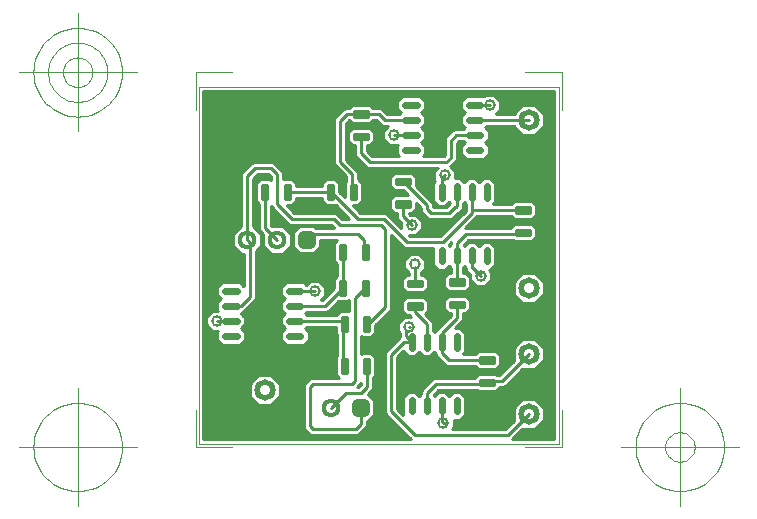
<source format=gbr>
G04 Generated by Ultiboard 10.0 *
%FSLAX25Y25*%
%MOIN*%

%ADD27C,0.01000*%
%ADD23C,0.00004*%
%ADD22C,0.00394*%
%ADD28C,0.03937X0.02362*%
%ADD44R,0.00001X0.03740*%
%ADD11C,0.02362*%
%ADD29C,0.06334X0.03500*%
%ADD38R,0.02083X0.02083X0.03917*%
%ADD18C,0.03917*%
%ADD45R,0.01084X0.04168*%
%ADD46C,0.01666*%
%ADD47R,0.03740X0.00001*%
%ADD39C,0.07166X0.03500*%
%ADD48R,0.04168X0.01084*%


G04 ColorRGB 00FF00 for the following layer *
%LNCopper Top*%
%LPD*%
%FSLAX25Y25*%
%MOIN*%
G54D27*
X67322Y110500D02*
X66822Y110000D01*
X66822Y110000D02*
X62828Y110000D01*
X62828Y110000D02*
X61172Y111657D01*
X61172Y111657D02*
X61172Y117500D01*
X61172Y117500D02*
X73796Y117500D01*
X73796Y117500D02*
X73796Y115862D01*
X73796Y115862D02*
X67685Y115862D01*
X67685Y115862D02*
X66008Y114186D01*
X66008Y114186D02*
X66008Y111814D01*
X66008Y111814D02*
X67322Y110500D01*
G36*
X67322Y110500D02*
X66822Y110000D01*
X62828Y110000D01*
X61172Y111657D01*
X61172Y117500D01*
X73796Y117500D01*
X73796Y115862D01*
X67685Y115862D01*
X66008Y114186D01*
X66008Y111814D01*
X67322Y110500D01*
G37*
X67322Y110500D02*
X66822Y110000D01*
X66822Y110000D02*
X62828Y110000D01*
X62828Y110000D02*
X61172Y111657D01*
X61172Y111657D02*
X61172Y117500D01*
X61172Y117500D02*
X73796Y117500D01*
X73796Y117500D02*
X73796Y115862D01*
X73796Y115862D02*
X67685Y115862D01*
X67685Y115862D02*
X66008Y114186D01*
X66008Y114186D02*
X66008Y111814D01*
X66008Y111814D02*
X67322Y110500D01*
X69797Y82875D02*
X64950Y82875D01*
X64950Y82875D02*
X63583Y81508D01*
X63583Y81508D02*
X63583Y79500D01*
X63583Y79500D02*
X53500Y79500D01*
X53500Y79500D02*
X53500Y80075D01*
X53500Y80075D02*
X54375Y80950D01*
X54375Y80950D02*
X54375Y87050D01*
X54375Y87050D02*
X53500Y87925D01*
X53500Y87925D02*
X53500Y94672D01*
X53500Y94672D02*
X56172Y92000D01*
X56172Y92000D02*
X71050Y92000D01*
X71050Y92000D02*
X71050Y90375D01*
X71050Y90375D02*
X64950Y90375D01*
X64950Y90375D02*
X63583Y89008D01*
X63583Y89008D02*
X63583Y85992D01*
X63583Y85992D02*
X64950Y84625D01*
X64950Y84625D02*
X68047Y84625D01*
X68047Y84625D02*
X69797Y82875D01*
G36*
X69797Y82875D02*
X64950Y82875D01*
X63583Y81508D01*
X63583Y79500D01*
X53500Y79500D01*
X53500Y80075D01*
X54375Y80950D01*
X54375Y87050D01*
X53500Y87925D01*
X53500Y94672D01*
X56172Y92000D01*
X71050Y92000D01*
X71050Y90375D01*
X64950Y90375D01*
X63583Y89008D01*
X63583Y85992D01*
X64950Y84625D01*
X68047Y84625D01*
X69797Y82875D01*
G37*
X69797Y82875D02*
X64950Y82875D01*
X64950Y82875D02*
X63583Y81508D01*
X63583Y81508D02*
X63583Y79500D01*
X63583Y79500D02*
X53500Y79500D01*
X53500Y79500D02*
X53500Y80075D01*
X53500Y80075D02*
X54375Y80950D01*
X54375Y80950D02*
X54375Y87050D01*
X54375Y87050D02*
X53500Y87925D01*
X53500Y87925D02*
X53500Y94672D01*
X53500Y94672D02*
X56172Y92000D01*
X56172Y92000D02*
X71050Y92000D01*
X71050Y92000D02*
X71050Y90375D01*
X71050Y90375D02*
X64950Y90375D01*
X64950Y90375D02*
X63583Y89008D01*
X63583Y89008D02*
X63583Y85992D01*
X63583Y85992D02*
X64950Y84625D01*
X64950Y84625D02*
X68047Y84625D01*
X68047Y84625D02*
X69797Y82875D01*
X66354Y99531D02*
X66008Y99186D01*
X66008Y99186D02*
X66008Y96814D01*
X66008Y96814D02*
X66822Y96000D01*
X66822Y96000D02*
X57828Y96000D01*
X57828Y96000D02*
X56000Y97828D01*
X56000Y97828D02*
X56000Y99625D01*
X56000Y99625D02*
X57050Y99625D01*
X57050Y99625D02*
X58417Y100992D01*
X58417Y100992D02*
X58417Y103828D01*
X58417Y103828D02*
X61531Y103828D01*
X61531Y103828D02*
X61531Y101563D01*
X61531Y101563D02*
X63563Y99531D01*
X63563Y99531D02*
X66354Y99531D01*
G36*
X66354Y99531D02*
X66008Y99186D01*
X66008Y96814D01*
X66822Y96000D01*
X57828Y96000D01*
X56000Y97828D01*
X56000Y99625D01*
X57050Y99625D01*
X58417Y100992D01*
X58417Y103828D01*
X61531Y103828D01*
X61531Y101563D01*
X63563Y99531D01*
X66354Y99531D01*
G37*
X66354Y99531D02*
X66008Y99186D01*
X66008Y99186D02*
X66008Y96814D01*
X66008Y96814D02*
X66822Y96000D01*
X66822Y96000D02*
X57828Y96000D01*
X57828Y96000D02*
X56000Y97828D01*
X56000Y97828D02*
X56000Y99625D01*
X56000Y99625D02*
X57050Y99625D01*
X57050Y99625D02*
X58417Y100992D01*
X58417Y100992D02*
X58417Y103828D01*
X58417Y103828D02*
X61531Y103828D01*
X61531Y103828D02*
X61531Y101563D01*
X61531Y101563D02*
X63563Y99531D01*
X63563Y99531D02*
X66354Y99531D01*
X63095Y106000D02*
X61531Y104437D01*
X61531Y104437D02*
X61531Y103828D01*
X61531Y103828D02*
X61172Y103828D01*
X61172Y103828D02*
X61172Y106000D01*
X61172Y106000D02*
X63095Y106000D01*
G36*
X63095Y106000D02*
X61531Y104437D01*
X61531Y103828D01*
X61172Y103828D01*
X61172Y106000D01*
X63095Y106000D01*
G37*
X63095Y106000D02*
X61531Y104437D01*
X61531Y104437D02*
X61531Y103828D01*
X61531Y103828D02*
X61172Y103828D01*
X61172Y103828D02*
X61172Y106000D01*
X61172Y106000D02*
X63095Y106000D01*
X63583Y79500D02*
X63583Y78492D01*
X63583Y78492D02*
X64950Y77125D01*
X64950Y77125D02*
X66000Y77125D01*
X66000Y77125D02*
X66000Y75172D01*
X66000Y75172D02*
X67531Y73640D01*
X67531Y73640D02*
X67531Y71913D01*
X67531Y71913D02*
X62444Y77000D01*
X62444Y77000D02*
X61172Y77000D01*
X61172Y77000D02*
X61172Y79500D01*
X61172Y79500D02*
X63583Y79500D01*
G36*
X63583Y79500D02*
X63583Y78492D01*
X64950Y77125D01*
X66000Y77125D01*
X66000Y75172D01*
X67531Y73640D01*
X67531Y71913D01*
X62444Y77000D01*
X61172Y77000D01*
X61172Y79500D01*
X63583Y79500D01*
G37*
X63583Y79500D02*
X63583Y78492D01*
X63583Y78492D02*
X64950Y77125D01*
X64950Y77125D02*
X66000Y77125D01*
X66000Y77125D02*
X66000Y75172D01*
X66000Y75172D02*
X67531Y73640D01*
X67531Y73640D02*
X67531Y71913D01*
X67531Y71913D02*
X62444Y77000D01*
X62444Y77000D02*
X61172Y77000D01*
X61172Y77000D02*
X61172Y79500D01*
X61172Y79500D02*
X63583Y79500D01*
X70000Y56375D02*
X68950Y56375D01*
X68950Y56375D02*
X67583Y55008D01*
X67583Y55008D02*
X67583Y51992D01*
X67583Y51992D02*
X68403Y51172D01*
X68403Y51172D02*
X64000Y51172D01*
X64000Y51172D02*
X64000Y63672D01*
X64000Y63672D02*
X71172Y63672D01*
X71172Y63672D02*
X71172Y63469D01*
X71172Y63469D02*
X70563Y63469D01*
X70563Y63469D02*
X68531Y61437D01*
X68531Y61437D02*
X68531Y58563D01*
X68531Y58563D02*
X70000Y57095D01*
X70000Y57095D02*
X70000Y56375D01*
G36*
X70000Y56375D02*
X68950Y56375D01*
X67583Y55008D01*
X67583Y51992D01*
X68403Y51172D01*
X64000Y51172D01*
X64000Y63672D01*
X71172Y63672D01*
X71172Y63469D01*
X70563Y63469D01*
X68531Y61437D01*
X68531Y58563D01*
X70000Y57095D01*
X70000Y56375D01*
G37*
X70000Y56375D02*
X68950Y56375D01*
X68950Y56375D02*
X67583Y55008D01*
X67583Y55008D02*
X67583Y51992D01*
X67583Y51992D02*
X68403Y51172D01*
X68403Y51172D02*
X64000Y51172D01*
X64000Y51172D02*
X64000Y63672D01*
X64000Y63672D02*
X71172Y63672D01*
X71172Y63672D02*
X71172Y63469D01*
X71172Y63469D02*
X70563Y63469D01*
X70563Y63469D02*
X68531Y61437D01*
X68531Y61437D02*
X68531Y58563D01*
X68531Y58563D02*
X70000Y57095D01*
X70000Y57095D02*
X70000Y56375D01*
X58875Y39500D02*
X58875Y39547D01*
X58875Y39547D02*
X64000Y44672D01*
X64000Y44672D02*
X64000Y51172D01*
X64000Y51172D02*
X68403Y51172D01*
X68403Y51172D02*
X68950Y50625D01*
X68950Y50625D02*
X72828Y50625D01*
X72828Y50625D02*
X72828Y48875D01*
X72828Y48875D02*
X68950Y48875D01*
X68950Y48875D02*
X67583Y47508D01*
X67583Y47508D02*
X67583Y44492D01*
X67583Y44492D02*
X68950Y43125D01*
X68950Y43125D02*
X70047Y43125D01*
X70047Y43125D02*
X70703Y42469D01*
X70703Y42469D02*
X68563Y42469D01*
X68563Y42469D02*
X66531Y40437D01*
X66531Y40437D02*
X66531Y39500D01*
X66531Y39500D02*
X58875Y39500D01*
G36*
X58875Y39500D02*
X58875Y39547D01*
X64000Y44672D01*
X64000Y51172D01*
X68403Y51172D01*
X68950Y50625D01*
X72828Y50625D01*
X72828Y48875D01*
X68950Y48875D01*
X67583Y47508D01*
X67583Y44492D01*
X68950Y43125D01*
X70047Y43125D01*
X70703Y42469D01*
X68563Y42469D01*
X66531Y40437D01*
X66531Y39500D01*
X58875Y39500D01*
G37*
X58875Y39500D02*
X58875Y39547D01*
X58875Y39547D02*
X64000Y44672D01*
X64000Y44672D02*
X64000Y51172D01*
X64000Y51172D02*
X68403Y51172D01*
X68403Y51172D02*
X68950Y50625D01*
X68950Y50625D02*
X72828Y50625D01*
X72828Y50625D02*
X72828Y48875D01*
X72828Y48875D02*
X68950Y48875D01*
X68950Y48875D02*
X67583Y47508D01*
X67583Y47508D02*
X67583Y44492D01*
X67583Y44492D02*
X68950Y43125D01*
X68950Y43125D02*
X70047Y43125D01*
X70047Y43125D02*
X70703Y42469D01*
X70703Y42469D02*
X68563Y42469D01*
X68563Y42469D02*
X66531Y40437D01*
X66531Y40437D02*
X66531Y39500D01*
X66531Y39500D02*
X58875Y39500D01*
X64000Y69787D02*
X68437Y65350D01*
X68437Y65350D02*
X68828Y65350D01*
X68828Y65350D02*
X68828Y63672D01*
X68828Y63672D02*
X64000Y63672D01*
X64000Y63672D02*
X64000Y69787D01*
G36*
X64000Y69787D02*
X68437Y65350D01*
X68828Y65350D01*
X68828Y63672D01*
X64000Y63672D01*
X64000Y69787D01*
G37*
X64000Y69787D02*
X68437Y65350D01*
X68437Y65350D02*
X68828Y65350D01*
X68828Y65350D02*
X68828Y63672D01*
X68828Y63672D02*
X64000Y63672D01*
X64000Y63672D02*
X64000Y69787D01*
X56000Y7500D02*
X56474Y7500D01*
X56474Y7500D02*
X58500Y9526D01*
X58500Y9526D02*
X58500Y10172D01*
X58500Y10172D02*
X62000Y10172D01*
X62000Y10172D02*
X67484Y4688D01*
X67484Y4688D02*
X67484Y1500D01*
X67484Y1500D02*
X54828Y1500D01*
X54828Y1500D02*
X54828Y4724D01*
X54828Y4724D02*
X56000Y5895D01*
X56000Y5895D02*
X56000Y7500D01*
G36*
X56000Y7500D02*
X56474Y7500D01*
X58500Y9526D01*
X58500Y10172D01*
X62000Y10172D01*
X67484Y4688D01*
X67484Y1500D01*
X54828Y1500D01*
X54828Y4724D01*
X56000Y5895D01*
X56000Y7500D01*
G37*
X56000Y7500D02*
X56474Y7500D01*
X56474Y7500D02*
X58500Y9526D01*
X58500Y9526D02*
X58500Y10172D01*
X58500Y10172D02*
X62000Y10172D01*
X62000Y10172D02*
X67484Y4688D01*
X67484Y4688D02*
X67484Y1500D01*
X67484Y1500D02*
X54828Y1500D01*
X54828Y1500D02*
X54828Y4724D01*
X54828Y4724D02*
X56000Y5895D01*
X56000Y5895D02*
X56000Y7500D01*
X58500Y10172D02*
X58500Y14474D01*
X58500Y14474D02*
X56474Y16500D01*
X56474Y16500D02*
X56328Y16500D01*
X56328Y16500D02*
X58000Y18172D01*
X58000Y18172D02*
X58000Y22075D01*
X58000Y22075D02*
X58875Y22950D01*
X58875Y22950D02*
X58875Y29050D01*
X58875Y29050D02*
X57508Y30417D01*
X57508Y30417D02*
X54828Y30417D01*
X54828Y30417D02*
X54828Y35583D01*
X54828Y35583D02*
X57508Y35583D01*
X57508Y35583D02*
X58875Y36950D01*
X58875Y36950D02*
X58875Y39500D01*
X58875Y39500D02*
X66531Y39500D01*
X66531Y39500D02*
X66531Y37563D01*
X66531Y37563D02*
X67000Y37095D01*
X67000Y37095D02*
X67000Y35516D01*
X67000Y35516D02*
X62000Y30516D01*
X62000Y30516D02*
X62000Y10172D01*
X62000Y10172D02*
X58500Y10172D01*
G36*
X58500Y10172D02*
X58500Y14474D01*
X56474Y16500D01*
X56328Y16500D01*
X58000Y18172D01*
X58000Y22075D01*
X58875Y22950D01*
X58875Y29050D01*
X57508Y30417D01*
X54828Y30417D01*
X54828Y35583D01*
X57508Y35583D01*
X58875Y36950D01*
X58875Y39500D01*
X66531Y39500D01*
X66531Y37563D01*
X67000Y37095D01*
X67000Y35516D01*
X62000Y30516D01*
X62000Y10172D01*
X58500Y10172D01*
G37*
X58500Y10172D02*
X58500Y14474D01*
X58500Y14474D02*
X56474Y16500D01*
X56474Y16500D02*
X56328Y16500D01*
X56328Y16500D02*
X58000Y18172D01*
X58000Y18172D02*
X58000Y22075D01*
X58000Y22075D02*
X58875Y22950D01*
X58875Y22950D02*
X58875Y29050D01*
X58875Y29050D02*
X57508Y30417D01*
X57508Y30417D02*
X54828Y30417D01*
X54828Y30417D02*
X54828Y35583D01*
X54828Y35583D02*
X57508Y35583D01*
X57508Y35583D02*
X58875Y36950D01*
X58875Y36950D02*
X58875Y39500D01*
X58875Y39500D02*
X66531Y39500D01*
X66531Y39500D02*
X66531Y37563D01*
X66531Y37563D02*
X67000Y37095D01*
X67000Y37095D02*
X67000Y35516D01*
X67000Y35516D02*
X62000Y30516D01*
X62000Y30516D02*
X62000Y10172D01*
X62000Y10172D02*
X58500Y10172D01*
X14000Y72600D02*
X11333Y69933D01*
X11333Y69933D02*
X11333Y66067D01*
X11333Y66067D02*
X14067Y63333D01*
X14067Y63333D02*
X14828Y63333D01*
X14828Y63333D02*
X14828Y52830D01*
X14828Y52830D02*
X13796Y53862D01*
X13796Y53862D02*
X7685Y53862D01*
X7685Y53862D02*
X6008Y52186D01*
X6008Y52186D02*
X6008Y49814D01*
X6008Y49814D02*
X7322Y48500D01*
X7322Y48500D02*
X6008Y47186D01*
X6008Y47186D02*
X6008Y44814D01*
X6008Y44814D02*
X6354Y44469D01*
X6354Y44469D02*
X4563Y44469D01*
X4563Y44469D02*
X2531Y42437D01*
X2531Y42437D02*
X2531Y39563D01*
X2531Y39563D02*
X2595Y39500D01*
X2595Y39500D02*
X1500Y39500D01*
X1500Y39500D02*
X1500Y79500D01*
X1500Y79500D02*
X14000Y79500D01*
X14000Y79500D02*
X14000Y72600D01*
G36*
X14000Y72600D02*
X11333Y69933D01*
X11333Y66067D01*
X14067Y63333D01*
X14828Y63333D01*
X14828Y52830D01*
X13796Y53862D01*
X7685Y53862D01*
X6008Y52186D01*
X6008Y49814D01*
X7322Y48500D01*
X6008Y47186D01*
X6008Y44814D01*
X6354Y44469D01*
X4563Y44469D01*
X2531Y42437D01*
X2531Y39563D01*
X2595Y39500D01*
X1500Y39500D01*
X1500Y79500D01*
X14000Y79500D01*
X14000Y72600D01*
G37*
X14000Y72600D02*
X11333Y69933D01*
X11333Y69933D02*
X11333Y66067D01*
X11333Y66067D02*
X14067Y63333D01*
X14067Y63333D02*
X14828Y63333D01*
X14828Y63333D02*
X14828Y52830D01*
X14828Y52830D02*
X13796Y53862D01*
X13796Y53862D02*
X7685Y53862D01*
X7685Y53862D02*
X6008Y52186D01*
X6008Y52186D02*
X6008Y49814D01*
X6008Y49814D02*
X7322Y48500D01*
X7322Y48500D02*
X6008Y47186D01*
X6008Y47186D02*
X6008Y44814D01*
X6008Y44814D02*
X6354Y44469D01*
X6354Y44469D02*
X4563Y44469D01*
X4563Y44469D02*
X2531Y42437D01*
X2531Y42437D02*
X2531Y39563D01*
X2531Y39563D02*
X2595Y39500D01*
X2595Y39500D02*
X1500Y39500D01*
X1500Y39500D02*
X1500Y79500D01*
X1500Y79500D02*
X14000Y79500D01*
X14000Y79500D02*
X14000Y72600D01*
X19000Y64400D02*
X20667Y66067D01*
X20667Y66067D02*
X20667Y69933D01*
X20667Y69933D02*
X18000Y72600D01*
X18000Y72600D02*
X18000Y79500D01*
X18000Y79500D02*
X20000Y79500D01*
X20000Y79500D02*
X20000Y71172D01*
X20000Y71172D02*
X21333Y69839D01*
X21333Y69839D02*
X21333Y66067D01*
X21333Y66067D02*
X22828Y64571D01*
X22828Y64571D02*
X22828Y48172D01*
X22828Y48172D02*
X19000Y48172D01*
X19000Y48172D02*
X19000Y64400D01*
G36*
X19000Y64400D02*
X20667Y66067D01*
X20667Y69933D01*
X18000Y72600D01*
X18000Y79500D01*
X20000Y79500D01*
X20000Y71172D01*
X21333Y69839D01*
X21333Y66067D01*
X22828Y64571D01*
X22828Y48172D01*
X19000Y48172D01*
X19000Y64400D01*
G37*
X19000Y64400D02*
X20667Y66067D01*
X20667Y66067D02*
X20667Y69933D01*
X20667Y69933D02*
X18000Y72600D01*
X18000Y72600D02*
X18000Y79500D01*
X18000Y79500D02*
X20000Y79500D01*
X20000Y79500D02*
X20000Y71172D01*
X20000Y71172D02*
X21333Y69839D01*
X21333Y69839D02*
X21333Y66067D01*
X21333Y66067D02*
X22828Y64571D01*
X22828Y64571D02*
X22828Y48172D01*
X22828Y48172D02*
X19000Y48172D01*
X19000Y48172D02*
X19000Y64400D01*
X35056Y72500D02*
X33526Y72500D01*
X33526Y72500D02*
X31500Y70474D01*
X31500Y70474D02*
X31500Y65526D01*
X31500Y65526D02*
X33526Y63500D01*
X33526Y63500D02*
X35056Y63500D01*
X35056Y63500D02*
X35056Y53862D01*
X35056Y53862D02*
X28944Y53862D01*
X28944Y53862D02*
X27268Y52186D01*
X27268Y52186D02*
X27268Y49814D01*
X27268Y49814D02*
X28582Y48500D01*
X28582Y48500D02*
X27268Y47186D01*
X27268Y47186D02*
X27268Y44814D01*
X27268Y44814D02*
X28582Y43500D01*
X28582Y43500D02*
X27268Y42186D01*
X27268Y42186D02*
X27268Y39814D01*
X27268Y39814D02*
X27582Y39500D01*
X27582Y39500D02*
X22828Y39500D01*
X22828Y39500D02*
X22828Y64571D01*
X22828Y64571D02*
X24067Y63333D01*
X24067Y63333D02*
X27933Y63333D01*
X27933Y63333D02*
X30667Y66067D01*
X30667Y66067D02*
X30667Y69933D01*
X30667Y69933D02*
X27933Y72667D01*
X27933Y72667D02*
X24161Y72667D01*
X24161Y72667D02*
X24000Y72828D01*
X24000Y72828D02*
X24000Y79172D01*
X24000Y79172D02*
X30172Y73000D01*
X30172Y73000D02*
X35056Y73000D01*
X35056Y73000D02*
X35056Y72500D01*
G36*
X35056Y72500D02*
X33526Y72500D01*
X31500Y70474D01*
X31500Y65526D01*
X33526Y63500D01*
X35056Y63500D01*
X35056Y53862D01*
X28944Y53862D01*
X27268Y52186D01*
X27268Y49814D01*
X28582Y48500D01*
X27268Y47186D01*
X27268Y44814D01*
X28582Y43500D01*
X27268Y42186D01*
X27268Y39814D01*
X27582Y39500D01*
X22828Y39500D01*
X22828Y64571D01*
X24067Y63333D01*
X27933Y63333D01*
X30667Y66067D01*
X30667Y69933D01*
X27933Y72667D01*
X24161Y72667D01*
X24000Y72828D01*
X24000Y79172D01*
X30172Y73000D01*
X35056Y73000D01*
X35056Y72500D01*
G37*
X35056Y72500D02*
X33526Y72500D01*
X33526Y72500D02*
X31500Y70474D01*
X31500Y70474D02*
X31500Y65526D01*
X31500Y65526D02*
X33526Y63500D01*
X33526Y63500D02*
X35056Y63500D01*
X35056Y63500D02*
X35056Y53862D01*
X35056Y53862D02*
X28944Y53862D01*
X28944Y53862D02*
X27268Y52186D01*
X27268Y52186D02*
X27268Y49814D01*
X27268Y49814D02*
X28582Y48500D01*
X28582Y48500D02*
X27268Y47186D01*
X27268Y47186D02*
X27268Y44814D01*
X27268Y44814D02*
X28582Y43500D01*
X28582Y43500D02*
X27268Y42186D01*
X27268Y42186D02*
X27268Y39814D01*
X27268Y39814D02*
X27582Y39500D01*
X27582Y39500D02*
X22828Y39500D01*
X22828Y39500D02*
X22828Y64571D01*
X22828Y64571D02*
X24067Y63333D01*
X24067Y63333D02*
X27933Y63333D01*
X27933Y63333D02*
X30667Y66067D01*
X30667Y66067D02*
X30667Y69933D01*
X30667Y69933D02*
X27933Y72667D01*
X27933Y72667D02*
X24161Y72667D01*
X24161Y72667D02*
X24000Y72828D01*
X24000Y72828D02*
X24000Y79172D01*
X24000Y79172D02*
X30172Y73000D01*
X30172Y73000D02*
X35056Y73000D01*
X35056Y73000D02*
X35056Y72500D01*
X35056Y63500D02*
X38474Y63500D01*
X38474Y63500D02*
X39833Y64859D01*
X39833Y64859D02*
X39833Y54469D01*
X39833Y54469D02*
X37313Y54469D01*
X37313Y54469D02*
X35881Y53037D01*
X35881Y53037D02*
X35056Y53862D01*
X35056Y53862D02*
X35056Y63500D01*
G36*
X35056Y63500D02*
X38474Y63500D01*
X39833Y64859D01*
X39833Y54469D01*
X37313Y54469D01*
X35881Y53037D01*
X35056Y53862D01*
X35056Y63500D01*
G37*
X35056Y63500D02*
X38474Y63500D01*
X38474Y63500D02*
X39833Y64859D01*
X39833Y64859D02*
X39833Y54469D01*
X39833Y54469D02*
X37313Y54469D01*
X37313Y54469D02*
X35881Y53037D01*
X35881Y53037D02*
X35056Y53862D01*
X35056Y53862D02*
X35056Y63500D01*
X14828Y63333D02*
X15000Y63333D01*
X15000Y63333D02*
X15000Y52658D01*
X15000Y52658D02*
X14828Y52830D01*
X14828Y52830D02*
X14828Y63333D01*
G36*
X14828Y63333D02*
X15000Y63333D01*
X15000Y52658D01*
X14828Y52830D01*
X14828Y63333D01*
G37*
X14828Y63333D02*
X15000Y63333D01*
X15000Y63333D02*
X15000Y52658D01*
X15000Y52658D02*
X14828Y52830D01*
X14828Y52830D02*
X14828Y63333D01*
X45125Y67050D02*
X45125Y60950D01*
X45125Y60950D02*
X46000Y60075D01*
X46000Y60075D02*
X46000Y55925D01*
X46000Y55925D02*
X45125Y55050D01*
X45125Y55050D02*
X45125Y51953D01*
X45125Y51953D02*
X44343Y51172D01*
X44343Y51172D02*
X42219Y51172D01*
X42219Y51172D02*
X42219Y52437D01*
X42219Y52437D02*
X40187Y54469D01*
X40187Y54469D02*
X39833Y54469D01*
X39833Y54469D02*
X39833Y64859D01*
X39833Y64859D02*
X40500Y65526D01*
X40500Y65526D02*
X40500Y67050D01*
X40500Y67050D02*
X45125Y67050D01*
G36*
X45125Y67050D02*
X45125Y60950D01*
X46000Y60075D01*
X46000Y55925D01*
X45125Y55050D01*
X45125Y51953D01*
X44343Y51172D01*
X42219Y51172D01*
X42219Y52437D01*
X40187Y54469D01*
X39833Y54469D01*
X39833Y64859D01*
X40500Y65526D01*
X40500Y67050D01*
X45125Y67050D01*
G37*
X45125Y67050D02*
X45125Y60950D01*
X45125Y60950D02*
X46000Y60075D01*
X46000Y60075D02*
X46000Y55925D01*
X46000Y55925D02*
X45125Y55050D01*
X45125Y55050D02*
X45125Y51953D01*
X45125Y51953D02*
X44343Y51172D01*
X44343Y51172D02*
X42219Y51172D01*
X42219Y51172D02*
X42219Y52437D01*
X42219Y52437D02*
X40187Y54469D01*
X40187Y54469D02*
X39833Y54469D01*
X39833Y54469D02*
X39833Y64859D01*
X39833Y64859D02*
X40500Y65526D01*
X40500Y65526D02*
X40500Y67050D01*
X40500Y67050D02*
X45125Y67050D01*
X28582Y38500D02*
X27268Y37186D01*
X27268Y37186D02*
X27268Y34814D01*
X27268Y34814D02*
X28944Y33138D01*
X28944Y33138D02*
X35056Y33138D01*
X35056Y33138D02*
X35056Y19884D01*
X35056Y19884D02*
X35000Y19828D01*
X35000Y19828D02*
X35000Y5126D01*
X35000Y5126D02*
X23346Y5126D01*
X23346Y5126D02*
X23346Y12917D01*
X23346Y12917D02*
X24105Y12917D01*
X24105Y12917D02*
X27083Y15895D01*
X27083Y15895D02*
X27083Y20105D01*
X27083Y20105D02*
X24105Y23083D01*
X24105Y23083D02*
X23346Y23083D01*
X23346Y23083D02*
X23346Y39500D01*
X23346Y39500D02*
X27582Y39500D01*
X27582Y39500D02*
X28582Y38500D01*
G36*
X28582Y38500D02*
X27268Y37186D01*
X27268Y34814D01*
X28944Y33138D01*
X35056Y33138D01*
X35056Y19884D01*
X35000Y19828D01*
X35000Y5126D01*
X23346Y5126D01*
X23346Y12917D01*
X24105Y12917D01*
X27083Y15895D01*
X27083Y20105D01*
X24105Y23083D01*
X23346Y23083D01*
X23346Y39500D01*
X27582Y39500D01*
X28582Y38500D01*
G37*
X28582Y38500D02*
X27268Y37186D01*
X27268Y37186D02*
X27268Y34814D01*
X27268Y34814D02*
X28944Y33138D01*
X28944Y33138D02*
X35056Y33138D01*
X35056Y33138D02*
X35056Y19884D01*
X35056Y19884D02*
X35000Y19828D01*
X35000Y19828D02*
X35000Y5126D01*
X35000Y5126D02*
X23346Y5126D01*
X23346Y5126D02*
X23346Y12917D01*
X23346Y12917D02*
X24105Y12917D01*
X24105Y12917D02*
X27083Y15895D01*
X27083Y15895D02*
X27083Y20105D01*
X27083Y20105D02*
X24105Y23083D01*
X24105Y23083D02*
X23346Y23083D01*
X23346Y23083D02*
X23346Y39500D01*
X23346Y39500D02*
X27582Y39500D01*
X27582Y39500D02*
X28582Y38500D01*
X1500Y1500D02*
X1500Y5126D01*
X1500Y5126D02*
X35000Y5126D01*
X35000Y5126D02*
X37126Y3000D01*
X37126Y3000D02*
X39833Y3000D01*
X39833Y3000D02*
X39833Y1500D01*
X39833Y1500D02*
X1500Y1500D01*
G36*
X1500Y1500D02*
X1500Y5126D01*
X35000Y5126D01*
X37126Y3000D01*
X39833Y3000D01*
X39833Y1500D01*
X1500Y1500D01*
G37*
X1500Y1500D02*
X1500Y5126D01*
X1500Y5126D02*
X35000Y5126D01*
X35000Y5126D02*
X37126Y3000D01*
X37126Y3000D02*
X39833Y3000D01*
X39833Y3000D02*
X39833Y1500D01*
X39833Y1500D02*
X1500Y1500D01*
X6354Y37531D02*
X6008Y37186D01*
X6008Y37186D02*
X6008Y34814D01*
X6008Y34814D02*
X7685Y33138D01*
X7685Y33138D02*
X13796Y33138D01*
X13796Y33138D02*
X13796Y5126D01*
X13796Y5126D02*
X1500Y5126D01*
X1500Y5126D02*
X1500Y39500D01*
X1500Y39500D02*
X2595Y39500D01*
X2595Y39500D02*
X4563Y37531D01*
X4563Y37531D02*
X6354Y37531D01*
G36*
X6354Y37531D02*
X6008Y37186D01*
X6008Y34814D01*
X7685Y33138D01*
X13796Y33138D01*
X13796Y5126D01*
X1500Y5126D01*
X1500Y39500D01*
X2595Y39500D01*
X4563Y37531D01*
X6354Y37531D01*
G37*
X6354Y37531D02*
X6008Y37186D01*
X6008Y37186D02*
X6008Y34814D01*
X6008Y34814D02*
X7685Y33138D01*
X7685Y33138D02*
X13796Y33138D01*
X13796Y33138D02*
X13796Y5126D01*
X13796Y5126D02*
X1500Y5126D01*
X1500Y5126D02*
X1500Y39500D01*
X1500Y39500D02*
X2595Y39500D01*
X2595Y39500D02*
X4563Y37531D01*
X4563Y37531D02*
X6354Y37531D01*
X13796Y33138D02*
X15472Y34814D01*
X15472Y34814D02*
X15472Y37186D01*
X15472Y37186D02*
X14158Y38500D01*
X14158Y38500D02*
X15158Y39500D01*
X15158Y39500D02*
X23346Y39500D01*
X23346Y39500D02*
X23346Y23083D01*
X23346Y23083D02*
X19895Y23083D01*
X19895Y23083D02*
X16917Y20105D01*
X16917Y20105D02*
X16917Y15895D01*
X16917Y15895D02*
X19895Y12917D01*
X19895Y12917D02*
X23346Y12917D01*
X23346Y12917D02*
X23346Y5126D01*
X23346Y5126D02*
X13796Y5126D01*
X13796Y5126D02*
X13796Y33138D01*
G36*
X13796Y33138D02*
X15472Y34814D01*
X15472Y37186D01*
X14158Y38500D01*
X15158Y39500D01*
X23346Y39500D01*
X23346Y23083D01*
X19895Y23083D01*
X16917Y20105D01*
X16917Y15895D01*
X19895Y12917D01*
X23346Y12917D01*
X23346Y5126D01*
X13796Y5126D01*
X13796Y33138D01*
G37*
X13796Y33138D02*
X15472Y34814D01*
X15472Y34814D02*
X15472Y37186D01*
X15472Y37186D02*
X14158Y38500D01*
X14158Y38500D02*
X15158Y39500D01*
X15158Y39500D02*
X23346Y39500D01*
X23346Y39500D02*
X23346Y23083D01*
X23346Y23083D02*
X19895Y23083D01*
X19895Y23083D02*
X16917Y20105D01*
X16917Y20105D02*
X16917Y15895D01*
X16917Y15895D02*
X19895Y12917D01*
X19895Y12917D02*
X23346Y12917D01*
X23346Y12917D02*
X23346Y5126D01*
X23346Y5126D02*
X13796Y5126D01*
X13796Y5126D02*
X13796Y33138D01*
X15158Y39500D02*
X15472Y39814D01*
X15472Y39814D02*
X15472Y42186D01*
X15472Y42186D02*
X14828Y42830D01*
X14828Y42830D02*
X14828Y44000D01*
X14828Y44000D02*
X19000Y48172D01*
X19000Y48172D02*
X22828Y48172D01*
X22828Y48172D02*
X22828Y39500D01*
X22828Y39500D02*
X15158Y39500D01*
G36*
X15158Y39500D02*
X15472Y39814D01*
X15472Y42186D01*
X14828Y42830D01*
X14828Y44000D01*
X19000Y48172D01*
X22828Y48172D01*
X22828Y39500D01*
X15158Y39500D01*
G37*
X15158Y39500D02*
X15472Y39814D01*
X15472Y39814D02*
X15472Y42186D01*
X15472Y42186D02*
X14828Y42830D01*
X14828Y42830D02*
X14828Y44000D01*
X14828Y44000D02*
X19000Y48172D01*
X19000Y48172D02*
X22828Y48172D01*
X22828Y48172D02*
X22828Y39500D01*
X22828Y39500D02*
X15158Y39500D01*
X14158Y43500D02*
X14658Y44000D01*
X14658Y44000D02*
X14828Y44000D01*
X14828Y44000D02*
X14828Y42830D01*
X14828Y42830D02*
X14158Y43500D01*
G36*
X14158Y43500D02*
X14658Y44000D01*
X14828Y44000D01*
X14828Y42830D01*
X14158Y43500D01*
G37*
X14158Y43500D02*
X14658Y44000D01*
X14658Y44000D02*
X14828Y44000D01*
X14828Y44000D02*
X14828Y42830D01*
X14828Y42830D02*
X14158Y43500D01*
X35056Y33138D02*
X36732Y34814D01*
X36732Y34814D02*
X36732Y37186D01*
X36732Y37186D02*
X35418Y38500D01*
X35418Y38500D02*
X35918Y39000D01*
X35918Y39000D02*
X39833Y39000D01*
X39833Y39000D02*
X39833Y22000D01*
X39833Y22000D02*
X37172Y22000D01*
X37172Y22000D02*
X35056Y19884D01*
X35056Y19884D02*
X35056Y33138D01*
G36*
X35056Y33138D02*
X36732Y34814D01*
X36732Y37186D01*
X35418Y38500D01*
X35918Y39000D01*
X39833Y39000D01*
X39833Y22000D01*
X37172Y22000D01*
X35056Y19884D01*
X35056Y33138D01*
G37*
X35056Y33138D02*
X36732Y34814D01*
X36732Y34814D02*
X36732Y37186D01*
X36732Y37186D02*
X35418Y38500D01*
X35418Y38500D02*
X35918Y39000D01*
X35918Y39000D02*
X39833Y39000D01*
X39833Y39000D02*
X39833Y22000D01*
X39833Y22000D02*
X37172Y22000D01*
X37172Y22000D02*
X35056Y19884D01*
X35056Y19884D02*
X35056Y33138D01*
X45625Y39000D02*
X45625Y36950D01*
X45625Y36950D02*
X46000Y36575D01*
X46000Y36575D02*
X46000Y29425D01*
X46000Y29425D02*
X45625Y29050D01*
X45625Y29050D02*
X45625Y22950D01*
X45625Y22950D02*
X46575Y22000D01*
X46575Y22000D02*
X39833Y22000D01*
X39833Y22000D02*
X39833Y39000D01*
X39833Y39000D02*
X45625Y39000D01*
G36*
X45625Y39000D02*
X45625Y36950D01*
X46000Y36575D01*
X46000Y29425D01*
X45625Y29050D01*
X45625Y22950D01*
X46575Y22000D01*
X39833Y22000D01*
X39833Y39000D01*
X45625Y39000D01*
G37*
X45625Y39000D02*
X45625Y36950D01*
X45625Y36950D02*
X46000Y36575D01*
X46000Y36575D02*
X46000Y29425D01*
X46000Y29425D02*
X45625Y29050D01*
X45625Y29050D02*
X45625Y22950D01*
X45625Y22950D02*
X46575Y22000D01*
X46575Y22000D02*
X39833Y22000D01*
X39833Y22000D02*
X39833Y39000D01*
X39833Y39000D02*
X45625Y39000D01*
X54000Y36075D02*
X54492Y35583D01*
X54492Y35583D02*
X54828Y35583D01*
X54828Y35583D02*
X54828Y30417D01*
X54828Y30417D02*
X54492Y30417D01*
X54492Y30417D02*
X54000Y29925D01*
X54000Y29925D02*
X54000Y36075D01*
G36*
X54000Y36075D02*
X54492Y35583D01*
X54828Y35583D01*
X54828Y30417D01*
X54492Y30417D01*
X54000Y29925D01*
X54000Y36075D01*
G37*
X54000Y36075D02*
X54492Y35583D01*
X54492Y35583D02*
X54828Y35583D01*
X54828Y35583D02*
X54828Y30417D01*
X54828Y30417D02*
X54492Y30417D01*
X54492Y30417D02*
X54000Y29925D01*
X54000Y29925D02*
X54000Y36075D01*
X54828Y1500D02*
X43172Y1500D01*
X43172Y1500D02*
X43172Y3000D01*
X43172Y3000D02*
X53105Y3000D01*
X53105Y3000D02*
X54828Y4724D01*
X54828Y4724D02*
X54828Y1500D01*
G36*
X54828Y1500D02*
X43172Y1500D01*
X43172Y3000D01*
X53105Y3000D01*
X54828Y4724D01*
X54828Y1500D01*
G37*
X54828Y1500D02*
X43172Y1500D01*
X43172Y1500D02*
X43172Y3000D01*
X43172Y3000D02*
X53105Y3000D01*
X53105Y3000D02*
X54828Y4724D01*
X54828Y4724D02*
X54828Y1500D01*
X43172Y1500D02*
X39833Y1500D01*
X39833Y1500D02*
X39833Y3000D01*
X39833Y3000D02*
X43172Y3000D01*
X43172Y3000D02*
X43172Y1500D01*
G36*
X43172Y1500D02*
X39833Y1500D01*
X39833Y3000D01*
X43172Y3000D01*
X43172Y1500D01*
G37*
X43172Y1500D02*
X39833Y1500D01*
X39833Y1500D02*
X39833Y3000D01*
X39833Y3000D02*
X43172Y3000D01*
X43172Y3000D02*
X43172Y1500D01*
X54000Y19828D02*
X53172Y19000D01*
X53172Y19000D02*
X52828Y19000D01*
X52828Y19000D02*
X54000Y20172D01*
X54000Y20172D02*
X54000Y19828D01*
G36*
X54000Y19828D02*
X53172Y19000D01*
X52828Y19000D01*
X54000Y20172D01*
X54000Y19828D01*
G37*
X54000Y19828D02*
X53172Y19000D01*
X53172Y19000D02*
X52828Y19000D01*
X52828Y19000D02*
X54000Y20172D01*
X54000Y20172D02*
X54000Y19828D01*
X50000Y44417D02*
X46992Y44417D01*
X46992Y44417D02*
X45625Y43050D01*
X45625Y43050D02*
X45625Y43000D01*
X45625Y43000D02*
X39833Y43000D01*
X39833Y43000D02*
X39833Y44000D01*
X39833Y44000D02*
X42828Y44000D01*
X42828Y44000D02*
X45657Y46828D01*
X45657Y46828D02*
X50000Y46828D01*
X50000Y46828D02*
X50000Y44417D01*
G36*
X50000Y44417D02*
X46992Y44417D01*
X45625Y43050D01*
X45625Y43000D01*
X39833Y43000D01*
X39833Y44000D01*
X42828Y44000D01*
X45657Y46828D01*
X50000Y46828D01*
X50000Y44417D01*
G37*
X50000Y44417D02*
X46992Y44417D01*
X46992Y44417D02*
X45625Y43050D01*
X45625Y43050D02*
X45625Y43000D01*
X45625Y43000D02*
X39833Y43000D01*
X39833Y43000D02*
X39833Y44000D01*
X39833Y44000D02*
X42828Y44000D01*
X42828Y44000D02*
X45657Y46828D01*
X45657Y46828D02*
X50000Y46828D01*
X50000Y46828D02*
X50000Y44417D01*
X46452Y47623D02*
X46492Y47583D01*
X46492Y47583D02*
X49508Y47583D01*
X49508Y47583D02*
X50000Y48075D01*
X50000Y48075D02*
X50000Y46828D01*
X50000Y46828D02*
X45657Y46828D01*
X45657Y46828D02*
X46452Y47623D01*
G36*
X46452Y47623D02*
X46492Y47583D01*
X49508Y47583D01*
X50000Y48075D01*
X50000Y46828D01*
X45657Y46828D01*
X46452Y47623D01*
G37*
X46452Y47623D02*
X46492Y47583D01*
X46492Y47583D02*
X49508Y47583D01*
X49508Y47583D02*
X50000Y48075D01*
X50000Y48075D02*
X50000Y46828D01*
X50000Y46828D02*
X45657Y46828D01*
X45657Y46828D02*
X46452Y47623D01*
X41172Y48000D02*
X40655Y48000D01*
X40655Y48000D02*
X42219Y49563D01*
X42219Y49563D02*
X42219Y51172D01*
X42219Y51172D02*
X44343Y51172D01*
X44343Y51172D02*
X41172Y48000D01*
G36*
X41172Y48000D02*
X40655Y48000D01*
X42219Y49563D01*
X42219Y51172D01*
X44343Y51172D01*
X41172Y48000D01*
G37*
X41172Y48000D02*
X40655Y48000D01*
X40655Y48000D02*
X42219Y49563D01*
X42219Y49563D02*
X42219Y51172D01*
X42219Y51172D02*
X44343Y51172D01*
X44343Y51172D02*
X41172Y48000D01*
X35418Y43500D02*
X35918Y44000D01*
X35918Y44000D02*
X39833Y44000D01*
X39833Y44000D02*
X39833Y43000D01*
X39833Y43000D02*
X35918Y43000D01*
X35918Y43000D02*
X35418Y43500D01*
G36*
X35418Y43500D02*
X35918Y44000D01*
X39833Y44000D01*
X39833Y43000D01*
X35918Y43000D01*
X35418Y43500D01*
G37*
X35418Y43500D02*
X35918Y44000D01*
X35918Y44000D02*
X39833Y44000D01*
X39833Y44000D02*
X39833Y43000D01*
X39833Y43000D02*
X35918Y43000D01*
X35918Y43000D02*
X35418Y43500D01*
X29245Y79583D02*
X31008Y79583D01*
X31008Y79583D02*
X31008Y79500D01*
X31008Y79500D02*
X29328Y79500D01*
X29328Y79500D02*
X29245Y79583D01*
G36*
X29245Y79583D02*
X31008Y79583D01*
X31008Y79500D01*
X29328Y79500D01*
X29245Y79583D01*
G37*
X29245Y79583D02*
X31008Y79583D01*
X31008Y79583D02*
X31008Y79500D01*
X31008Y79500D02*
X29328Y79500D01*
X29328Y79500D02*
X29245Y79583D01*
X31008Y79583D02*
X32375Y80950D01*
X32375Y80950D02*
X32375Y82000D01*
X32375Y82000D02*
X39833Y82000D01*
X39833Y82000D02*
X39833Y79500D01*
X39833Y79500D02*
X31008Y79500D01*
X31008Y79500D02*
X31008Y79583D01*
G36*
X31008Y79583D02*
X32375Y80950D01*
X32375Y82000D01*
X39833Y82000D01*
X39833Y79500D01*
X31008Y79500D01*
X31008Y79583D01*
G37*
X31008Y79583D02*
X32375Y80950D01*
X32375Y80950D02*
X32375Y82000D01*
X32375Y82000D02*
X39833Y82000D01*
X39833Y82000D02*
X39833Y79500D01*
X39833Y79500D02*
X31008Y79500D01*
X31008Y79500D02*
X31008Y79583D01*
X31008Y88417D02*
X28000Y88417D01*
X28000Y88417D02*
X28000Y90828D01*
X28000Y90828D02*
X24828Y94000D01*
X24828Y94000D02*
X24828Y117500D01*
X24828Y117500D02*
X31008Y117500D01*
X31008Y117500D02*
X31008Y88417D01*
G36*
X31008Y88417D02*
X28000Y88417D01*
X28000Y90828D01*
X24828Y94000D01*
X24828Y117500D01*
X31008Y117500D01*
X31008Y88417D01*
G37*
X31008Y88417D02*
X28000Y88417D01*
X28000Y88417D02*
X28000Y90828D01*
X28000Y90828D02*
X24828Y94000D01*
X24828Y94000D02*
X24828Y117500D01*
X24828Y117500D02*
X31008Y117500D01*
X31008Y117500D02*
X31008Y88417D01*
X32375Y86000D02*
X32375Y87050D01*
X32375Y87050D02*
X31008Y88417D01*
X31008Y88417D02*
X31008Y117500D01*
X31008Y117500D02*
X39833Y117500D01*
X39833Y117500D02*
X39833Y86000D01*
X39833Y86000D02*
X32375Y86000D01*
G36*
X32375Y86000D02*
X32375Y87050D01*
X31008Y88417D01*
X31008Y117500D01*
X39833Y117500D01*
X39833Y86000D01*
X32375Y86000D01*
G37*
X32375Y86000D02*
X32375Y87050D01*
X32375Y87050D02*
X31008Y88417D01*
X31008Y88417D02*
X31008Y117500D01*
X31008Y117500D02*
X39833Y117500D01*
X39833Y117500D02*
X39833Y86000D01*
X39833Y86000D02*
X32375Y86000D01*
X35056Y77000D02*
X31828Y77000D01*
X31828Y77000D02*
X29328Y79500D01*
X29328Y79500D02*
X35056Y79500D01*
X35056Y79500D02*
X35056Y77000D01*
G36*
X35056Y77000D02*
X31828Y77000D01*
X29328Y79500D01*
X35056Y79500D01*
X35056Y77000D01*
G37*
X35056Y77000D02*
X31828Y77000D01*
X31828Y77000D02*
X29328Y79500D01*
X29328Y79500D02*
X35056Y79500D01*
X35056Y79500D02*
X35056Y77000D01*
X1500Y91172D02*
X1500Y117500D01*
X1500Y117500D02*
X24828Y117500D01*
X24828Y117500D02*
X24828Y94000D01*
X24828Y94000D02*
X17984Y94000D01*
X17984Y94000D02*
X15156Y91172D01*
X15156Y91172D02*
X1500Y91172D01*
G36*
X1500Y91172D02*
X1500Y117500D01*
X24828Y117500D01*
X24828Y94000D01*
X17984Y94000D01*
X15156Y91172D01*
X1500Y91172D01*
G37*
X1500Y91172D02*
X1500Y117500D01*
X1500Y117500D02*
X24828Y117500D01*
X24828Y117500D02*
X24828Y94000D01*
X24828Y94000D02*
X17984Y94000D01*
X17984Y94000D02*
X15156Y91172D01*
X15156Y91172D02*
X1500Y91172D01*
X1500Y79500D02*
X1500Y91172D01*
X1500Y91172D02*
X15156Y91172D01*
X15156Y91172D02*
X14000Y90016D01*
X14000Y90016D02*
X14000Y79500D01*
X14000Y79500D02*
X1500Y79500D01*
G36*
X1500Y79500D02*
X1500Y91172D01*
X15156Y91172D01*
X14000Y90016D01*
X14000Y79500D01*
X1500Y79500D01*
G37*
X1500Y79500D02*
X1500Y91172D01*
X1500Y91172D02*
X15156Y91172D01*
X15156Y91172D02*
X14000Y90016D01*
X14000Y90016D02*
X14000Y79500D01*
X14000Y79500D02*
X1500Y79500D01*
X24000Y87925D02*
X23508Y88417D01*
X23508Y88417D02*
X20492Y88417D01*
X20492Y88417D02*
X19125Y87050D01*
X19125Y87050D02*
X19125Y80950D01*
X19125Y80950D02*
X20000Y80075D01*
X20000Y80075D02*
X20000Y79500D01*
X20000Y79500D02*
X18000Y79500D01*
X18000Y79500D02*
X18000Y88359D01*
X18000Y88359D02*
X19641Y90000D01*
X19641Y90000D02*
X23172Y90000D01*
X23172Y90000D02*
X24000Y89172D01*
X24000Y89172D02*
X24000Y87925D01*
G36*
X24000Y87925D02*
X23508Y88417D01*
X20492Y88417D01*
X19125Y87050D01*
X19125Y80950D01*
X20000Y80075D01*
X20000Y79500D01*
X18000Y79500D01*
X18000Y88359D01*
X19641Y90000D01*
X23172Y90000D01*
X24000Y89172D01*
X24000Y87925D01*
G37*
X24000Y87925D02*
X23508Y88417D01*
X23508Y88417D02*
X20492Y88417D01*
X20492Y88417D02*
X19125Y87050D01*
X19125Y87050D02*
X19125Y80950D01*
X19125Y80950D02*
X20000Y80075D01*
X20000Y80075D02*
X20000Y79500D01*
X20000Y79500D02*
X18000Y79500D01*
X18000Y79500D02*
X18000Y88359D01*
X18000Y88359D02*
X19641Y90000D01*
X19641Y90000D02*
X23172Y90000D01*
X23172Y90000D02*
X24000Y89172D01*
X24000Y89172D02*
X24000Y87925D01*
X45000Y93172D02*
X49000Y89172D01*
X49000Y89172D02*
X39833Y89172D01*
X39833Y89172D02*
X39833Y109172D01*
X39833Y109172D02*
X45843Y109172D01*
X45843Y109172D02*
X45000Y108328D01*
X45000Y108328D02*
X45000Y93172D01*
G36*
X45000Y93172D02*
X49000Y89172D01*
X39833Y89172D01*
X39833Y109172D01*
X45843Y109172D01*
X45000Y108328D01*
X45000Y93172D01*
G37*
X45000Y93172D02*
X49000Y89172D01*
X49000Y89172D02*
X39833Y89172D01*
X39833Y89172D02*
X39833Y109172D01*
X39833Y109172D02*
X45843Y109172D01*
X45843Y109172D02*
X45000Y108328D01*
X45000Y108328D02*
X45000Y93172D01*
X50202Y107873D02*
X50950Y107125D01*
X50950Y107125D02*
X53500Y107125D01*
X53500Y107125D02*
X53500Y105375D01*
X53500Y105375D02*
X50950Y105375D01*
X50950Y105375D02*
X49583Y104008D01*
X49583Y104008D02*
X49583Y100992D01*
X49583Y100992D02*
X50950Y99625D01*
X50950Y99625D02*
X52000Y99625D01*
X52000Y99625D02*
X52000Y96172D01*
X52000Y96172D02*
X53500Y94672D01*
X53500Y94672D02*
X53500Y89172D01*
X53500Y89172D02*
X53000Y89172D01*
X53000Y89172D02*
X53000Y90828D01*
X53000Y90828D02*
X49000Y94828D01*
X49000Y94828D02*
X49000Y106672D01*
X49000Y106672D02*
X50202Y107873D01*
G36*
X50202Y107873D02*
X50950Y107125D01*
X53500Y107125D01*
X53500Y105375D01*
X50950Y105375D01*
X49583Y104008D01*
X49583Y100992D01*
X50950Y99625D01*
X52000Y99625D01*
X52000Y96172D01*
X53500Y94672D01*
X53500Y89172D01*
X53000Y89172D01*
X53000Y90828D01*
X49000Y94828D01*
X49000Y106672D01*
X50202Y107873D01*
G37*
X50202Y107873D02*
X50950Y107125D01*
X50950Y107125D02*
X53500Y107125D01*
X53500Y107125D02*
X53500Y105375D01*
X53500Y105375D02*
X50950Y105375D01*
X50950Y105375D02*
X49583Y104008D01*
X49583Y104008D02*
X49583Y100992D01*
X49583Y100992D02*
X50950Y99625D01*
X50950Y99625D02*
X52000Y99625D01*
X52000Y99625D02*
X52000Y96172D01*
X52000Y96172D02*
X53500Y94672D01*
X53500Y94672D02*
X53500Y89172D01*
X53500Y89172D02*
X53000Y89172D01*
X53000Y89172D02*
X53000Y90828D01*
X53000Y90828D02*
X49000Y94828D01*
X49000Y94828D02*
X49000Y106672D01*
X49000Y106672D02*
X50202Y107873D01*
X49000Y87425D02*
X48625Y87050D01*
X48625Y87050D02*
X48625Y83672D01*
X48625Y83672D02*
X47157Y83672D01*
X47157Y83672D02*
X46875Y83953D01*
X46875Y83953D02*
X46875Y87050D01*
X46875Y87050D02*
X45508Y88417D01*
X45508Y88417D02*
X42492Y88417D01*
X42492Y88417D02*
X41125Y87050D01*
X41125Y87050D02*
X41125Y86000D01*
X41125Y86000D02*
X39833Y86000D01*
X39833Y86000D02*
X39833Y89172D01*
X39833Y89172D02*
X49000Y89172D01*
X49000Y89172D02*
X49000Y87425D01*
G36*
X49000Y87425D02*
X48625Y87050D01*
X48625Y83672D01*
X47157Y83672D01*
X46875Y83953D01*
X46875Y87050D01*
X45508Y88417D01*
X42492Y88417D01*
X41125Y87050D01*
X41125Y86000D01*
X39833Y86000D01*
X39833Y89172D01*
X49000Y89172D01*
X49000Y87425D01*
G37*
X49000Y87425D02*
X48625Y87050D01*
X48625Y87050D02*
X48625Y83672D01*
X48625Y83672D02*
X47157Y83672D01*
X47157Y83672D02*
X46875Y83953D01*
X46875Y83953D02*
X46875Y87050D01*
X46875Y87050D02*
X45508Y88417D01*
X45508Y88417D02*
X42492Y88417D01*
X42492Y88417D02*
X41125Y87050D01*
X41125Y87050D02*
X41125Y86000D01*
X41125Y86000D02*
X39833Y86000D01*
X39833Y86000D02*
X39833Y89172D01*
X39833Y89172D02*
X49000Y89172D01*
X49000Y89172D02*
X49000Y87425D01*
X48625Y83672D02*
X48625Y82203D01*
X48625Y82203D02*
X47157Y83672D01*
X47157Y83672D02*
X48625Y83672D01*
G36*
X48625Y83672D02*
X48625Y82203D01*
X47157Y83672D01*
X48625Y83672D01*
G37*
X48625Y83672D02*
X48625Y82203D01*
X48625Y82203D02*
X47157Y83672D01*
X47157Y83672D02*
X48625Y83672D01*
X39833Y77000D02*
X39833Y79500D01*
X39833Y79500D02*
X45672Y79500D01*
X45672Y79500D02*
X50172Y75000D01*
X50172Y75000D02*
X47828Y75000D01*
X47828Y75000D02*
X45828Y77000D01*
X45828Y77000D02*
X39833Y77000D01*
G36*
X39833Y77000D02*
X39833Y79500D01*
X45672Y79500D01*
X50172Y75000D01*
X47828Y75000D01*
X45828Y77000D01*
X39833Y77000D01*
G37*
X39833Y77000D02*
X39833Y79500D01*
X39833Y79500D02*
X45672Y79500D01*
X45672Y79500D02*
X50172Y75000D01*
X50172Y75000D02*
X47828Y75000D01*
X47828Y75000D02*
X45828Y77000D01*
X45828Y77000D02*
X39833Y77000D01*
X46075Y68000D02*
X45125Y67050D01*
X45125Y67050D02*
X40500Y67050D01*
X40500Y67050D02*
X40500Y68000D01*
X40500Y68000D02*
X46075Y68000D01*
G36*
X46075Y68000D02*
X45125Y67050D01*
X40500Y67050D01*
X40500Y68000D01*
X46075Y68000D01*
G37*
X46075Y68000D02*
X45125Y67050D01*
X45125Y67050D02*
X40500Y67050D01*
X40500Y67050D02*
X40500Y68000D01*
X40500Y68000D02*
X46075Y68000D01*
X41125Y82000D02*
X41125Y80950D01*
X41125Y80950D02*
X42492Y79583D01*
X42492Y79583D02*
X45508Y79583D01*
X45508Y79583D02*
X45548Y79623D01*
X45548Y79623D02*
X45672Y79500D01*
X45672Y79500D02*
X39833Y79500D01*
X39833Y79500D02*
X39833Y82000D01*
X39833Y82000D02*
X41125Y82000D01*
G36*
X41125Y82000D02*
X41125Y80950D01*
X42492Y79583D01*
X45508Y79583D01*
X45548Y79623D01*
X45672Y79500D01*
X39833Y79500D01*
X39833Y82000D01*
X41125Y82000D01*
G37*
X41125Y82000D02*
X41125Y80950D01*
X41125Y80950D02*
X42492Y79583D01*
X42492Y79583D02*
X45508Y79583D01*
X45508Y79583D02*
X45548Y79623D01*
X45548Y79623D02*
X45672Y79500D01*
X45672Y79500D02*
X39833Y79500D01*
X39833Y79500D02*
X39833Y82000D01*
X39833Y82000D02*
X41125Y82000D01*
X39833Y77000D02*
X35056Y77000D01*
X35056Y77000D02*
X35056Y79500D01*
X35056Y79500D02*
X39833Y79500D01*
X39833Y79500D02*
X39833Y77000D01*
G36*
X39833Y77000D02*
X35056Y77000D01*
X35056Y79500D01*
X39833Y79500D01*
X39833Y77000D01*
G37*
X39833Y77000D02*
X35056Y77000D01*
X35056Y77000D02*
X35056Y79500D01*
X35056Y79500D02*
X39833Y79500D01*
X39833Y79500D02*
X39833Y77000D01*
X38974Y72000D02*
X38474Y72500D01*
X38474Y72500D02*
X35056Y72500D01*
X35056Y72500D02*
X35056Y73000D01*
X35056Y73000D02*
X39833Y73000D01*
X39833Y73000D02*
X39833Y72000D01*
X39833Y72000D02*
X38974Y72000D01*
G36*
X38974Y72000D02*
X38474Y72500D01*
X35056Y72500D01*
X35056Y73000D01*
X39833Y73000D01*
X39833Y72000D01*
X38974Y72000D01*
G37*
X38974Y72000D02*
X38474Y72500D01*
X38474Y72500D02*
X35056Y72500D01*
X35056Y72500D02*
X35056Y73000D01*
X35056Y73000D02*
X39833Y73000D01*
X39833Y73000D02*
X39833Y72000D01*
X39833Y72000D02*
X38974Y72000D01*
X45172Y72000D02*
X39833Y72000D01*
X39833Y72000D02*
X39833Y72172D01*
X39833Y72172D02*
X45000Y72172D01*
X45000Y72172D02*
X45172Y72000D01*
G36*
X45172Y72000D02*
X39833Y72000D01*
X39833Y72172D01*
X45000Y72172D01*
X45172Y72000D01*
G37*
X45172Y72000D02*
X39833Y72000D01*
X39833Y72000D02*
X39833Y72172D01*
X39833Y72172D02*
X45000Y72172D01*
X45000Y72172D02*
X45172Y72000D01*
X39833Y73000D02*
X44172Y73000D01*
X44172Y73000D02*
X45000Y72172D01*
X45000Y72172D02*
X39833Y72172D01*
X39833Y72172D02*
X39833Y73000D01*
G36*
X39833Y73000D02*
X44172Y73000D01*
X45000Y72172D01*
X39833Y72172D01*
X39833Y73000D01*
G37*
X39833Y73000D02*
X44172Y73000D01*
X44172Y73000D02*
X45000Y72172D01*
X45000Y72172D02*
X39833Y72172D01*
X39833Y72172D02*
X39833Y73000D01*
X51245Y79583D02*
X53008Y79583D01*
X53008Y79583D02*
X53500Y80075D01*
X53500Y80075D02*
X53500Y79500D01*
X53500Y79500D02*
X51328Y79500D01*
X51328Y79500D02*
X51245Y79583D01*
G36*
X51245Y79583D02*
X53008Y79583D01*
X53500Y80075D01*
X53500Y79500D01*
X51328Y79500D01*
X51245Y79583D01*
G37*
X51245Y79583D02*
X53008Y79583D01*
X53008Y79583D02*
X53500Y80075D01*
X53500Y80075D02*
X53500Y79500D01*
X53500Y79500D02*
X51328Y79500D01*
X51328Y79500D02*
X51245Y79583D01*
X61172Y77000D02*
X53828Y77000D01*
X53828Y77000D02*
X51328Y79500D01*
X51328Y79500D02*
X61172Y79500D01*
X61172Y79500D02*
X61172Y77000D01*
G36*
X61172Y77000D02*
X53828Y77000D01*
X51328Y79500D01*
X61172Y79500D01*
X61172Y77000D01*
G37*
X61172Y77000D02*
X53828Y77000D01*
X53828Y77000D02*
X51328Y79500D01*
X51328Y79500D02*
X61172Y79500D01*
X61172Y79500D02*
X61172Y77000D01*
X53500Y87925D02*
X53008Y88417D01*
X53008Y88417D02*
X53000Y88417D01*
X53000Y88417D02*
X53000Y89172D01*
X53000Y89172D02*
X53500Y89172D01*
X53500Y89172D02*
X53500Y87925D01*
G36*
X53500Y87925D02*
X53008Y88417D01*
X53000Y88417D01*
X53000Y89172D01*
X53500Y89172D01*
X53500Y87925D01*
G37*
X53500Y87925D02*
X53008Y88417D01*
X53008Y88417D02*
X53000Y88417D01*
X53000Y88417D02*
X53000Y89172D01*
X53000Y89172D02*
X53500Y89172D01*
X53500Y89172D02*
X53500Y87925D01*
X53500Y112875D02*
X50950Y112875D01*
X50950Y112875D02*
X50075Y112000D01*
X50075Y112000D02*
X48672Y112000D01*
X48672Y112000D02*
X45843Y109172D01*
X45843Y109172D02*
X39833Y109172D01*
X39833Y109172D02*
X39833Y117500D01*
X39833Y117500D02*
X53500Y117500D01*
X53500Y117500D02*
X53500Y112875D01*
G36*
X53500Y112875D02*
X50950Y112875D01*
X50075Y112000D01*
X48672Y112000D01*
X45843Y109172D01*
X39833Y109172D01*
X39833Y117500D01*
X53500Y117500D01*
X53500Y112875D01*
G37*
X53500Y112875D02*
X50950Y112875D01*
X50950Y112875D02*
X50075Y112000D01*
X50075Y112000D02*
X48672Y112000D01*
X48672Y112000D02*
X45843Y109172D01*
X45843Y109172D02*
X39833Y109172D01*
X39833Y109172D02*
X39833Y117500D01*
X39833Y117500D02*
X53500Y117500D01*
X53500Y117500D02*
X53500Y112875D01*
X57925Y112000D02*
X57050Y112875D01*
X57050Y112875D02*
X53500Y112875D01*
X53500Y112875D02*
X53500Y117500D01*
X53500Y117500D02*
X61172Y117500D01*
X61172Y117500D02*
X61172Y111657D01*
X61172Y111657D02*
X60828Y112000D01*
X60828Y112000D02*
X57925Y112000D01*
G36*
X57925Y112000D02*
X57050Y112875D01*
X53500Y112875D01*
X53500Y117500D01*
X61172Y117500D01*
X61172Y111657D01*
X60828Y112000D01*
X57925Y112000D01*
G37*
X57925Y112000D02*
X57050Y112875D01*
X57050Y112875D02*
X53500Y112875D01*
X53500Y112875D02*
X53500Y117500D01*
X53500Y117500D02*
X61172Y117500D01*
X61172Y117500D02*
X61172Y111657D01*
X61172Y111657D02*
X60828Y112000D01*
X60828Y112000D02*
X57925Y112000D01*
X53500Y107125D02*
X57050Y107125D01*
X57050Y107125D02*
X57925Y108000D01*
X57925Y108000D02*
X59172Y108000D01*
X59172Y108000D02*
X61172Y106000D01*
X61172Y106000D02*
X61172Y103828D01*
X61172Y103828D02*
X58417Y103828D01*
X58417Y103828D02*
X58417Y104008D01*
X58417Y104008D02*
X57050Y105375D01*
X57050Y105375D02*
X53500Y105375D01*
X53500Y105375D02*
X53500Y107125D01*
G36*
X53500Y107125D02*
X57050Y107125D01*
X57925Y108000D01*
X59172Y108000D01*
X61172Y106000D01*
X61172Y103828D01*
X58417Y103828D01*
X58417Y104008D01*
X57050Y105375D01*
X53500Y105375D01*
X53500Y107125D01*
G37*
X53500Y107125D02*
X57050Y107125D01*
X57050Y107125D02*
X57925Y108000D01*
X57925Y108000D02*
X59172Y108000D01*
X59172Y108000D02*
X61172Y106000D01*
X61172Y106000D02*
X61172Y103828D01*
X61172Y103828D02*
X58417Y103828D01*
X58417Y103828D02*
X58417Y104008D01*
X58417Y104008D02*
X57050Y105375D01*
X57050Y105375D02*
X53500Y105375D01*
X53500Y105375D02*
X53500Y107125D01*
X78138Y63672D02*
X78138Y59685D01*
X78138Y59685D02*
X79814Y58008D01*
X79814Y58008D02*
X80167Y58008D01*
X80167Y58008D02*
X80167Y51172D01*
X80167Y51172D02*
X75597Y51172D01*
X75597Y51172D02*
X76417Y51992D01*
X76417Y51992D02*
X76417Y55008D01*
X76417Y55008D02*
X75050Y56375D01*
X75050Y56375D02*
X74000Y56375D01*
X74000Y56375D02*
X74000Y57095D01*
X74000Y57095D02*
X75469Y58563D01*
X75469Y58563D02*
X75469Y61437D01*
X75469Y61437D02*
X73437Y63469D01*
X73437Y63469D02*
X71172Y63469D01*
X71172Y63469D02*
X71172Y63672D01*
X71172Y63672D02*
X78138Y63672D01*
G36*
X78138Y63672D02*
X78138Y59685D01*
X79814Y58008D01*
X80167Y58008D01*
X80167Y51172D01*
X75597Y51172D01*
X76417Y51992D01*
X76417Y55008D01*
X75050Y56375D01*
X74000Y56375D01*
X74000Y57095D01*
X75469Y58563D01*
X75469Y61437D01*
X73437Y63469D01*
X71172Y63469D01*
X71172Y63672D01*
X78138Y63672D01*
G37*
X78138Y63672D02*
X78138Y59685D01*
X78138Y59685D02*
X79814Y58008D01*
X79814Y58008D02*
X80167Y58008D01*
X80167Y58008D02*
X80167Y51172D01*
X80167Y51172D02*
X75597Y51172D01*
X75597Y51172D02*
X76417Y51992D01*
X76417Y51992D02*
X76417Y55008D01*
X76417Y55008D02*
X75050Y56375D01*
X75050Y56375D02*
X74000Y56375D01*
X74000Y56375D02*
X74000Y57095D01*
X74000Y57095D02*
X75469Y58563D01*
X75469Y58563D02*
X75469Y61437D01*
X75469Y61437D02*
X73437Y63469D01*
X73437Y63469D02*
X71172Y63469D01*
X71172Y63469D02*
X71172Y63672D01*
X71172Y63672D02*
X78138Y63672D01*
X78138Y65350D02*
X78138Y63672D01*
X78138Y63672D02*
X68828Y63672D01*
X68828Y63672D02*
X68828Y65350D01*
X68828Y65350D02*
X78138Y65350D01*
G36*
X78138Y65350D02*
X78138Y63672D01*
X68828Y63672D01*
X68828Y65350D01*
X78138Y65350D01*
G37*
X78138Y65350D02*
X78138Y63672D01*
X78138Y63672D02*
X68828Y63672D01*
X68828Y63672D02*
X68828Y65350D01*
X68828Y65350D02*
X78138Y65350D01*
X96897Y58008D02*
X97186Y58008D01*
X97186Y58008D02*
X98862Y59685D01*
X98862Y59685D02*
X98862Y65796D01*
X98862Y65796D02*
X118500Y65796D01*
X118500Y65796D02*
X118500Y57437D01*
X118500Y57437D02*
X97469Y57437D01*
X97469Y57437D02*
X96897Y58008D01*
G36*
X96897Y58008D02*
X97186Y58008D01*
X98862Y59685D01*
X98862Y65796D01*
X118500Y65796D01*
X118500Y57437D01*
X97469Y57437D01*
X96897Y58008D01*
G37*
X96897Y58008D02*
X97186Y58008D01*
X97186Y58008D02*
X98862Y59685D01*
X98862Y59685D02*
X98862Y65796D01*
X98862Y65796D02*
X118500Y65796D01*
X118500Y65796D02*
X118500Y57437D01*
X118500Y57437D02*
X97469Y57437D01*
X97469Y57437D02*
X96897Y58008D01*
X111346Y57083D02*
X107895Y57083D01*
X107895Y57083D02*
X104917Y54105D01*
X104917Y54105D02*
X104917Y49895D01*
X104917Y49895D02*
X107895Y46917D01*
X107895Y46917D02*
X111346Y46917D01*
X111346Y46917D02*
X111346Y39500D01*
X111346Y39500D02*
X86828Y39500D01*
X86828Y39500D02*
X86828Y40000D01*
X86828Y40000D02*
X88000Y41172D01*
X88000Y41172D02*
X88000Y43625D01*
X88000Y43625D02*
X89050Y43625D01*
X89050Y43625D02*
X90417Y44992D01*
X90417Y44992D02*
X90417Y48008D01*
X90417Y48008D02*
X89050Y49375D01*
X89050Y49375D02*
X86828Y49375D01*
X86828Y49375D02*
X86828Y51125D01*
X86828Y51125D02*
X89050Y51125D01*
X89050Y51125D02*
X90417Y52492D01*
X90417Y52492D02*
X90417Y55508D01*
X90417Y55508D02*
X89050Y56875D01*
X89050Y56875D02*
X88000Y56875D01*
X88000Y56875D02*
X88000Y57437D01*
X88000Y57437D02*
X89235Y57437D01*
X89235Y57437D02*
X90172Y56500D01*
X90172Y56500D02*
X90500Y56500D01*
X90500Y56500D02*
X90500Y56172D01*
X90500Y56172D02*
X90531Y56140D01*
X90531Y56140D02*
X90531Y54563D01*
X90531Y54563D02*
X92563Y52531D01*
X92563Y52531D02*
X95437Y52531D01*
X95437Y52531D02*
X97469Y54563D01*
X97469Y54563D02*
X97469Y57437D01*
X97469Y57437D02*
X111346Y57437D01*
X111346Y57437D02*
X111346Y57083D01*
G36*
X111346Y57083D02*
X107895Y57083D01*
X104917Y54105D01*
X104917Y49895D01*
X107895Y46917D01*
X111346Y46917D01*
X111346Y39500D01*
X86828Y39500D01*
X86828Y40000D01*
X88000Y41172D01*
X88000Y43625D01*
X89050Y43625D01*
X90417Y44992D01*
X90417Y48008D01*
X89050Y49375D01*
X86828Y49375D01*
X86828Y51125D01*
X89050Y51125D01*
X90417Y52492D01*
X90417Y55508D01*
X89050Y56875D01*
X88000Y56875D01*
X88000Y57437D01*
X89235Y57437D01*
X90172Y56500D01*
X90500Y56500D01*
X90500Y56172D01*
X90531Y56140D01*
X90531Y54563D01*
X92563Y52531D01*
X95437Y52531D01*
X97469Y54563D01*
X97469Y57437D01*
X111346Y57437D01*
X111346Y57083D01*
G37*
X111346Y57083D02*
X107895Y57083D01*
X107895Y57083D02*
X104917Y54105D01*
X104917Y54105D02*
X104917Y49895D01*
X104917Y49895D02*
X107895Y46917D01*
X107895Y46917D02*
X111346Y46917D01*
X111346Y46917D02*
X111346Y39500D01*
X111346Y39500D02*
X86828Y39500D01*
X86828Y39500D02*
X86828Y40000D01*
X86828Y40000D02*
X88000Y41172D01*
X88000Y41172D02*
X88000Y43625D01*
X88000Y43625D02*
X89050Y43625D01*
X89050Y43625D02*
X90417Y44992D01*
X90417Y44992D02*
X90417Y48008D01*
X90417Y48008D02*
X89050Y49375D01*
X89050Y49375D02*
X86828Y49375D01*
X86828Y49375D02*
X86828Y51125D01*
X86828Y51125D02*
X89050Y51125D01*
X89050Y51125D02*
X90417Y52492D01*
X90417Y52492D02*
X90417Y55508D01*
X90417Y55508D02*
X89050Y56875D01*
X89050Y56875D02*
X88000Y56875D01*
X88000Y56875D02*
X88000Y57437D01*
X88000Y57437D02*
X89235Y57437D01*
X89235Y57437D02*
X90172Y56500D01*
X90172Y56500D02*
X90500Y56500D01*
X90500Y56500D02*
X90500Y56172D01*
X90500Y56172D02*
X90531Y56140D01*
X90531Y56140D02*
X90531Y54563D01*
X90531Y54563D02*
X92563Y52531D01*
X92563Y52531D02*
X95437Y52531D01*
X95437Y52531D02*
X97469Y54563D01*
X97469Y54563D02*
X97469Y57437D01*
X97469Y57437D02*
X111346Y57437D01*
X111346Y57437D02*
X111346Y57083D01*
X88862Y37056D02*
X87186Y38732D01*
X87186Y38732D02*
X85561Y38732D01*
X85561Y38732D02*
X86328Y39500D01*
X86328Y39500D02*
X99050Y39500D01*
X99050Y39500D02*
X99050Y37056D01*
X99050Y37056D02*
X88862Y37056D01*
G36*
X88862Y37056D02*
X87186Y38732D01*
X85561Y38732D01*
X86328Y39500D01*
X99050Y39500D01*
X99050Y37056D01*
X88862Y37056D01*
G37*
X88862Y37056D02*
X87186Y38732D01*
X87186Y38732D02*
X85561Y38732D01*
X85561Y38732D02*
X86328Y39500D01*
X86328Y39500D02*
X99050Y39500D01*
X99050Y39500D02*
X99050Y37056D01*
X99050Y37056D02*
X88862Y37056D01*
X92075Y26000D02*
X92950Y25125D01*
X92950Y25125D02*
X99050Y25125D01*
X99050Y25125D02*
X99050Y23375D01*
X99050Y23375D02*
X92950Y23375D01*
X92950Y23375D02*
X91583Y22008D01*
X91583Y22008D02*
X91583Y22000D01*
X91583Y22000D02*
X82572Y22000D01*
X82572Y22000D02*
X82572Y26000D01*
X82572Y26000D02*
X92075Y26000D01*
G36*
X92075Y26000D02*
X92950Y25125D01*
X99050Y25125D01*
X99050Y23375D01*
X92950Y23375D01*
X91583Y22008D01*
X91583Y22000D01*
X82572Y22000D01*
X82572Y26000D01*
X92075Y26000D01*
G37*
X92075Y26000D02*
X92950Y25125D01*
X92950Y25125D02*
X99050Y25125D01*
X99050Y25125D02*
X99050Y23375D01*
X99050Y23375D02*
X92950Y23375D01*
X92950Y23375D02*
X91583Y22008D01*
X91583Y22008D02*
X91583Y22000D01*
X91583Y22000D02*
X82572Y22000D01*
X82572Y22000D02*
X82572Y26000D01*
X82572Y26000D02*
X92075Y26000D01*
X83500Y16158D02*
X82186Y17472D01*
X82186Y17472D02*
X80167Y17472D01*
X80167Y17472D02*
X80167Y18000D01*
X80167Y18000D02*
X92575Y18000D01*
X92575Y18000D02*
X92950Y17625D01*
X92950Y17625D02*
X99050Y17625D01*
X99050Y17625D02*
X100417Y18992D01*
X100417Y18992D02*
X100417Y19000D01*
X100417Y19000D02*
X101828Y19000D01*
X101828Y19000D02*
X104657Y21828D01*
X104657Y21828D02*
X111346Y21828D01*
X111346Y21828D02*
X111346Y15796D01*
X111346Y15796D02*
X88862Y15796D01*
X88862Y15796D02*
X87186Y17472D01*
X87186Y17472D02*
X84814Y17472D01*
X84814Y17472D02*
X83500Y16158D01*
G36*
X83500Y16158D02*
X82186Y17472D01*
X80167Y17472D01*
X80167Y18000D01*
X92575Y18000D01*
X92950Y17625D01*
X99050Y17625D01*
X100417Y18992D01*
X100417Y19000D01*
X101828Y19000D01*
X104657Y21828D01*
X111346Y21828D01*
X111346Y15796D01*
X88862Y15796D01*
X87186Y17472D01*
X84814Y17472D01*
X83500Y16158D01*
G37*
X83500Y16158D02*
X82186Y17472D01*
X82186Y17472D02*
X80167Y17472D01*
X80167Y17472D02*
X80167Y18000D01*
X80167Y18000D02*
X92575Y18000D01*
X92575Y18000D02*
X92950Y17625D01*
X92950Y17625D02*
X99050Y17625D01*
X99050Y17625D02*
X100417Y18992D01*
X100417Y18992D02*
X100417Y19000D01*
X100417Y19000D02*
X101828Y19000D01*
X101828Y19000D02*
X104657Y21828D01*
X104657Y21828D02*
X111346Y21828D01*
X111346Y21828D02*
X111346Y15796D01*
X111346Y15796D02*
X88862Y15796D01*
X88862Y15796D02*
X87186Y17472D01*
X87186Y17472D02*
X84814Y17472D01*
X84814Y17472D02*
X83500Y16158D01*
X85001Y8008D02*
X87186Y8008D01*
X87186Y8008D02*
X88862Y9685D01*
X88862Y9685D02*
X88862Y15796D01*
X88862Y15796D02*
X111346Y15796D01*
X111346Y15796D02*
X111346Y15083D01*
X111346Y15083D02*
X107895Y15083D01*
X107895Y15083D02*
X104917Y12105D01*
X104917Y12105D02*
X104917Y7895D01*
X104917Y7895D02*
X104992Y7820D01*
X104992Y7820D02*
X102122Y4950D01*
X102122Y4950D02*
X84388Y4950D01*
X84388Y4950D02*
X85001Y5563D01*
X85001Y5563D02*
X85001Y8008D01*
G36*
X85001Y8008D02*
X87186Y8008D01*
X88862Y9685D01*
X88862Y15796D01*
X111346Y15796D01*
X111346Y15083D01*
X107895Y15083D01*
X104917Y12105D01*
X104917Y7895D01*
X104992Y7820D01*
X102122Y4950D01*
X84388Y4950D01*
X85001Y5563D01*
X85001Y8008D01*
G37*
X85001Y8008D02*
X87186Y8008D01*
X87186Y8008D02*
X88862Y9685D01*
X88862Y9685D02*
X88862Y15796D01*
X88862Y15796D02*
X111346Y15796D01*
X111346Y15796D02*
X111346Y15083D01*
X111346Y15083D02*
X107895Y15083D01*
X107895Y15083D02*
X104917Y12105D01*
X104917Y12105D02*
X104917Y7895D01*
X104917Y7895D02*
X104992Y7820D01*
X104992Y7820D02*
X102122Y4950D01*
X102122Y4950D02*
X84388Y4950D01*
X84388Y4950D02*
X85001Y5563D01*
X85001Y5563D02*
X85001Y8008D01*
X87918Y30000D02*
X88862Y30944D01*
X88862Y30944D02*
X88862Y37056D01*
X88862Y37056D02*
X99050Y37056D01*
X99050Y37056D02*
X99050Y30875D01*
X99050Y30875D02*
X92950Y30875D01*
X92950Y30875D02*
X92075Y30000D01*
X92075Y30000D02*
X87918Y30000D01*
G36*
X87918Y30000D02*
X88862Y30944D01*
X88862Y37056D01*
X99050Y37056D01*
X99050Y30875D01*
X92950Y30875D01*
X92075Y30000D01*
X87918Y30000D01*
G37*
X87918Y30000D02*
X88862Y30944D01*
X88862Y30944D02*
X88862Y37056D01*
X88862Y37056D02*
X99050Y37056D01*
X99050Y37056D02*
X99050Y30875D01*
X99050Y30875D02*
X92950Y30875D01*
X92950Y30875D02*
X92075Y30000D01*
X92075Y30000D02*
X87918Y30000D01*
X67484Y10344D02*
X66000Y11828D01*
X66000Y11828D02*
X66000Y28859D01*
X66000Y28859D02*
X67484Y30343D01*
X67484Y30343D02*
X67484Y10344D01*
G36*
X67484Y10344D02*
X66000Y11828D01*
X66000Y28859D01*
X67484Y30343D01*
X67484Y10344D01*
G37*
X67484Y10344D02*
X66000Y11828D01*
X66000Y11828D02*
X66000Y28859D01*
X66000Y28859D02*
X67484Y30343D01*
X67484Y30343D02*
X67484Y10344D01*
X78500Y30582D02*
X79000Y30082D01*
X79000Y30082D02*
X79000Y29572D01*
X79000Y29572D02*
X80167Y28405D01*
X80167Y28405D02*
X80167Y22000D01*
X80167Y22000D02*
X78172Y22000D01*
X78172Y22000D02*
X74000Y17828D01*
X74000Y17828D02*
X74000Y16658D01*
X74000Y16658D02*
X73500Y16158D01*
X73500Y16158D02*
X72186Y17472D01*
X72186Y17472D02*
X69814Y17472D01*
X69814Y17472D02*
X68138Y15796D01*
X68138Y15796D02*
X68138Y12172D01*
X68138Y12172D02*
X67484Y12172D01*
X67484Y12172D02*
X67484Y30343D01*
X67484Y30343D02*
X68138Y30997D01*
X68138Y30997D02*
X68138Y30944D01*
X68138Y30944D02*
X69814Y29268D01*
X69814Y29268D02*
X72186Y29268D01*
X72186Y29268D02*
X73500Y30582D01*
X73500Y30582D02*
X74814Y29268D01*
X74814Y29268D02*
X77186Y29268D01*
X77186Y29268D02*
X78500Y30582D01*
G36*
X78500Y30582D02*
X79000Y30082D01*
X79000Y29572D01*
X80167Y28405D01*
X80167Y22000D01*
X78172Y22000D01*
X74000Y17828D01*
X74000Y16658D01*
X73500Y16158D01*
X72186Y17472D01*
X69814Y17472D01*
X68138Y15796D01*
X68138Y12172D01*
X67484Y12172D01*
X67484Y30343D01*
X68138Y30997D01*
X68138Y30944D01*
X69814Y29268D01*
X72186Y29268D01*
X73500Y30582D01*
X74814Y29268D01*
X77186Y29268D01*
X78500Y30582D01*
G37*
X78500Y30582D02*
X79000Y30082D01*
X79000Y30082D02*
X79000Y29572D01*
X79000Y29572D02*
X80167Y28405D01*
X80167Y28405D02*
X80167Y22000D01*
X80167Y22000D02*
X78172Y22000D01*
X78172Y22000D02*
X74000Y17828D01*
X74000Y17828D02*
X74000Y16658D01*
X74000Y16658D02*
X73500Y16158D01*
X73500Y16158D02*
X72186Y17472D01*
X72186Y17472D02*
X69814Y17472D01*
X69814Y17472D02*
X68138Y15796D01*
X68138Y15796D02*
X68138Y12172D01*
X68138Y12172D02*
X67484Y12172D01*
X67484Y12172D02*
X67484Y30343D01*
X67484Y30343D02*
X68138Y30997D01*
X68138Y30997D02*
X68138Y30944D01*
X68138Y30944D02*
X69814Y29268D01*
X69814Y29268D02*
X72186Y29268D01*
X72186Y29268D02*
X73500Y30582D01*
X73500Y30582D02*
X74814Y29268D01*
X74814Y29268D02*
X77186Y29268D01*
X77186Y29268D02*
X78500Y30582D01*
X80167Y17472D02*
X79814Y17472D01*
X79814Y17472D02*
X78500Y16158D01*
X78500Y16158D02*
X78243Y16415D01*
X78243Y16415D02*
X79828Y18000D01*
X79828Y18000D02*
X80167Y18000D01*
X80167Y18000D02*
X80167Y17472D01*
G36*
X80167Y17472D02*
X79814Y17472D01*
X78500Y16158D01*
X78243Y16415D01*
X79828Y18000D01*
X80167Y18000D01*
X80167Y17472D01*
G37*
X80167Y17472D02*
X79814Y17472D01*
X79814Y17472D02*
X78500Y16158D01*
X78500Y16158D02*
X78243Y16415D01*
X78243Y16415D02*
X79828Y18000D01*
X79828Y18000D02*
X80167Y18000D01*
X80167Y18000D02*
X80167Y17472D01*
X82572Y22000D02*
X80167Y22000D01*
X80167Y22000D02*
X80167Y28405D01*
X80167Y28405D02*
X82572Y26000D01*
X82572Y26000D02*
X82572Y22000D01*
G36*
X82572Y22000D02*
X80167Y22000D01*
X80167Y28405D01*
X82572Y26000D01*
X82572Y22000D01*
G37*
X82572Y22000D02*
X80167Y22000D01*
X80167Y22000D02*
X80167Y28405D01*
X80167Y28405D02*
X82572Y26000D01*
X82572Y26000D02*
X82572Y22000D01*
X70672Y1500D02*
X67484Y1500D01*
X67484Y1500D02*
X67484Y4688D01*
X67484Y4688D02*
X70672Y1500D01*
G36*
X70672Y1500D02*
X67484Y1500D01*
X67484Y4688D01*
X70672Y1500D01*
G37*
X70672Y1500D02*
X67484Y1500D01*
X67484Y1500D02*
X67484Y4688D01*
X67484Y4688D02*
X70672Y1500D01*
X68138Y12172D02*
X68138Y9691D01*
X68138Y9691D02*
X67484Y10344D01*
X67484Y10344D02*
X67484Y12172D01*
X67484Y12172D02*
X68138Y12172D01*
G36*
X68138Y12172D02*
X68138Y9691D01*
X67484Y10344D01*
X67484Y12172D01*
X68138Y12172D01*
G37*
X68138Y12172D02*
X68138Y9691D01*
X68138Y9691D02*
X67484Y10344D01*
X67484Y10344D02*
X67484Y12172D01*
X67484Y12172D02*
X68138Y12172D01*
X75377Y43452D02*
X76417Y44492D01*
X76417Y44492D02*
X76417Y47508D01*
X76417Y47508D02*
X75050Y48875D01*
X75050Y48875D02*
X72828Y48875D01*
X72828Y48875D02*
X72828Y50625D01*
X72828Y50625D02*
X75050Y50625D01*
X75050Y50625D02*
X75597Y51172D01*
X75597Y51172D02*
X80167Y51172D01*
X80167Y51172D02*
X80167Y39500D01*
X80167Y39500D02*
X78000Y39500D01*
X78000Y39500D02*
X78000Y40828D01*
X78000Y40828D02*
X75377Y43452D01*
G36*
X75377Y43452D02*
X76417Y44492D01*
X76417Y47508D01*
X75050Y48875D01*
X72828Y48875D01*
X72828Y50625D01*
X75050Y50625D01*
X75597Y51172D01*
X80167Y51172D01*
X80167Y39500D01*
X78000Y39500D01*
X78000Y40828D01*
X75377Y43452D01*
G37*
X75377Y43452D02*
X76417Y44492D01*
X76417Y44492D02*
X76417Y47508D01*
X76417Y47508D02*
X75050Y48875D01*
X75050Y48875D02*
X72828Y48875D01*
X72828Y48875D02*
X72828Y50625D01*
X72828Y50625D02*
X75050Y50625D01*
X75050Y50625D02*
X75597Y51172D01*
X75597Y51172D02*
X80167Y51172D01*
X80167Y51172D02*
X80167Y39500D01*
X80167Y39500D02*
X78000Y39500D01*
X78000Y39500D02*
X78000Y40828D01*
X78000Y40828D02*
X75377Y43452D01*
X80167Y58008D02*
X82186Y58008D01*
X82186Y58008D02*
X83500Y59322D01*
X83500Y59322D02*
X84000Y58822D01*
X84000Y58822D02*
X84000Y56875D01*
X84000Y56875D02*
X82950Y56875D01*
X82950Y56875D02*
X81583Y55508D01*
X81583Y55508D02*
X81583Y52492D01*
X81583Y52492D02*
X82950Y51125D01*
X82950Y51125D02*
X86828Y51125D01*
X86828Y51125D02*
X86828Y49375D01*
X86828Y49375D02*
X82950Y49375D01*
X82950Y49375D02*
X81583Y48008D01*
X81583Y48008D02*
X81583Y44992D01*
X81583Y44992D02*
X82950Y43625D01*
X82950Y43625D02*
X84000Y43625D01*
X84000Y43625D02*
X84000Y42828D01*
X84000Y42828D02*
X80672Y39500D01*
X80672Y39500D02*
X80167Y39500D01*
X80167Y39500D02*
X80167Y58008D01*
G36*
X80167Y58008D02*
X82186Y58008D01*
X83500Y59322D01*
X84000Y58822D01*
X84000Y56875D01*
X82950Y56875D01*
X81583Y55508D01*
X81583Y52492D01*
X82950Y51125D01*
X86828Y51125D01*
X86828Y49375D01*
X82950Y49375D01*
X81583Y48008D01*
X81583Y44992D01*
X82950Y43625D01*
X84000Y43625D01*
X84000Y42828D01*
X80672Y39500D01*
X80167Y39500D01*
X80167Y58008D01*
G37*
X80167Y58008D02*
X82186Y58008D01*
X82186Y58008D02*
X83500Y59322D01*
X83500Y59322D02*
X84000Y58822D01*
X84000Y58822D02*
X84000Y56875D01*
X84000Y56875D02*
X82950Y56875D01*
X82950Y56875D02*
X81583Y55508D01*
X81583Y55508D02*
X81583Y52492D01*
X81583Y52492D02*
X82950Y51125D01*
X82950Y51125D02*
X86828Y51125D01*
X86828Y51125D02*
X86828Y49375D01*
X86828Y49375D02*
X82950Y49375D01*
X82950Y49375D02*
X81583Y48008D01*
X81583Y48008D02*
X81583Y44992D01*
X81583Y44992D02*
X82950Y43625D01*
X82950Y43625D02*
X84000Y43625D01*
X84000Y43625D02*
X84000Y42828D01*
X84000Y42828D02*
X80672Y39500D01*
X80672Y39500D02*
X80167Y39500D01*
X80167Y39500D02*
X80167Y58008D01*
X79904Y38732D02*
X79814Y38732D01*
X79814Y38732D02*
X78500Y37418D01*
X78500Y37418D02*
X78000Y37918D01*
X78000Y37918D02*
X78000Y39172D01*
X78000Y39172D02*
X78000Y39172D01*
X78000Y39172D02*
X78000Y39500D01*
X78000Y39500D02*
X80167Y39500D01*
X80167Y39500D02*
X80167Y38995D01*
X80167Y38995D02*
X79904Y38732D01*
G36*
X79904Y38732D02*
X79814Y38732D01*
X78500Y37418D01*
X78000Y37918D01*
X78000Y39172D01*
X78000Y39172D01*
X78000Y39500D01*
X80167Y39500D01*
X80167Y38995D01*
X79904Y38732D01*
G37*
X79904Y38732D02*
X79814Y38732D01*
X79814Y38732D02*
X78500Y37418D01*
X78500Y37418D02*
X78000Y37918D01*
X78000Y37918D02*
X78000Y39172D01*
X78000Y39172D02*
X78000Y39172D01*
X78000Y39172D02*
X78000Y39500D01*
X78000Y39500D02*
X80167Y39500D01*
X80167Y39500D02*
X80167Y38995D01*
X80167Y38995D02*
X79904Y38732D01*
X80672Y39500D02*
X80167Y38995D01*
X80167Y38995D02*
X80167Y39500D01*
X80167Y39500D02*
X80672Y39500D01*
G36*
X80672Y39500D02*
X80167Y38995D01*
X80167Y39500D01*
X80672Y39500D01*
G37*
X80672Y39500D02*
X80167Y38995D01*
X80167Y38995D02*
X80167Y39500D01*
X80167Y39500D02*
X80672Y39500D01*
X86328Y39500D02*
X86828Y40000D01*
X86828Y40000D02*
X86828Y39500D01*
X86828Y39500D02*
X86328Y39500D01*
G36*
X86328Y39500D02*
X86828Y40000D01*
X86828Y39500D01*
X86328Y39500D01*
G37*
X86328Y39500D02*
X86828Y40000D01*
X86828Y40000D02*
X86828Y39500D01*
X86828Y39500D02*
X86328Y39500D01*
X88000Y58822D02*
X88500Y59322D01*
X88500Y59322D02*
X89000Y58822D01*
X89000Y58822D02*
X89000Y57672D01*
X89000Y57672D02*
X89235Y57437D01*
X89235Y57437D02*
X88000Y57437D01*
X88000Y57437D02*
X88000Y58822D01*
G36*
X88000Y58822D02*
X88500Y59322D01*
X89000Y58822D01*
X89000Y57672D01*
X89235Y57437D01*
X88000Y57437D01*
X88000Y58822D01*
G37*
X88000Y58822D02*
X88500Y59322D01*
X88500Y59322D02*
X89000Y58822D01*
X89000Y58822D02*
X89000Y57672D01*
X89000Y57672D02*
X89235Y57437D01*
X89235Y57437D02*
X88000Y57437D01*
X88000Y57437D02*
X88000Y58822D01*
X99050Y25125D02*
X100417Y26492D01*
X100417Y26492D02*
X100417Y29508D01*
X100417Y29508D02*
X99050Y30875D01*
X99050Y30875D02*
X99050Y39500D01*
X99050Y39500D02*
X111346Y39500D01*
X111346Y39500D02*
X111346Y35083D01*
X111346Y35083D02*
X107895Y35083D01*
X107895Y35083D02*
X104917Y32105D01*
X104917Y32105D02*
X104917Y27895D01*
X104917Y27895D02*
X104992Y27820D01*
X104992Y27820D02*
X100172Y23000D01*
X100172Y23000D02*
X99425Y23000D01*
X99425Y23000D02*
X99050Y23375D01*
X99050Y23375D02*
X99050Y25125D01*
G36*
X99050Y25125D02*
X100417Y26492D01*
X100417Y29508D01*
X99050Y30875D01*
X99050Y39500D01*
X111346Y39500D01*
X111346Y35083D01*
X107895Y35083D01*
X104917Y32105D01*
X104917Y27895D01*
X104992Y27820D01*
X100172Y23000D01*
X99425Y23000D01*
X99050Y23375D01*
X99050Y25125D01*
G37*
X99050Y25125D02*
X100417Y26492D01*
X100417Y26492D02*
X100417Y29508D01*
X100417Y29508D02*
X99050Y30875D01*
X99050Y30875D02*
X99050Y39500D01*
X99050Y39500D02*
X111346Y39500D01*
X111346Y39500D02*
X111346Y35083D01*
X111346Y35083D02*
X107895Y35083D01*
X107895Y35083D02*
X104917Y32105D01*
X104917Y32105D02*
X104917Y27895D01*
X104917Y27895D02*
X104992Y27820D01*
X104992Y27820D02*
X100172Y23000D01*
X100172Y23000D02*
X99425Y23000D01*
X99425Y23000D02*
X99050Y23375D01*
X99050Y23375D02*
X99050Y25125D01*
X111346Y24917D02*
X112105Y24917D01*
X112105Y24917D02*
X115083Y27895D01*
X115083Y27895D02*
X115083Y32105D01*
X115083Y32105D02*
X112105Y35083D01*
X112105Y35083D02*
X111346Y35083D01*
X111346Y35083D02*
X111346Y39500D01*
X111346Y39500D02*
X118500Y39500D01*
X118500Y39500D02*
X118500Y21828D01*
X118500Y21828D02*
X111346Y21828D01*
X111346Y21828D02*
X111346Y24917D01*
G36*
X111346Y24917D02*
X112105Y24917D01*
X115083Y27895D01*
X115083Y32105D01*
X112105Y35083D01*
X111346Y35083D01*
X111346Y39500D01*
X118500Y39500D01*
X118500Y21828D01*
X111346Y21828D01*
X111346Y24917D01*
G37*
X111346Y24917D02*
X112105Y24917D01*
X112105Y24917D02*
X115083Y27895D01*
X115083Y27895D02*
X115083Y32105D01*
X115083Y32105D02*
X112105Y35083D01*
X112105Y35083D02*
X111346Y35083D01*
X111346Y35083D02*
X111346Y39500D01*
X111346Y39500D02*
X118500Y39500D01*
X118500Y39500D02*
X118500Y21828D01*
X118500Y21828D02*
X111346Y21828D01*
X111346Y21828D02*
X111346Y24917D01*
X111346Y4917D02*
X112105Y4917D01*
X112105Y4917D02*
X115083Y7895D01*
X115083Y7895D02*
X115083Y12105D01*
X115083Y12105D02*
X112105Y15083D01*
X112105Y15083D02*
X111346Y15083D01*
X111346Y15083D02*
X111346Y21828D01*
X111346Y21828D02*
X118500Y21828D01*
X118500Y21828D02*
X118500Y1500D01*
X118500Y1500D02*
X111346Y1500D01*
X111346Y1500D02*
X111346Y4917D01*
G36*
X111346Y4917D02*
X112105Y4917D01*
X115083Y7895D01*
X115083Y12105D01*
X112105Y15083D01*
X111346Y15083D01*
X111346Y21828D01*
X118500Y21828D01*
X118500Y1500D01*
X111346Y1500D01*
X111346Y4917D01*
G37*
X111346Y4917D02*
X112105Y4917D01*
X112105Y4917D02*
X115083Y7895D01*
X115083Y7895D02*
X115083Y12105D01*
X115083Y12105D02*
X112105Y15083D01*
X112105Y15083D02*
X111346Y15083D01*
X111346Y15083D02*
X111346Y21828D01*
X111346Y21828D02*
X118500Y21828D01*
X118500Y21828D02*
X118500Y1500D01*
X118500Y1500D02*
X111346Y1500D01*
X111346Y1500D02*
X111346Y4917D01*
X107820Y4992D02*
X107895Y4917D01*
X107895Y4917D02*
X111346Y4917D01*
X111346Y4917D02*
X111346Y1500D01*
X111346Y1500D02*
X104328Y1500D01*
X104328Y1500D02*
X107820Y4992D01*
G36*
X107820Y4992D02*
X107895Y4917D01*
X111346Y4917D01*
X111346Y1500D01*
X104328Y1500D01*
X107820Y4992D01*
G37*
X107820Y4992D02*
X107895Y4917D01*
X107895Y4917D02*
X111346Y4917D01*
X111346Y4917D02*
X111346Y1500D01*
X111346Y1500D02*
X104328Y1500D01*
X104328Y1500D02*
X107820Y4992D01*
X107820Y24992D02*
X107895Y24917D01*
X107895Y24917D02*
X111346Y24917D01*
X111346Y24917D02*
X111346Y21828D01*
X111346Y21828D02*
X104657Y21828D01*
X104657Y21828D02*
X107820Y24992D01*
G36*
X107820Y24992D02*
X107895Y24917D01*
X111346Y24917D01*
X111346Y21828D01*
X104657Y21828D01*
X107820Y24992D01*
G37*
X107820Y24992D02*
X107895Y24917D01*
X107895Y24917D02*
X111346Y24917D01*
X111346Y24917D02*
X111346Y21828D01*
X111346Y21828D02*
X104657Y21828D01*
X104657Y21828D02*
X107820Y24992D01*
X111346Y46917D02*
X112105Y46917D01*
X112105Y46917D02*
X115083Y49895D01*
X115083Y49895D02*
X115083Y54105D01*
X115083Y54105D02*
X112105Y57083D01*
X112105Y57083D02*
X111346Y57083D01*
X111346Y57083D02*
X111346Y57437D01*
X111346Y57437D02*
X118500Y57437D01*
X118500Y57437D02*
X118500Y39500D01*
X118500Y39500D02*
X111346Y39500D01*
X111346Y39500D02*
X111346Y46917D01*
G36*
X111346Y46917D02*
X112105Y46917D01*
X115083Y49895D01*
X115083Y54105D01*
X112105Y57083D01*
X111346Y57083D01*
X111346Y57437D01*
X118500Y57437D01*
X118500Y39500D01*
X111346Y39500D01*
X111346Y46917D01*
G37*
X111346Y46917D02*
X112105Y46917D01*
X112105Y46917D02*
X115083Y49895D01*
X115083Y49895D02*
X115083Y54105D01*
X115083Y54105D02*
X112105Y57083D01*
X112105Y57083D02*
X111346Y57083D01*
X111346Y57083D02*
X111346Y57437D01*
X111346Y57437D02*
X118500Y57437D01*
X118500Y57437D02*
X118500Y39500D01*
X118500Y39500D02*
X111346Y39500D01*
X111346Y39500D02*
X111346Y46917D01*
X96732Y102172D02*
X96732Y104186D01*
X96732Y104186D02*
X95418Y105500D01*
X95418Y105500D02*
X95918Y106000D01*
X95918Y106000D02*
X98437Y106000D01*
X98437Y106000D02*
X98437Y102172D01*
X98437Y102172D02*
X96732Y102172D01*
G36*
X96732Y102172D02*
X96732Y104186D01*
X95418Y105500D01*
X95918Y106000D01*
X98437Y106000D01*
X98437Y102172D01*
X96732Y102172D01*
G37*
X96732Y102172D02*
X96732Y104186D01*
X96732Y104186D02*
X95418Y105500D01*
X95418Y105500D02*
X95918Y106000D01*
X95918Y106000D02*
X98437Y106000D01*
X98437Y106000D02*
X98437Y102172D01*
X98437Y102172D02*
X96732Y102172D01*
X88582Y100500D02*
X87268Y99186D01*
X87268Y99186D02*
X87268Y96814D01*
X87268Y96814D02*
X88944Y95138D01*
X88944Y95138D02*
X95056Y95138D01*
X95056Y95138D02*
X95056Y94630D01*
X95056Y94630D02*
X86000Y94630D01*
X86000Y94630D02*
X86000Y100286D01*
X86000Y100286D02*
X86714Y101000D01*
X86714Y101000D02*
X88082Y101000D01*
X88082Y101000D02*
X88582Y100500D01*
G36*
X88582Y100500D02*
X87268Y99186D01*
X87268Y96814D01*
X88944Y95138D01*
X95056Y95138D01*
X95056Y94630D01*
X86000Y94630D01*
X86000Y100286D01*
X86714Y101000D01*
X88082Y101000D01*
X88582Y100500D01*
G37*
X88582Y100500D02*
X87268Y99186D01*
X87268Y99186D02*
X87268Y96814D01*
X87268Y96814D02*
X88944Y95138D01*
X88944Y95138D02*
X95056Y95138D01*
X95056Y95138D02*
X95056Y94630D01*
X95056Y94630D02*
X86000Y94630D01*
X86000Y94630D02*
X86000Y100286D01*
X86000Y100286D02*
X86714Y101000D01*
X86714Y101000D02*
X88082Y101000D01*
X88082Y101000D02*
X88582Y100500D01*
X95056Y95138D02*
X96732Y96814D01*
X96732Y96814D02*
X96732Y99186D01*
X96732Y99186D02*
X95418Y100500D01*
X95418Y100500D02*
X96732Y101814D01*
X96732Y101814D02*
X96732Y102172D01*
X96732Y102172D02*
X118500Y102172D01*
X118500Y102172D02*
X118500Y94630D01*
X118500Y94630D02*
X95056Y94630D01*
X95056Y94630D02*
X95056Y95138D01*
G36*
X95056Y95138D02*
X96732Y96814D01*
X96732Y99186D01*
X95418Y100500D01*
X96732Y101814D01*
X96732Y102172D01*
X118500Y102172D01*
X118500Y94630D01*
X95056Y94630D01*
X95056Y95138D01*
G37*
X95056Y95138D02*
X96732Y96814D01*
X96732Y96814D02*
X96732Y99186D01*
X96732Y99186D02*
X95418Y100500D01*
X95418Y100500D02*
X96732Y101814D01*
X96732Y101814D02*
X96732Y102172D01*
X96732Y102172D02*
X118500Y102172D01*
X118500Y102172D02*
X118500Y94630D01*
X118500Y94630D02*
X95056Y94630D01*
X95056Y94630D02*
X95056Y95138D01*
X97918Y80000D02*
X98862Y80944D01*
X98862Y80944D02*
X98862Y87056D01*
X98862Y87056D02*
X97186Y88732D01*
X97186Y88732D02*
X94814Y88732D01*
X94814Y88732D02*
X93500Y87418D01*
X93500Y87418D02*
X92186Y88732D01*
X92186Y88732D02*
X89814Y88732D01*
X89814Y88732D02*
X88500Y87418D01*
X88500Y87418D02*
X87186Y88732D01*
X87186Y88732D02*
X85469Y88732D01*
X85469Y88732D02*
X85469Y90937D01*
X85469Y90937D02*
X83887Y92518D01*
X83887Y92518D02*
X86000Y94630D01*
X86000Y94630D02*
X118500Y94630D01*
X118500Y94630D02*
X118500Y79500D01*
X118500Y79500D02*
X112417Y79500D01*
X112417Y79500D02*
X112417Y79508D01*
X112417Y79508D02*
X111050Y80875D01*
X111050Y80875D02*
X104950Y80875D01*
X104950Y80875D02*
X104075Y80000D01*
X104075Y80000D02*
X97918Y80000D01*
G36*
X97918Y80000D02*
X98862Y80944D01*
X98862Y87056D01*
X97186Y88732D01*
X94814Y88732D01*
X93500Y87418D01*
X92186Y88732D01*
X89814Y88732D01*
X88500Y87418D01*
X87186Y88732D01*
X85469Y88732D01*
X85469Y90937D01*
X83887Y92518D01*
X86000Y94630D01*
X118500Y94630D01*
X118500Y79500D01*
X112417Y79500D01*
X112417Y79508D01*
X111050Y80875D01*
X104950Y80875D01*
X104075Y80000D01*
X97918Y80000D01*
G37*
X97918Y80000D02*
X98862Y80944D01*
X98862Y80944D02*
X98862Y87056D01*
X98862Y87056D02*
X97186Y88732D01*
X97186Y88732D02*
X94814Y88732D01*
X94814Y88732D02*
X93500Y87418D01*
X93500Y87418D02*
X92186Y88732D01*
X92186Y88732D02*
X89814Y88732D01*
X89814Y88732D02*
X88500Y87418D01*
X88500Y87418D02*
X87186Y88732D01*
X87186Y88732D02*
X85469Y88732D01*
X85469Y88732D02*
X85469Y90937D01*
X85469Y90937D02*
X83887Y92518D01*
X83887Y92518D02*
X86000Y94630D01*
X86000Y94630D02*
X118500Y94630D01*
X118500Y94630D02*
X118500Y79500D01*
X118500Y79500D02*
X112417Y79500D01*
X112417Y79500D02*
X112417Y79508D01*
X112417Y79508D02*
X111050Y80875D01*
X111050Y80875D02*
X104950Y80875D01*
X104950Y80875D02*
X104075Y80000D01*
X104075Y80000D02*
X97918Y80000D01*
X94957Y115862D02*
X91172Y115862D01*
X91172Y115862D02*
X91172Y117500D01*
X91172Y117500D02*
X98437Y117500D01*
X98437Y117500D02*
X98437Y116469D01*
X98437Y116469D02*
X95563Y116469D01*
X95563Y116469D02*
X94957Y115862D01*
G36*
X94957Y115862D02*
X91172Y115862D01*
X91172Y117500D01*
X98437Y117500D01*
X98437Y116469D01*
X95563Y116469D01*
X94957Y115862D01*
G37*
X94957Y115862D02*
X91172Y115862D01*
X91172Y115862D02*
X91172Y117500D01*
X91172Y117500D02*
X98437Y117500D01*
X98437Y117500D02*
X98437Y116469D01*
X98437Y116469D02*
X95563Y116469D01*
X95563Y116469D02*
X94957Y115862D01*
X112417Y69172D02*
X112417Y72008D01*
X112417Y72008D02*
X111050Y73375D01*
X111050Y73375D02*
X104950Y73375D01*
X104950Y73375D02*
X103583Y72008D01*
X103583Y72008D02*
X103583Y72000D01*
X103583Y72000D02*
X88828Y72000D01*
X88828Y72000D02*
X92828Y76000D01*
X92828Y76000D02*
X104075Y76000D01*
X104075Y76000D02*
X104950Y75125D01*
X104950Y75125D02*
X111050Y75125D01*
X111050Y75125D02*
X112417Y76492D01*
X112417Y76492D02*
X112417Y79500D01*
X112417Y79500D02*
X118500Y79500D01*
X118500Y79500D02*
X118500Y69172D01*
X118500Y69172D02*
X112417Y69172D01*
G36*
X112417Y69172D02*
X112417Y72008D01*
X111050Y73375D01*
X104950Y73375D01*
X103583Y72008D01*
X103583Y72000D01*
X88828Y72000D01*
X92828Y76000D01*
X104075Y76000D01*
X104950Y75125D01*
X111050Y75125D01*
X112417Y76492D01*
X112417Y79500D01*
X118500Y79500D01*
X118500Y69172D01*
X112417Y69172D01*
G37*
X112417Y69172D02*
X112417Y72008D01*
X112417Y72008D02*
X111050Y73375D01*
X111050Y73375D02*
X104950Y73375D01*
X104950Y73375D02*
X103583Y72008D01*
X103583Y72008D02*
X103583Y72000D01*
X103583Y72000D02*
X88828Y72000D01*
X88828Y72000D02*
X92828Y76000D01*
X92828Y76000D02*
X104075Y76000D01*
X104075Y76000D02*
X104950Y75125D01*
X104950Y75125D02*
X111050Y75125D01*
X111050Y75125D02*
X112417Y76492D01*
X112417Y76492D02*
X112417Y79500D01*
X112417Y79500D02*
X118500Y79500D01*
X118500Y79500D02*
X118500Y69172D01*
X118500Y69172D02*
X112417Y69172D01*
X98862Y65796D02*
X97186Y67472D01*
X97186Y67472D02*
X94814Y67472D01*
X94814Y67472D02*
X93500Y66158D01*
X93500Y66158D02*
X92186Y67472D01*
X92186Y67472D02*
X89814Y67472D01*
X89814Y67472D02*
X88500Y66158D01*
X88500Y66158D02*
X88243Y66415D01*
X88243Y66415D02*
X89828Y68000D01*
X89828Y68000D02*
X104575Y68000D01*
X104575Y68000D02*
X104950Y67625D01*
X104950Y67625D02*
X111050Y67625D01*
X111050Y67625D02*
X112417Y68992D01*
X112417Y68992D02*
X112417Y69172D01*
X112417Y69172D02*
X118500Y69172D01*
X118500Y69172D02*
X118500Y65796D01*
X118500Y65796D02*
X98862Y65796D01*
G36*
X98862Y65796D02*
X97186Y67472D01*
X94814Y67472D01*
X93500Y66158D01*
X92186Y67472D01*
X89814Y67472D01*
X88500Y66158D01*
X88243Y66415D01*
X89828Y68000D01*
X104575Y68000D01*
X104950Y67625D01*
X111050Y67625D01*
X112417Y68992D01*
X112417Y69172D01*
X118500Y69172D01*
X118500Y65796D01*
X98862Y65796D01*
G37*
X98862Y65796D02*
X97186Y67472D01*
X97186Y67472D02*
X94814Y67472D01*
X94814Y67472D02*
X93500Y66158D01*
X93500Y66158D02*
X92186Y67472D01*
X92186Y67472D02*
X89814Y67472D01*
X89814Y67472D02*
X88500Y66158D01*
X88500Y66158D02*
X88243Y66415D01*
X88243Y66415D02*
X89828Y68000D01*
X89828Y68000D02*
X104575Y68000D01*
X104575Y68000D02*
X104950Y67625D01*
X104950Y67625D02*
X111050Y67625D01*
X111050Y67625D02*
X112417Y68992D01*
X112417Y68992D02*
X112417Y69172D01*
X112417Y69172D02*
X118500Y69172D01*
X118500Y69172D02*
X118500Y65796D01*
X118500Y65796D02*
X98862Y65796D01*
X78838Y87756D02*
X78138Y87056D01*
X78138Y87056D02*
X78138Y80944D01*
X78138Y80944D02*
X79582Y79500D01*
X79582Y79500D02*
X78000Y79500D01*
X78000Y79500D02*
X78000Y80328D01*
X78000Y80328D02*
X72377Y85952D01*
X72377Y85952D02*
X72417Y85992D01*
X72417Y85992D02*
X72417Y89008D01*
X72417Y89008D02*
X71050Y90375D01*
X71050Y90375D02*
X71050Y92000D01*
X71050Y92000D02*
X79595Y92000D01*
X79595Y92000D02*
X78531Y90937D01*
X78531Y90937D02*
X78531Y88063D01*
X78531Y88063D02*
X78838Y87756D01*
G36*
X78838Y87756D02*
X78138Y87056D01*
X78138Y80944D01*
X79582Y79500D01*
X78000Y79500D01*
X78000Y80328D01*
X72377Y85952D01*
X72417Y85992D01*
X72417Y89008D01*
X71050Y90375D01*
X71050Y92000D01*
X79595Y92000D01*
X78531Y90937D01*
X78531Y88063D01*
X78838Y87756D01*
G37*
X78838Y87756D02*
X78138Y87056D01*
X78138Y87056D02*
X78138Y80944D01*
X78138Y80944D02*
X79582Y79500D01*
X79582Y79500D02*
X78000Y79500D01*
X78000Y79500D02*
X78000Y80328D01*
X78000Y80328D02*
X72377Y85952D01*
X72377Y85952D02*
X72417Y85992D01*
X72417Y85992D02*
X72417Y89008D01*
X72417Y89008D02*
X71050Y90375D01*
X71050Y90375D02*
X71050Y92000D01*
X71050Y92000D02*
X79595Y92000D01*
X79595Y92000D02*
X78531Y90937D01*
X78531Y90937D02*
X78531Y88063D01*
X78531Y88063D02*
X78838Y87756D01*
X70000Y77125D02*
X71050Y77125D01*
X71050Y77125D02*
X72417Y78492D01*
X72417Y78492D02*
X72417Y79500D01*
X72417Y79500D02*
X73172Y79500D01*
X73172Y79500D02*
X74000Y78672D01*
X74000Y78672D02*
X74000Y77422D01*
X74000Y77422D02*
X76422Y75000D01*
X76422Y75000D02*
X80167Y75000D01*
X80167Y75000D02*
X80167Y69350D01*
X80167Y69350D02*
X70094Y69350D01*
X70094Y69350D02*
X69913Y69531D01*
X69913Y69531D02*
X72437Y69531D01*
X72437Y69531D02*
X74469Y71563D01*
X74469Y71563D02*
X74469Y74437D01*
X74469Y74437D02*
X72437Y76469D01*
X72437Y76469D02*
X70360Y76469D01*
X70360Y76469D02*
X70000Y76828D01*
X70000Y76828D02*
X70000Y77125D01*
G36*
X70000Y77125D02*
X71050Y77125D01*
X72417Y78492D01*
X72417Y79500D01*
X73172Y79500D01*
X74000Y78672D01*
X74000Y77422D01*
X76422Y75000D01*
X80167Y75000D01*
X80167Y69350D01*
X70094Y69350D01*
X69913Y69531D01*
X72437Y69531D01*
X74469Y71563D01*
X74469Y74437D01*
X72437Y76469D01*
X70360Y76469D01*
X70000Y76828D01*
X70000Y77125D01*
G37*
X70000Y77125D02*
X71050Y77125D01*
X71050Y77125D02*
X72417Y78492D01*
X72417Y78492D02*
X72417Y79500D01*
X72417Y79500D02*
X73172Y79500D01*
X73172Y79500D02*
X74000Y78672D01*
X74000Y78672D02*
X74000Y77422D01*
X74000Y77422D02*
X76422Y75000D01*
X76422Y75000D02*
X80167Y75000D01*
X80167Y75000D02*
X80167Y69350D01*
X80167Y69350D02*
X70094Y69350D01*
X70094Y69350D02*
X69913Y69531D01*
X69913Y69531D02*
X72437Y69531D01*
X72437Y69531D02*
X74469Y71563D01*
X74469Y71563D02*
X74469Y74437D01*
X74469Y74437D02*
X72437Y76469D01*
X72437Y76469D02*
X70360Y76469D01*
X70360Y76469D02*
X70000Y76828D01*
X70000Y76828D02*
X70000Y77125D01*
X79582Y79500D02*
X79814Y79268D01*
X79814Y79268D02*
X80167Y79268D01*
X80167Y79268D02*
X80167Y79000D01*
X80167Y79000D02*
X78078Y79000D01*
X78078Y79000D02*
X78000Y79078D01*
X78000Y79078D02*
X78000Y79500D01*
X78000Y79500D02*
X79582Y79500D01*
G36*
X79582Y79500D02*
X79814Y79268D01*
X80167Y79268D01*
X80167Y79000D01*
X78078Y79000D01*
X78000Y79078D01*
X78000Y79500D01*
X79582Y79500D01*
G37*
X79582Y79500D02*
X79814Y79268D01*
X79814Y79268D02*
X80167Y79268D01*
X80167Y79268D02*
X80167Y79000D01*
X80167Y79000D02*
X78078Y79000D01*
X78078Y79000D02*
X78000Y79078D01*
X78000Y79078D02*
X78000Y79500D01*
X78000Y79500D02*
X79582Y79500D01*
X80167Y75000D02*
X84328Y75000D01*
X84328Y75000D02*
X86328Y77000D01*
X86328Y77000D02*
X86578Y77000D01*
X86578Y77000D02*
X88000Y78422D01*
X88000Y78422D02*
X88000Y79500D01*
X88000Y79500D02*
X89000Y79500D01*
X89000Y79500D02*
X89000Y77828D01*
X89000Y77828D02*
X80522Y69350D01*
X80522Y69350D02*
X80167Y69350D01*
X80167Y69350D02*
X80167Y75000D01*
G36*
X80167Y75000D02*
X84328Y75000D01*
X86328Y77000D01*
X86578Y77000D01*
X88000Y78422D01*
X88000Y79500D01*
X89000Y79500D01*
X89000Y77828D01*
X80522Y69350D01*
X80167Y69350D01*
X80167Y75000D01*
G37*
X80167Y75000D02*
X84328Y75000D01*
X84328Y75000D02*
X86328Y77000D01*
X86328Y77000D02*
X86578Y77000D01*
X86578Y77000D02*
X88000Y78422D01*
X88000Y78422D02*
X88000Y79500D01*
X88000Y79500D02*
X89000Y79500D01*
X89000Y79500D02*
X89000Y77828D01*
X89000Y77828D02*
X80522Y69350D01*
X80522Y69350D02*
X80167Y69350D01*
X80167Y69350D02*
X80167Y75000D01*
X80167Y79268D02*
X82186Y79268D01*
X82186Y79268D02*
X82418Y79500D01*
X82418Y79500D02*
X83172Y79500D01*
X83172Y79500D02*
X82672Y79000D01*
X82672Y79000D02*
X80167Y79000D01*
X80167Y79000D02*
X80167Y79268D01*
G36*
X80167Y79268D02*
X82186Y79268D01*
X82418Y79500D01*
X83172Y79500D01*
X82672Y79000D01*
X80167Y79000D01*
X80167Y79268D01*
G37*
X80167Y79268D02*
X82186Y79268D01*
X82186Y79268D02*
X82418Y79500D01*
X82418Y79500D02*
X83172Y79500D01*
X83172Y79500D02*
X82672Y79000D01*
X82672Y79000D02*
X80167Y79000D01*
X80167Y79000D02*
X80167Y79268D01*
X72417Y79500D02*
X72417Y80255D01*
X72417Y80255D02*
X73172Y79500D01*
X73172Y79500D02*
X72417Y79500D01*
G36*
X72417Y79500D02*
X72417Y80255D01*
X73172Y79500D01*
X72417Y79500D01*
G37*
X72417Y79500D02*
X72417Y80255D01*
X72417Y80255D02*
X73172Y79500D01*
X73172Y79500D02*
X72417Y79500D01*
X88000Y80082D02*
X88500Y80582D01*
X88500Y80582D02*
X89000Y80082D01*
X89000Y80082D02*
X89000Y79500D01*
X89000Y79500D02*
X88000Y79500D01*
X88000Y79500D02*
X88000Y80082D01*
G36*
X88000Y80082D02*
X88500Y80582D01*
X89000Y80082D01*
X89000Y79500D01*
X88000Y79500D01*
X88000Y80082D01*
G37*
X88000Y80082D02*
X88500Y80582D01*
X88500Y80582D02*
X89000Y80082D01*
X89000Y80082D02*
X89000Y79500D01*
X89000Y79500D02*
X88000Y79500D01*
X88000Y79500D02*
X88000Y80082D01*
X82418Y79500D02*
X83500Y80582D01*
X83500Y80582D02*
X83877Y80205D01*
X83877Y80205D02*
X83172Y79500D01*
X83172Y79500D02*
X82418Y79500D01*
G36*
X82418Y79500D02*
X83500Y80582D01*
X83877Y80205D01*
X83172Y79500D01*
X82418Y79500D01*
G37*
X82418Y79500D02*
X83500Y80582D01*
X83500Y80582D02*
X83877Y80205D01*
X83877Y80205D02*
X83172Y79500D01*
X83172Y79500D02*
X82418Y79500D01*
X83500Y66158D02*
X83243Y66415D01*
X83243Y66415D02*
X84000Y67172D01*
X84000Y67172D02*
X84000Y66658D01*
X84000Y66658D02*
X83500Y66158D01*
G36*
X83500Y66158D02*
X83243Y66415D01*
X84000Y67172D01*
X84000Y66658D01*
X83500Y66158D01*
G37*
X83500Y66158D02*
X83243Y66415D01*
X83243Y66415D02*
X84000Y67172D01*
X84000Y67172D02*
X84000Y66658D01*
X84000Y66658D02*
X83500Y66158D01*
X74158Y105500D02*
X75472Y106814D01*
X75472Y106814D02*
X75472Y109186D01*
X75472Y109186D02*
X74158Y110500D01*
X74158Y110500D02*
X75472Y111814D01*
X75472Y111814D02*
X75472Y114186D01*
X75472Y114186D02*
X73796Y115862D01*
X73796Y115862D02*
X73796Y117500D01*
X73796Y117500D02*
X80167Y117500D01*
X80167Y117500D02*
X80167Y103828D01*
X80167Y103828D02*
X75472Y103828D01*
X75472Y103828D02*
X75472Y104186D01*
X75472Y104186D02*
X74158Y105500D01*
G36*
X74158Y105500D02*
X75472Y106814D01*
X75472Y109186D01*
X74158Y110500D01*
X75472Y111814D01*
X75472Y114186D01*
X73796Y115862D01*
X73796Y117500D01*
X80167Y117500D01*
X80167Y103828D01*
X75472Y103828D01*
X75472Y104186D01*
X74158Y105500D01*
G37*
X74158Y105500D02*
X75472Y106814D01*
X75472Y106814D02*
X75472Y109186D01*
X75472Y109186D02*
X74158Y110500D01*
X74158Y110500D02*
X75472Y111814D01*
X75472Y111814D02*
X75472Y114186D01*
X75472Y114186D02*
X73796Y115862D01*
X73796Y115862D02*
X73796Y117500D01*
X73796Y117500D02*
X80167Y117500D01*
X80167Y117500D02*
X80167Y103828D01*
X80167Y103828D02*
X75472Y103828D01*
X75472Y103828D02*
X75472Y104186D01*
X75472Y104186D02*
X74158Y105500D01*
X74658Y96000D02*
X75472Y96814D01*
X75472Y96814D02*
X75472Y99186D01*
X75472Y99186D02*
X74158Y100500D01*
X74158Y100500D02*
X75472Y101814D01*
X75472Y101814D02*
X75472Y103828D01*
X75472Y103828D02*
X80167Y103828D01*
X80167Y103828D02*
X80167Y96000D01*
X80167Y96000D02*
X74658Y96000D01*
G36*
X74658Y96000D02*
X75472Y96814D01*
X75472Y99186D01*
X74158Y100500D01*
X75472Y101814D01*
X75472Y103828D01*
X80167Y103828D01*
X80167Y96000D01*
X74658Y96000D01*
G37*
X74658Y96000D02*
X75472Y96814D01*
X75472Y96814D02*
X75472Y99186D01*
X75472Y99186D02*
X74158Y100500D01*
X74158Y100500D02*
X75472Y101814D01*
X75472Y101814D02*
X75472Y103828D01*
X75472Y103828D02*
X80167Y103828D01*
X80167Y103828D02*
X80167Y96000D01*
X80167Y96000D02*
X74658Y96000D01*
X91172Y115862D02*
X88944Y115862D01*
X88944Y115862D02*
X87268Y114186D01*
X87268Y114186D02*
X87268Y111814D01*
X87268Y111814D02*
X88582Y110500D01*
X88582Y110500D02*
X87268Y109186D01*
X87268Y109186D02*
X87268Y106814D01*
X87268Y106814D02*
X88582Y105500D01*
X88582Y105500D02*
X88082Y105000D01*
X88082Y105000D02*
X85057Y105000D01*
X85057Y105000D02*
X82228Y102172D01*
X82228Y102172D02*
X80167Y102172D01*
X80167Y102172D02*
X80167Y117500D01*
X80167Y117500D02*
X91172Y117500D01*
X91172Y117500D02*
X91172Y115862D01*
G36*
X91172Y115862D02*
X88944Y115862D01*
X87268Y114186D01*
X87268Y111814D01*
X88582Y110500D01*
X87268Y109186D01*
X87268Y106814D01*
X88582Y105500D01*
X88082Y105000D01*
X85057Y105000D01*
X82228Y102172D01*
X80167Y102172D01*
X80167Y117500D01*
X91172Y117500D01*
X91172Y115862D01*
G37*
X91172Y115862D02*
X88944Y115862D01*
X88944Y115862D02*
X87268Y114186D01*
X87268Y114186D02*
X87268Y111814D01*
X87268Y111814D02*
X88582Y110500D01*
X88582Y110500D02*
X87268Y109186D01*
X87268Y109186D02*
X87268Y106814D01*
X87268Y106814D02*
X88582Y105500D01*
X88582Y105500D02*
X88082Y105000D01*
X88082Y105000D02*
X85057Y105000D01*
X85057Y105000D02*
X82228Y102172D01*
X82228Y102172D02*
X80167Y102172D01*
X80167Y102172D02*
X80167Y117500D01*
X80167Y117500D02*
X91172Y117500D01*
X91172Y117500D02*
X91172Y115862D01*
X81713Y96000D02*
X80167Y96000D01*
X80167Y96000D02*
X80167Y102172D01*
X80167Y102172D02*
X82228Y102172D01*
X82228Y102172D02*
X82000Y101943D01*
X82000Y101943D02*
X82000Y96287D01*
X82000Y96287D02*
X81713Y96000D01*
G36*
X81713Y96000D02*
X80167Y96000D01*
X80167Y102172D01*
X82228Y102172D01*
X82000Y101943D01*
X82000Y96287D01*
X81713Y96000D01*
G37*
X81713Y96000D02*
X80167Y96000D01*
X80167Y96000D02*
X80167Y102172D01*
X80167Y102172D02*
X82228Y102172D01*
X82228Y102172D02*
X82000Y101943D01*
X82000Y101943D02*
X82000Y96287D01*
X82000Y96287D02*
X81713Y96000D01*
X111346Y113083D02*
X107895Y113083D01*
X107895Y113083D02*
X104917Y110105D01*
X104917Y110105D02*
X104917Y110000D01*
X104917Y110000D02*
X98905Y110000D01*
X98905Y110000D02*
X100469Y111563D01*
X100469Y111563D02*
X100469Y114437D01*
X100469Y114437D02*
X98437Y116469D01*
X98437Y116469D02*
X98437Y117500D01*
X98437Y117500D02*
X111346Y117500D01*
X111346Y117500D02*
X111346Y113083D01*
G36*
X111346Y113083D02*
X107895Y113083D01*
X104917Y110105D01*
X104917Y110000D01*
X98905Y110000D01*
X100469Y111563D01*
X100469Y114437D01*
X98437Y116469D01*
X98437Y117500D01*
X111346Y117500D01*
X111346Y113083D01*
G37*
X111346Y113083D02*
X107895Y113083D01*
X107895Y113083D02*
X104917Y110105D01*
X104917Y110105D02*
X104917Y110000D01*
X104917Y110000D02*
X98905Y110000D01*
X98905Y110000D02*
X100469Y111563D01*
X100469Y111563D02*
X100469Y114437D01*
X100469Y114437D02*
X98437Y116469D01*
X98437Y116469D02*
X98437Y117500D01*
X98437Y117500D02*
X111346Y117500D01*
X111346Y117500D02*
X111346Y113083D01*
X111346Y102917D02*
X112105Y102917D01*
X112105Y102917D02*
X115083Y105895D01*
X115083Y105895D02*
X115083Y110105D01*
X115083Y110105D02*
X112105Y113083D01*
X112105Y113083D02*
X111346Y113083D01*
X111346Y113083D02*
X111346Y117500D01*
X111346Y117500D02*
X118500Y117500D01*
X118500Y117500D02*
X118500Y102172D01*
X118500Y102172D02*
X111346Y102172D01*
X111346Y102172D02*
X111346Y102917D01*
G36*
X111346Y102917D02*
X112105Y102917D01*
X115083Y105895D01*
X115083Y110105D01*
X112105Y113083D01*
X111346Y113083D01*
X111346Y117500D01*
X118500Y117500D01*
X118500Y102172D01*
X111346Y102172D01*
X111346Y102917D01*
G37*
X111346Y102917D02*
X112105Y102917D01*
X112105Y102917D02*
X115083Y105895D01*
X115083Y105895D02*
X115083Y110105D01*
X115083Y110105D02*
X112105Y113083D01*
X112105Y113083D02*
X111346Y113083D01*
X111346Y113083D02*
X111346Y117500D01*
X111346Y117500D02*
X118500Y117500D01*
X118500Y117500D02*
X118500Y102172D01*
X118500Y102172D02*
X111346Y102172D01*
X111346Y102172D02*
X111346Y102917D01*
X104917Y106000D02*
X104917Y105895D01*
X104917Y105895D02*
X107895Y102917D01*
X107895Y102917D02*
X111346Y102917D01*
X111346Y102917D02*
X111346Y102172D01*
X111346Y102172D02*
X98437Y102172D01*
X98437Y102172D02*
X98437Y106000D01*
X98437Y106000D02*
X104917Y106000D01*
G36*
X104917Y106000D02*
X104917Y105895D01*
X107895Y102917D01*
X111346Y102917D01*
X111346Y102172D01*
X98437Y102172D01*
X98437Y106000D01*
X104917Y106000D01*
G37*
X104917Y106000D02*
X104917Y105895D01*
X104917Y105895D02*
X107895Y102917D01*
X107895Y102917D02*
X111346Y102917D01*
X111346Y102917D02*
X111346Y102172D01*
X111346Y102172D02*
X98437Y102172D01*
X98437Y102172D02*
X98437Y106000D01*
X98437Y106000D02*
X104917Y106000D01*
X60787Y73000D02*
X62000Y71787D01*
X62000Y71787D02*
X62000Y45500D01*
X62000Y45500D02*
X56500Y40000D01*
X60000Y110000D02*
X62000Y108000D01*
X62000Y108000D02*
X70870Y108000D01*
X82541Y94000D02*
X57000Y94000D01*
X53000Y75000D02*
X61616Y75000D01*
X61616Y75000D02*
X69266Y67350D01*
X64000Y11000D02*
X64000Y29688D01*
X64000Y29688D02*
X68312Y34000D01*
X72050Y2950D02*
X64000Y11000D01*
X17000Y49000D02*
X17000Y67000D01*
X48000Y52000D02*
X48000Y64000D01*
X55500Y64000D02*
X55000Y64500D01*
X47500Y41000D02*
X32000Y41000D01*
X42000Y46000D02*
X32000Y46000D01*
X38750Y51000D02*
X32000Y51000D01*
X17000Y49000D02*
X14000Y46000D01*
X14000Y46000D02*
X10740Y46000D01*
X10870Y41000D02*
X6000Y41000D01*
X52000Y21000D02*
X52000Y48750D01*
X48000Y26500D02*
X48000Y39750D01*
X37955Y5000D02*
X52276Y5000D01*
X44000Y12000D02*
X49000Y17000D01*
X38000Y20000D02*
X51000Y20000D01*
X48500Y26000D02*
X48000Y26500D01*
X37000Y5955D02*
X37000Y19000D01*
X37955Y5000D02*
X37000Y5955D01*
X37000Y19000D02*
X38000Y20000D01*
X49000Y17000D02*
X54000Y17000D01*
X54000Y17000D02*
X56000Y19000D01*
X54000Y6724D02*
X54000Y12000D01*
X54000Y6724D02*
X52276Y5000D01*
X56000Y19000D02*
X56000Y26000D01*
X51000Y20000D02*
X52000Y21000D01*
X48000Y39750D02*
X48250Y40000D01*
X48500Y40000D02*
X48625Y40000D01*
X48250Y40000D02*
X48500Y40000D01*
X48500Y40000D02*
X47500Y41000D01*
X48000Y52000D02*
X42000Y46000D01*
X56500Y40000D02*
X56000Y40000D01*
X52000Y48750D02*
X55000Y51750D01*
X55125Y52000D02*
X55500Y52000D01*
X26000Y80000D02*
X31000Y75000D01*
X31000Y75000D02*
X45000Y75000D01*
X29500Y84000D02*
X44000Y84000D01*
X16500Y67500D02*
X17000Y67000D01*
X16000Y68000D02*
X16000Y89188D01*
X16000Y89188D02*
X18813Y92000D01*
X26000Y80000D02*
X26000Y90000D01*
X22000Y72000D02*
X22000Y84000D01*
X26000Y68000D02*
X22000Y72000D01*
X24000Y92000D02*
X18813Y92000D01*
X24000Y92000D02*
X26000Y90000D01*
X51000Y90000D02*
X47000Y94000D01*
X47000Y94000D02*
X47000Y107500D01*
X57000Y94000D02*
X54000Y97000D01*
X47000Y73000D02*
X45000Y75000D01*
X60787Y73000D02*
X47000Y73000D01*
X44000Y84000D02*
X53000Y75000D01*
X53000Y70000D02*
X38000Y70000D01*
X36000Y68000D02*
X38000Y70000D01*
X55000Y64500D02*
X55000Y68000D01*
X55000Y68000D02*
X53000Y70000D01*
X51500Y84000D02*
X51000Y84500D01*
X51000Y84500D02*
X51000Y90000D01*
X47000Y107500D02*
X49500Y110000D01*
X49500Y110000D02*
X60000Y110000D01*
X54000Y97000D02*
X54000Y102500D01*
X86000Y54000D02*
X86000Y62740D01*
X86000Y63000D02*
X86000Y67000D01*
X91000Y58500D02*
X91000Y63000D01*
X96250Y21000D02*
X95250Y20000D01*
X79000Y20000D02*
X95250Y20000D01*
X83400Y28000D02*
X96000Y28000D01*
X102950Y2950D02*
X72050Y2950D01*
X94000Y57000D02*
X92500Y57000D01*
X91000Y59000D02*
X94000Y56000D01*
X83400Y28000D02*
X81000Y30400D01*
X81000Y30400D02*
X81000Y37000D01*
X76000Y17000D02*
X79000Y20000D01*
X76000Y13000D02*
X76000Y17000D01*
X81532Y7000D02*
X82065Y7000D01*
X81532Y7000D02*
X81000Y7532D01*
X81000Y7532D02*
X81000Y12870D01*
X72000Y44000D02*
X72000Y46000D01*
X76000Y40000D02*
X76000Y34000D01*
X76000Y40000D02*
X72000Y44000D01*
X68312Y34000D02*
X71000Y34000D01*
X71000Y34000D02*
X69000Y36000D01*
X69000Y36000D02*
X69000Y38000D01*
X70000Y39000D02*
X70500Y39000D01*
X72000Y59000D02*
X72000Y53500D01*
X86000Y42000D02*
X86000Y46500D01*
X81000Y37000D02*
X86000Y42000D01*
X110000Y30000D02*
X101000Y21000D01*
X110000Y10000D02*
X102950Y2950D01*
X101000Y21000D02*
X96250Y21000D01*
X92000Y108000D02*
X110000Y108000D01*
X91000Y78000D02*
X108000Y78000D01*
X107500Y70000D02*
X89000Y70000D01*
X92000Y113000D02*
X97000Y113000D01*
X82541Y94000D02*
X84000Y95459D01*
X84000Y95459D02*
X84000Y101115D01*
X69266Y67350D02*
X81350Y67350D01*
X76000Y78250D02*
X77250Y77000D01*
X77250Y77000D02*
X83500Y77000D01*
X68000Y87500D02*
X76000Y79500D01*
X76000Y79500D02*
X76000Y78250D01*
X68000Y76000D02*
X68000Y80000D01*
X71000Y73000D02*
X68000Y76000D01*
X91000Y84000D02*
X91000Y77000D01*
X83500Y77000D02*
X85500Y79000D01*
X85500Y79000D02*
X85750Y79000D01*
X85750Y79000D02*
X86000Y79250D01*
X86000Y79250D02*
X86000Y84000D01*
X91000Y77000D02*
X81350Y67350D01*
X86000Y67000D02*
X89000Y70000D01*
X82000Y89500D02*
X81000Y88500D01*
X81000Y88500D02*
X81000Y84000D01*
X70870Y103000D02*
X65000Y103000D01*
X84000Y101115D02*
X85885Y103000D01*
X92000Y103000D02*
X85885Y103000D01*
X108000Y70500D02*
X107500Y70000D01*
G54D23*
G36*
X10062Y115085D02*
X10412Y115085D01*
X10412Y115390D01*
X10062Y115390D01*
X10062Y115085D01*
G37*
G36*
X12165Y115085D02*
X12515Y115085D01*
X12515Y115390D01*
X12165Y115390D01*
X12165Y115085D01*
G37*
G36*
X12515Y115085D02*
X12866Y115085D01*
X12866Y115390D01*
X12515Y115390D01*
X12515Y115085D01*
G37*
G36*
X30742Y115085D02*
X31093Y115085D01*
X31093Y115390D01*
X30742Y115390D01*
X30742Y115085D01*
G37*
G36*
X9361Y114780D02*
X9711Y114780D01*
X9711Y115085D01*
X9361Y115085D01*
X9361Y114780D01*
G37*
G36*
X9711Y114780D02*
X10062Y114780D01*
X10062Y115085D01*
X9711Y115085D01*
X9711Y114780D01*
G37*
G36*
X11814Y114780D02*
X12165Y114780D01*
X12165Y115085D01*
X11814Y115085D01*
X11814Y114780D01*
G37*
G36*
X30392Y114780D02*
X30742Y114780D01*
X30742Y115085D01*
X30392Y115085D01*
X30392Y114780D01*
G37*
G36*
X30742Y114780D02*
X31093Y114780D01*
X31093Y115085D01*
X30742Y115085D01*
X30742Y114780D01*
G37*
G36*
X8660Y114475D02*
X9010Y114475D01*
X9010Y114780D01*
X8660Y114780D01*
X8660Y114475D01*
G37*
G36*
X9010Y114475D02*
X9361Y114475D01*
X9361Y114780D01*
X9010Y114780D01*
X9010Y114475D01*
G37*
G36*
X11113Y114475D02*
X11464Y114475D01*
X11464Y114780D01*
X11113Y114780D01*
X11113Y114475D01*
G37*
G36*
X11464Y114475D02*
X11814Y114475D01*
X11814Y114780D01*
X11464Y114780D01*
X11464Y114475D01*
G37*
G36*
X13567Y114475D02*
X13918Y114475D01*
X13918Y114780D01*
X13567Y114780D01*
X13567Y114475D01*
G37*
G36*
X13918Y114475D02*
X14268Y114475D01*
X14268Y114780D01*
X13918Y114780D01*
X13918Y114475D01*
G37*
G36*
X29691Y114475D02*
X30041Y114475D01*
X30041Y114780D01*
X29691Y114780D01*
X29691Y114475D01*
G37*
G36*
X30041Y114475D02*
X30392Y114475D01*
X30392Y114780D01*
X30041Y114780D01*
X30041Y114475D01*
G37*
G36*
X30392Y114475D02*
X30742Y114475D01*
X30742Y114780D01*
X30392Y114780D01*
X30392Y114475D01*
G37*
G36*
X8309Y114169D02*
X8660Y114169D01*
X8660Y114475D01*
X8309Y114475D01*
X8309Y114169D01*
G37*
G36*
X10763Y114169D02*
X11113Y114169D01*
X11113Y114475D01*
X10763Y114475D01*
X10763Y114169D01*
G37*
G36*
X12866Y114169D02*
X13216Y114169D01*
X13216Y114475D01*
X12866Y114475D01*
X12866Y114169D01*
G37*
G36*
X13216Y114169D02*
X13567Y114169D01*
X13567Y114475D01*
X13216Y114475D01*
X13216Y114169D01*
G37*
G36*
X29340Y114169D02*
X29691Y114169D01*
X29691Y114475D01*
X29340Y114475D01*
X29340Y114169D01*
G37*
G36*
X29691Y114169D02*
X30041Y114169D01*
X30041Y114475D01*
X29691Y114475D01*
X29691Y114169D01*
G37*
G36*
X7608Y113864D02*
X7959Y113864D01*
X7959Y114169D01*
X7608Y114169D01*
X7608Y113864D01*
G37*
G36*
X7959Y113864D02*
X8309Y113864D01*
X8309Y114169D01*
X7959Y114169D01*
X7959Y113864D01*
G37*
G36*
X10062Y113864D02*
X10412Y113864D01*
X10412Y114169D01*
X10062Y114169D01*
X10062Y113864D01*
G37*
G36*
X10412Y113864D02*
X10763Y113864D01*
X10763Y114169D01*
X10412Y114169D01*
X10412Y113864D01*
G37*
G36*
X12515Y113864D02*
X12866Y113864D01*
X12866Y114169D01*
X12515Y114169D01*
X12515Y113864D01*
G37*
G36*
X12866Y113864D02*
X13216Y113864D01*
X13216Y114169D01*
X12866Y114169D01*
X12866Y113864D01*
G37*
G36*
X14619Y113864D02*
X14969Y113864D01*
X14969Y114169D01*
X14619Y114169D01*
X14619Y113864D01*
G37*
G36*
X14969Y113864D02*
X15320Y113864D01*
X15320Y114169D01*
X14969Y114169D01*
X14969Y113864D01*
G37*
G36*
X28990Y113864D02*
X29340Y113864D01*
X29340Y114169D01*
X28990Y114169D01*
X28990Y113864D01*
G37*
G36*
X29340Y113864D02*
X29691Y113864D01*
X29691Y114169D01*
X29340Y114169D01*
X29340Y113864D01*
G37*
G36*
X7608Y113559D02*
X7959Y113559D01*
X7959Y113864D01*
X7608Y113864D01*
X7608Y113559D01*
G37*
G36*
X7959Y113559D02*
X8309Y113559D01*
X8309Y113864D01*
X7959Y113864D01*
X7959Y113559D01*
G37*
G36*
X9711Y113559D02*
X10062Y113559D01*
X10062Y113864D01*
X9711Y113864D01*
X9711Y113559D01*
G37*
G36*
X11814Y113559D02*
X12165Y113559D01*
X12165Y113864D01*
X11814Y113864D01*
X11814Y113559D01*
G37*
G36*
X12165Y113559D02*
X12515Y113559D01*
X12515Y113864D01*
X12165Y113864D01*
X12165Y113559D01*
G37*
G36*
X14268Y113559D02*
X14619Y113559D01*
X14619Y113864D01*
X14268Y113864D01*
X14268Y113559D01*
G37*
G36*
X14619Y113559D02*
X14969Y113559D01*
X14969Y113864D01*
X14619Y113864D01*
X14619Y113559D01*
G37*
G36*
X28289Y113559D02*
X28639Y113559D01*
X28639Y113864D01*
X28289Y113864D01*
X28289Y113559D01*
G37*
G36*
X28639Y113559D02*
X28990Y113559D01*
X28990Y113864D01*
X28639Y113864D01*
X28639Y113559D01*
G37*
G36*
X7258Y113254D02*
X7608Y113254D01*
X7608Y113559D01*
X7258Y113559D01*
X7258Y113254D01*
G37*
G36*
X7608Y113254D02*
X7959Y113254D01*
X7959Y113559D01*
X7608Y113559D01*
X7608Y113254D01*
G37*
G36*
X9010Y113254D02*
X9361Y113254D01*
X9361Y113559D01*
X9010Y113559D01*
X9010Y113254D01*
G37*
G36*
X9361Y113254D02*
X9711Y113254D01*
X9711Y113559D01*
X9361Y113559D01*
X9361Y113254D01*
G37*
G36*
X9711Y113254D02*
X10062Y113254D01*
X10062Y113559D01*
X9711Y113559D01*
X9711Y113254D01*
G37*
G36*
X11464Y113254D02*
X11814Y113254D01*
X11814Y113559D01*
X11464Y113559D01*
X11464Y113254D01*
G37*
G36*
X11814Y113254D02*
X12165Y113254D01*
X12165Y113559D01*
X11814Y113559D01*
X11814Y113254D01*
G37*
G36*
X13567Y113254D02*
X13918Y113254D01*
X13918Y113559D01*
X13567Y113559D01*
X13567Y113254D01*
G37*
G36*
X13918Y113254D02*
X14268Y113254D01*
X14268Y113559D01*
X13918Y113559D01*
X13918Y113254D01*
G37*
G36*
X15670Y113254D02*
X16021Y113254D01*
X16021Y113559D01*
X15670Y113559D01*
X15670Y113254D01*
G37*
G36*
X16021Y113254D02*
X16371Y113254D01*
X16371Y113559D01*
X16021Y113559D01*
X16021Y113254D01*
G37*
G36*
X27938Y113254D02*
X28289Y113254D01*
X28289Y113559D01*
X27938Y113559D01*
X27938Y113254D01*
G37*
G36*
X28289Y113254D02*
X28639Y113254D01*
X28639Y113559D01*
X28289Y113559D01*
X28289Y113254D01*
G37*
G36*
X8660Y112949D02*
X9010Y112949D01*
X9010Y113254D01*
X8660Y113254D01*
X8660Y112949D01*
G37*
G36*
X9010Y112949D02*
X9361Y112949D01*
X9361Y113254D01*
X9010Y113254D01*
X9010Y112949D01*
G37*
G36*
X9361Y112949D02*
X9711Y112949D01*
X9711Y113254D01*
X9361Y113254D01*
X9361Y112949D01*
G37*
G36*
X10763Y112949D02*
X11113Y112949D01*
X11113Y113254D01*
X10763Y113254D01*
X10763Y112949D01*
G37*
G36*
X11113Y112949D02*
X11464Y112949D01*
X11464Y113254D01*
X11113Y113254D01*
X11113Y112949D01*
G37*
G36*
X13216Y112949D02*
X13567Y112949D01*
X13567Y113254D01*
X13216Y113254D01*
X13216Y112949D01*
G37*
G36*
X13567Y112949D02*
X13918Y112949D01*
X13918Y113254D01*
X13567Y113254D01*
X13567Y112949D01*
G37*
G36*
X15320Y112949D02*
X15670Y112949D01*
X15670Y113254D01*
X15320Y113254D01*
X15320Y112949D01*
G37*
G36*
X15670Y112949D02*
X16021Y112949D01*
X16021Y113254D01*
X15670Y113254D01*
X15670Y112949D01*
G37*
G36*
X16021Y112949D02*
X16371Y112949D01*
X16371Y113254D01*
X16021Y113254D01*
X16021Y112949D01*
G37*
G36*
X27237Y112949D02*
X27588Y112949D01*
X27588Y113254D01*
X27237Y113254D01*
X27237Y112949D01*
G37*
G36*
X27588Y112949D02*
X27938Y112949D01*
X27938Y113254D01*
X27588Y113254D01*
X27588Y112949D01*
G37*
G36*
X7959Y112644D02*
X8309Y112644D01*
X8309Y112949D01*
X7959Y112949D01*
X7959Y112644D01*
G37*
G36*
X8309Y112644D02*
X8660Y112644D01*
X8660Y112949D01*
X8309Y112949D01*
X8309Y112644D01*
G37*
G36*
X10412Y112644D02*
X10763Y112644D01*
X10763Y112949D01*
X10412Y112949D01*
X10412Y112644D01*
G37*
G36*
X10763Y112644D02*
X11113Y112644D01*
X11113Y112949D01*
X10763Y112949D01*
X10763Y112644D01*
G37*
G36*
X12515Y112644D02*
X12866Y112644D01*
X12866Y112949D01*
X12515Y112949D01*
X12515Y112644D01*
G37*
G36*
X12866Y112644D02*
X13216Y112644D01*
X13216Y112949D01*
X12866Y112949D01*
X12866Y112644D01*
G37*
G36*
X14969Y112644D02*
X15320Y112644D01*
X15320Y112949D01*
X14969Y112949D01*
X14969Y112644D01*
G37*
G36*
X15320Y112644D02*
X15670Y112644D01*
X15670Y112949D01*
X15320Y112949D01*
X15320Y112644D01*
G37*
G36*
X26536Y112644D02*
X26887Y112644D01*
X26887Y112949D01*
X26536Y112949D01*
X26536Y112644D01*
G37*
G36*
X26887Y112644D02*
X27237Y112644D01*
X27237Y112949D01*
X26887Y112949D01*
X26887Y112644D01*
G37*
G36*
X27237Y112644D02*
X27588Y112644D01*
X27588Y112949D01*
X27237Y112949D01*
X27237Y112644D01*
G37*
G36*
X7959Y112339D02*
X8309Y112339D01*
X8309Y112644D01*
X7959Y112644D01*
X7959Y112339D01*
G37*
G36*
X10412Y112339D02*
X10763Y112339D01*
X10763Y112644D01*
X10412Y112644D01*
X10412Y112339D01*
G37*
G36*
X12165Y112339D02*
X12515Y112339D01*
X12515Y112644D01*
X12165Y112644D01*
X12165Y112339D01*
G37*
G36*
X12515Y112339D02*
X12866Y112339D01*
X12866Y112644D01*
X12515Y112644D01*
X12515Y112339D01*
G37*
G36*
X14268Y112339D02*
X14619Y112339D01*
X14619Y112644D01*
X14268Y112644D01*
X14268Y112339D01*
G37*
G36*
X14619Y112339D02*
X14969Y112339D01*
X14969Y112644D01*
X14619Y112644D01*
X14619Y112339D01*
G37*
G36*
X16371Y112339D02*
X16722Y112339D01*
X16722Y112644D01*
X16371Y112644D01*
X16371Y112339D01*
G37*
G36*
X26186Y112339D02*
X26536Y112339D01*
X26536Y112644D01*
X26186Y112644D01*
X26186Y112339D01*
G37*
G36*
X26536Y112339D02*
X26887Y112339D01*
X26887Y112644D01*
X26536Y112644D01*
X26536Y112339D01*
G37*
G36*
X6907Y112034D02*
X7258Y112034D01*
X7258Y112339D01*
X6907Y112339D01*
X6907Y112034D01*
G37*
G36*
X7258Y112034D02*
X7608Y112034D01*
X7608Y112339D01*
X7258Y112339D01*
X7258Y112034D01*
G37*
G36*
X7608Y112034D02*
X7959Y112034D01*
X7959Y112339D01*
X7608Y112339D01*
X7608Y112034D01*
G37*
G36*
X9711Y112034D02*
X10062Y112034D01*
X10062Y112339D01*
X9711Y112339D01*
X9711Y112034D01*
G37*
G36*
X10062Y112034D02*
X10412Y112034D01*
X10412Y112339D01*
X10062Y112339D01*
X10062Y112034D01*
G37*
G36*
X11464Y112034D02*
X11814Y112034D01*
X11814Y112339D01*
X11464Y112339D01*
X11464Y112034D01*
G37*
G36*
X11814Y112034D02*
X12165Y112034D01*
X12165Y112339D01*
X11814Y112339D01*
X11814Y112034D01*
G37*
G36*
X13918Y112034D02*
X14268Y112034D01*
X14268Y112339D01*
X13918Y112339D01*
X13918Y112034D01*
G37*
G36*
X14268Y112034D02*
X14619Y112034D01*
X14619Y112339D01*
X14268Y112339D01*
X14268Y112034D01*
G37*
G36*
X16021Y112034D02*
X16371Y112034D01*
X16371Y112339D01*
X16021Y112339D01*
X16021Y112034D01*
G37*
G36*
X16371Y112034D02*
X16722Y112034D01*
X16722Y112339D01*
X16371Y112339D01*
X16371Y112034D01*
G37*
G36*
X25485Y112034D02*
X25835Y112034D01*
X25835Y112339D01*
X25485Y112339D01*
X25485Y112034D01*
G37*
G36*
X25835Y112034D02*
X26186Y112034D01*
X26186Y112339D01*
X25835Y112339D01*
X25835Y112034D01*
G37*
G36*
X26186Y112034D02*
X26536Y112034D01*
X26536Y112339D01*
X26186Y112339D01*
X26186Y112034D01*
G37*
G36*
X6206Y111729D02*
X6557Y111729D01*
X6557Y112034D01*
X6206Y112034D01*
X6206Y111729D01*
G37*
G36*
X6557Y111729D02*
X6907Y111729D01*
X6907Y112034D01*
X6557Y112034D01*
X6557Y111729D01*
G37*
G36*
X6907Y111729D02*
X7258Y111729D01*
X7258Y112034D01*
X6907Y112034D01*
X6907Y111729D01*
G37*
G36*
X7258Y111729D02*
X7608Y111729D01*
X7608Y112034D01*
X7258Y112034D01*
X7258Y111729D01*
G37*
G36*
X9010Y111729D02*
X9361Y111729D01*
X9361Y112034D01*
X9010Y112034D01*
X9010Y111729D01*
G37*
G36*
X9361Y111729D02*
X9711Y111729D01*
X9711Y112034D01*
X9361Y112034D01*
X9361Y111729D01*
G37*
G36*
X11113Y111729D02*
X11464Y111729D01*
X11464Y112034D01*
X11113Y112034D01*
X11113Y111729D01*
G37*
G36*
X11464Y111729D02*
X11814Y111729D01*
X11814Y112034D01*
X11464Y112034D01*
X11464Y111729D01*
G37*
G36*
X13216Y111729D02*
X13567Y111729D01*
X13567Y112034D01*
X13216Y112034D01*
X13216Y111729D01*
G37*
G36*
X13567Y111729D02*
X13918Y111729D01*
X13918Y112034D01*
X13567Y112034D01*
X13567Y111729D01*
G37*
G36*
X15320Y111729D02*
X15670Y111729D01*
X15670Y112034D01*
X15320Y112034D01*
X15320Y111729D01*
G37*
G36*
X15670Y111729D02*
X16021Y111729D01*
X16021Y112034D01*
X15670Y112034D01*
X15670Y111729D01*
G37*
G36*
X16021Y111729D02*
X16371Y111729D01*
X16371Y112034D01*
X16021Y112034D01*
X16021Y111729D01*
G37*
G36*
X24784Y111729D02*
X25134Y111729D01*
X25134Y112034D01*
X24784Y112034D01*
X24784Y111729D01*
G37*
G36*
X25134Y111729D02*
X25485Y111729D01*
X25485Y112034D01*
X25134Y112034D01*
X25134Y111729D01*
G37*
G36*
X25485Y111729D02*
X25835Y111729D01*
X25835Y112034D01*
X25485Y112034D01*
X25485Y111729D01*
G37*
G36*
X6206Y111424D02*
X6557Y111424D01*
X6557Y111729D01*
X6206Y111729D01*
X6206Y111424D01*
G37*
G36*
X8309Y111424D02*
X8660Y111424D01*
X8660Y111729D01*
X8309Y111729D01*
X8309Y111424D01*
G37*
G36*
X8660Y111424D02*
X9010Y111424D01*
X9010Y111729D01*
X8660Y111729D01*
X8660Y111424D01*
G37*
G36*
X10412Y111424D02*
X10763Y111424D01*
X10763Y111729D01*
X10412Y111729D01*
X10412Y111424D01*
G37*
G36*
X10763Y111424D02*
X11113Y111424D01*
X11113Y111729D01*
X10763Y111729D01*
X10763Y111424D01*
G37*
G36*
X11113Y111424D02*
X11464Y111424D01*
X11464Y111729D01*
X11113Y111729D01*
X11113Y111424D01*
G37*
G36*
X12866Y111424D02*
X13216Y111424D01*
X13216Y111729D01*
X12866Y111729D01*
X12866Y111424D01*
G37*
G36*
X13216Y111424D02*
X13567Y111424D01*
X13567Y111729D01*
X13216Y111729D01*
X13216Y111424D01*
G37*
G36*
X14969Y111424D02*
X15320Y111424D01*
X15320Y111729D01*
X14969Y111729D01*
X14969Y111424D01*
G37*
G36*
X15320Y111424D02*
X15670Y111424D01*
X15670Y111729D01*
X15320Y111729D01*
X15320Y111424D01*
G37*
G36*
X24082Y111424D02*
X24433Y111424D01*
X24433Y111729D01*
X24082Y111729D01*
X24082Y111424D01*
G37*
G36*
X24433Y111424D02*
X24784Y111424D01*
X24784Y111729D01*
X24433Y111729D01*
X24433Y111424D01*
G37*
G36*
X24784Y111424D02*
X25134Y111424D01*
X25134Y111729D01*
X24784Y111729D01*
X24784Y111424D01*
G37*
G36*
X7959Y111119D02*
X8309Y111119D01*
X8309Y111424D01*
X7959Y111424D01*
X7959Y111119D01*
G37*
G36*
X8309Y111119D02*
X8660Y111119D01*
X8660Y111424D01*
X8309Y111424D01*
X8309Y111119D01*
G37*
G36*
X9711Y111119D02*
X10062Y111119D01*
X10062Y111424D01*
X9711Y111424D01*
X9711Y111119D01*
G37*
G36*
X10062Y111119D02*
X10412Y111119D01*
X10412Y111424D01*
X10062Y111424D01*
X10062Y111119D01*
G37*
G36*
X10412Y111119D02*
X10763Y111119D01*
X10763Y111424D01*
X10412Y111424D01*
X10412Y111119D01*
G37*
G36*
X12165Y111119D02*
X12515Y111119D01*
X12515Y111424D01*
X12165Y111424D01*
X12165Y111119D01*
G37*
G36*
X12515Y111119D02*
X12866Y111119D01*
X12866Y111424D01*
X12515Y111424D01*
X12515Y111119D01*
G37*
G36*
X14619Y111119D02*
X14969Y111119D01*
X14969Y111424D01*
X14619Y111424D01*
X14619Y111119D01*
G37*
G36*
X14969Y111119D02*
X15320Y111119D01*
X15320Y111424D01*
X14969Y111424D01*
X14969Y111119D01*
G37*
G36*
X16371Y111119D02*
X16722Y111119D01*
X16722Y111424D01*
X16371Y111424D01*
X16371Y111119D01*
G37*
G36*
X16722Y111119D02*
X17072Y111119D01*
X17072Y111424D01*
X16722Y111424D01*
X16722Y111119D01*
G37*
G36*
X23381Y111119D02*
X23732Y111119D01*
X23732Y111424D01*
X23381Y111424D01*
X23381Y111119D01*
G37*
G36*
X23732Y111119D02*
X24082Y111119D01*
X24082Y111424D01*
X23732Y111424D01*
X23732Y111119D01*
G37*
G36*
X24082Y111119D02*
X24433Y111119D01*
X24433Y111424D01*
X24082Y111424D01*
X24082Y111119D01*
G37*
G36*
X7258Y110814D02*
X7608Y110814D01*
X7608Y111119D01*
X7258Y111119D01*
X7258Y110814D01*
G37*
G36*
X7608Y110814D02*
X7959Y110814D01*
X7959Y111119D01*
X7608Y111119D01*
X7608Y110814D01*
G37*
G36*
X9711Y110814D02*
X10062Y110814D01*
X10062Y111119D01*
X9711Y111119D01*
X9711Y110814D01*
G37*
G36*
X10062Y110814D02*
X10412Y110814D01*
X10412Y111119D01*
X10062Y111119D01*
X10062Y110814D01*
G37*
G36*
X11814Y110814D02*
X12165Y110814D01*
X12165Y111119D01*
X11814Y111119D01*
X11814Y110814D01*
G37*
G36*
X13918Y110814D02*
X14268Y110814D01*
X14268Y111119D01*
X13918Y111119D01*
X13918Y110814D01*
G37*
G36*
X14268Y110814D02*
X14619Y110814D01*
X14619Y111119D01*
X14268Y111119D01*
X14268Y110814D01*
G37*
G36*
X16021Y110814D02*
X16371Y110814D01*
X16371Y111119D01*
X16021Y111119D01*
X16021Y110814D01*
G37*
G36*
X16371Y110814D02*
X16722Y110814D01*
X16722Y111119D01*
X16371Y111119D01*
X16371Y110814D01*
G37*
G36*
X16722Y110814D02*
X17072Y110814D01*
X17072Y111119D01*
X16722Y111119D01*
X16722Y110814D01*
G37*
G36*
X22680Y110814D02*
X23031Y110814D01*
X23031Y111119D01*
X22680Y111119D01*
X22680Y110814D01*
G37*
G36*
X23031Y110814D02*
X23381Y110814D01*
X23381Y111119D01*
X23031Y111119D01*
X23031Y110814D01*
G37*
G36*
X23381Y110814D02*
X23732Y110814D01*
X23732Y111119D01*
X23381Y111119D01*
X23381Y110814D01*
G37*
G36*
X6907Y110508D02*
X7258Y110508D01*
X7258Y110814D01*
X6907Y110814D01*
X6907Y110508D01*
G37*
G36*
X7258Y110508D02*
X7608Y110508D01*
X7608Y110814D01*
X7258Y110814D01*
X7258Y110508D01*
G37*
G36*
X9010Y110508D02*
X9361Y110508D01*
X9361Y110814D01*
X9010Y110814D01*
X9010Y110508D01*
G37*
G36*
X9361Y110508D02*
X9711Y110508D01*
X9711Y110814D01*
X9361Y110814D01*
X9361Y110508D01*
G37*
G36*
X11113Y110508D02*
X11464Y110508D01*
X11464Y110814D01*
X11113Y110814D01*
X11113Y110508D01*
G37*
G36*
X11464Y110508D02*
X11814Y110508D01*
X11814Y110814D01*
X11464Y110814D01*
X11464Y110508D01*
G37*
G36*
X11814Y110508D02*
X12165Y110508D01*
X12165Y110814D01*
X11814Y110814D01*
X11814Y110508D01*
G37*
G36*
X13216Y110508D02*
X13567Y110508D01*
X13567Y110814D01*
X13216Y110814D01*
X13216Y110508D01*
G37*
G36*
X13567Y110508D02*
X13918Y110508D01*
X13918Y110814D01*
X13567Y110814D01*
X13567Y110508D01*
G37*
G36*
X13918Y110508D02*
X14268Y110508D01*
X14268Y110814D01*
X13918Y110814D01*
X13918Y110508D01*
G37*
G36*
X15670Y110508D02*
X16021Y110508D01*
X16021Y110814D01*
X15670Y110814D01*
X15670Y110508D01*
G37*
G36*
X16021Y110508D02*
X16371Y110508D01*
X16371Y110814D01*
X16021Y110814D01*
X16021Y110508D01*
G37*
G36*
X21979Y110508D02*
X22330Y110508D01*
X22330Y110814D01*
X21979Y110814D01*
X21979Y110508D01*
G37*
G36*
X22330Y110508D02*
X22680Y110508D01*
X22680Y110814D01*
X22330Y110814D01*
X22330Y110508D01*
G37*
G36*
X22680Y110508D02*
X23031Y110508D01*
X23031Y110814D01*
X22680Y110814D01*
X22680Y110508D01*
G37*
G36*
X6206Y110203D02*
X6557Y110203D01*
X6557Y110508D01*
X6206Y110508D01*
X6206Y110203D01*
G37*
G36*
X6557Y110203D02*
X6907Y110203D01*
X6907Y110508D01*
X6557Y110508D01*
X6557Y110203D01*
G37*
G36*
X9010Y110203D02*
X9361Y110203D01*
X9361Y110508D01*
X9010Y110508D01*
X9010Y110203D01*
G37*
G36*
X10763Y110203D02*
X11113Y110203D01*
X11113Y110508D01*
X10763Y110508D01*
X10763Y110203D01*
G37*
G36*
X11113Y110203D02*
X11464Y110203D01*
X11464Y110508D01*
X11113Y110508D01*
X11113Y110203D01*
G37*
G36*
X12866Y110203D02*
X13216Y110203D01*
X13216Y110508D01*
X12866Y110508D01*
X12866Y110203D01*
G37*
G36*
X13216Y110203D02*
X13567Y110203D01*
X13567Y110508D01*
X13216Y110508D01*
X13216Y110203D01*
G37*
G36*
X14969Y110203D02*
X15320Y110203D01*
X15320Y110508D01*
X14969Y110508D01*
X14969Y110203D01*
G37*
G36*
X15320Y110203D02*
X15670Y110203D01*
X15670Y110508D01*
X15320Y110508D01*
X15320Y110203D01*
G37*
G36*
X15670Y110203D02*
X16021Y110203D01*
X16021Y110508D01*
X15670Y110508D01*
X15670Y110203D01*
G37*
G36*
X21278Y110203D02*
X21629Y110203D01*
X21629Y110508D01*
X21278Y110508D01*
X21278Y110203D01*
G37*
G36*
X21629Y110203D02*
X21979Y110203D01*
X21979Y110508D01*
X21629Y110508D01*
X21629Y110203D01*
G37*
G36*
X21979Y110203D02*
X22330Y110203D01*
X22330Y110508D01*
X21979Y110508D01*
X21979Y110203D01*
G37*
G36*
X4804Y109898D02*
X5155Y109898D01*
X5155Y110203D01*
X4804Y110203D01*
X4804Y109898D01*
G37*
G36*
X5155Y109898D02*
X5505Y109898D01*
X5505Y110203D01*
X5155Y110203D01*
X5155Y109898D01*
G37*
G36*
X6206Y109898D02*
X6557Y109898D01*
X6557Y110203D01*
X6206Y110203D01*
X6206Y109898D01*
G37*
G36*
X7959Y109898D02*
X8309Y109898D01*
X8309Y110203D01*
X7959Y110203D01*
X7959Y109898D01*
G37*
G36*
X8309Y109898D02*
X8660Y109898D01*
X8660Y110203D01*
X8309Y110203D01*
X8309Y109898D01*
G37*
G36*
X8660Y109898D02*
X9010Y109898D01*
X9010Y110203D01*
X8660Y110203D01*
X8660Y109898D01*
G37*
G36*
X10062Y109898D02*
X10412Y109898D01*
X10412Y110203D01*
X10062Y110203D01*
X10062Y109898D01*
G37*
G36*
X10412Y109898D02*
X10763Y109898D01*
X10763Y110203D01*
X10412Y110203D01*
X10412Y109898D01*
G37*
G36*
X10763Y109898D02*
X11113Y109898D01*
X11113Y110203D01*
X10763Y110203D01*
X10763Y109898D01*
G37*
G36*
X12165Y109898D02*
X12515Y109898D01*
X12515Y110203D01*
X12165Y110203D01*
X12165Y109898D01*
G37*
G36*
X12515Y109898D02*
X12866Y109898D01*
X12866Y110203D01*
X12515Y110203D01*
X12515Y109898D01*
G37*
G36*
X12866Y109898D02*
X13216Y109898D01*
X13216Y110203D01*
X12866Y110203D01*
X12866Y109898D01*
G37*
G36*
X14268Y109898D02*
X14619Y109898D01*
X14619Y110203D01*
X14268Y110203D01*
X14268Y109898D01*
G37*
G36*
X14619Y109898D02*
X14969Y109898D01*
X14969Y110203D01*
X14619Y110203D01*
X14619Y109898D01*
G37*
G36*
X14969Y109898D02*
X15320Y109898D01*
X15320Y110203D01*
X14969Y110203D01*
X14969Y109898D01*
G37*
G36*
X15320Y109898D02*
X15670Y109898D01*
X15670Y110203D01*
X15320Y110203D01*
X15320Y109898D01*
G37*
G36*
X16371Y109898D02*
X16722Y109898D01*
X16722Y110203D01*
X16371Y110203D01*
X16371Y109898D01*
G37*
G36*
X16722Y109898D02*
X17072Y109898D01*
X17072Y110203D01*
X16722Y110203D01*
X16722Y109898D01*
G37*
G36*
X20227Y109898D02*
X20577Y109898D01*
X20577Y110203D01*
X20227Y110203D01*
X20227Y109898D01*
G37*
G36*
X20577Y109898D02*
X20928Y109898D01*
X20928Y110203D01*
X20577Y110203D01*
X20577Y109898D01*
G37*
G36*
X20928Y109898D02*
X21278Y109898D01*
X21278Y110203D01*
X20928Y110203D01*
X20928Y109898D01*
G37*
G36*
X21278Y109898D02*
X21629Y109898D01*
X21629Y110203D01*
X21278Y110203D01*
X21278Y109898D01*
G37*
G36*
X4103Y109593D02*
X4454Y109593D01*
X4454Y109898D01*
X4103Y109898D01*
X4103Y109593D01*
G37*
G36*
X4454Y109593D02*
X4804Y109593D01*
X4804Y109898D01*
X4454Y109898D01*
X4454Y109593D01*
G37*
G36*
X4804Y109593D02*
X5155Y109593D01*
X5155Y109898D01*
X4804Y109898D01*
X4804Y109593D01*
G37*
G36*
X7608Y109593D02*
X7959Y109593D01*
X7959Y109898D01*
X7608Y109898D01*
X7608Y109593D01*
G37*
G36*
X7959Y109593D02*
X8309Y109593D01*
X8309Y109898D01*
X7959Y109898D01*
X7959Y109593D01*
G37*
G36*
X9711Y109593D02*
X10062Y109593D01*
X10062Y109898D01*
X9711Y109898D01*
X9711Y109593D01*
G37*
G36*
X10062Y109593D02*
X10412Y109593D01*
X10412Y109898D01*
X10062Y109898D01*
X10062Y109593D01*
G37*
G36*
X11814Y109593D02*
X12165Y109593D01*
X12165Y109898D01*
X11814Y109898D01*
X11814Y109593D01*
G37*
G36*
X12165Y109593D02*
X12515Y109593D01*
X12515Y109898D01*
X12165Y109898D01*
X12165Y109593D01*
G37*
G36*
X13918Y109593D02*
X14268Y109593D01*
X14268Y109898D01*
X13918Y109898D01*
X13918Y109593D01*
G37*
G36*
X14268Y109593D02*
X14619Y109593D01*
X14619Y109898D01*
X14268Y109898D01*
X14268Y109593D01*
G37*
G36*
X14619Y109593D02*
X14969Y109593D01*
X14969Y109898D01*
X14619Y109898D01*
X14619Y109593D01*
G37*
G36*
X16371Y109593D02*
X16722Y109593D01*
X16722Y109898D01*
X16371Y109898D01*
X16371Y109593D01*
G37*
G36*
X16722Y109593D02*
X17072Y109593D01*
X17072Y109898D01*
X16722Y109898D01*
X16722Y109593D01*
G37*
G36*
X19526Y109593D02*
X19876Y109593D01*
X19876Y109898D01*
X19526Y109898D01*
X19526Y109593D01*
G37*
G36*
X19876Y109593D02*
X20227Y109593D01*
X20227Y109898D01*
X19876Y109898D01*
X19876Y109593D01*
G37*
G36*
X20227Y109593D02*
X20577Y109593D01*
X20577Y109898D01*
X20227Y109898D01*
X20227Y109593D01*
G37*
G36*
X3402Y109288D02*
X3753Y109288D01*
X3753Y109593D01*
X3402Y109593D01*
X3402Y109288D01*
G37*
G36*
X3753Y109288D02*
X4103Y109288D01*
X4103Y109593D01*
X3753Y109593D01*
X3753Y109288D01*
G37*
G36*
X4103Y109288D02*
X4454Y109288D01*
X4454Y109593D01*
X4103Y109593D01*
X4103Y109288D01*
G37*
G36*
X6907Y109288D02*
X7258Y109288D01*
X7258Y109593D01*
X6907Y109593D01*
X6907Y109288D01*
G37*
G36*
X7258Y109288D02*
X7608Y109288D01*
X7608Y109593D01*
X7258Y109593D01*
X7258Y109288D01*
G37*
G36*
X9010Y109288D02*
X9361Y109288D01*
X9361Y109593D01*
X9010Y109593D01*
X9010Y109288D01*
G37*
G36*
X9361Y109288D02*
X9711Y109288D01*
X9711Y109593D01*
X9361Y109593D01*
X9361Y109288D01*
G37*
G36*
X9711Y109288D02*
X10062Y109288D01*
X10062Y109593D01*
X9711Y109593D01*
X9711Y109288D01*
G37*
G36*
X11464Y109288D02*
X11814Y109288D01*
X11814Y109593D01*
X11464Y109593D01*
X11464Y109288D01*
G37*
G36*
X11814Y109288D02*
X12165Y109288D01*
X12165Y109593D01*
X11814Y109593D01*
X11814Y109288D01*
G37*
G36*
X13567Y109288D02*
X13918Y109288D01*
X13918Y109593D01*
X13567Y109593D01*
X13567Y109288D01*
G37*
G36*
X13918Y109288D02*
X14268Y109288D01*
X14268Y109593D01*
X13918Y109593D01*
X13918Y109288D01*
G37*
G36*
X14268Y109288D02*
X14619Y109288D01*
X14619Y109593D01*
X14268Y109593D01*
X14268Y109288D01*
G37*
G36*
X15670Y109288D02*
X16021Y109288D01*
X16021Y109593D01*
X15670Y109593D01*
X15670Y109288D01*
G37*
G36*
X16021Y109288D02*
X16371Y109288D01*
X16371Y109593D01*
X16021Y109593D01*
X16021Y109288D01*
G37*
G36*
X18474Y109288D02*
X18825Y109288D01*
X18825Y109593D01*
X18474Y109593D01*
X18474Y109288D01*
G37*
G36*
X18825Y109288D02*
X19175Y109288D01*
X19175Y109593D01*
X18825Y109593D01*
X18825Y109288D01*
G37*
G36*
X19175Y109288D02*
X19526Y109288D01*
X19526Y109593D01*
X19175Y109593D01*
X19175Y109288D01*
G37*
G36*
X19526Y109288D02*
X19876Y109288D01*
X19876Y109593D01*
X19526Y109593D01*
X19526Y109288D01*
G37*
G36*
X3052Y108983D02*
X3402Y108983D01*
X3402Y109288D01*
X3052Y109288D01*
X3052Y108983D01*
G37*
G36*
X3402Y108983D02*
X3753Y108983D01*
X3753Y109288D01*
X3402Y109288D01*
X3402Y108983D01*
G37*
G36*
X6557Y108983D02*
X6907Y108983D01*
X6907Y109288D01*
X6557Y109288D01*
X6557Y108983D01*
G37*
G36*
X6907Y108983D02*
X7258Y108983D01*
X7258Y109288D01*
X6907Y109288D01*
X6907Y108983D01*
G37*
G36*
X8660Y108983D02*
X9010Y108983D01*
X9010Y109288D01*
X8660Y109288D01*
X8660Y108983D01*
G37*
G36*
X9010Y108983D02*
X9361Y108983D01*
X9361Y109288D01*
X9010Y109288D01*
X9010Y108983D01*
G37*
G36*
X10763Y108983D02*
X11113Y108983D01*
X11113Y109288D01*
X10763Y109288D01*
X10763Y108983D01*
G37*
G36*
X11113Y108983D02*
X11464Y108983D01*
X11464Y109288D01*
X11113Y109288D01*
X11113Y108983D01*
G37*
G36*
X12866Y108983D02*
X13216Y108983D01*
X13216Y109288D01*
X12866Y109288D01*
X12866Y108983D01*
G37*
G36*
X13216Y108983D02*
X13567Y108983D01*
X13567Y109288D01*
X13216Y109288D01*
X13216Y108983D01*
G37*
G36*
X13567Y108983D02*
X13918Y108983D01*
X13918Y109288D01*
X13567Y109288D01*
X13567Y108983D01*
G37*
G36*
X17423Y108983D02*
X17773Y108983D01*
X17773Y109288D01*
X17423Y109288D01*
X17423Y108983D01*
G37*
G36*
X17773Y108983D02*
X18124Y108983D01*
X18124Y109288D01*
X17773Y109288D01*
X17773Y108983D01*
G37*
G36*
X18124Y108983D02*
X18474Y108983D01*
X18474Y109288D01*
X18124Y109288D01*
X18124Y108983D01*
G37*
G36*
X18474Y108983D02*
X18825Y108983D01*
X18825Y109288D01*
X18474Y109288D01*
X18474Y108983D01*
G37*
G36*
X3052Y108678D02*
X3402Y108678D01*
X3402Y108983D01*
X3052Y108983D01*
X3052Y108678D01*
G37*
G36*
X8309Y108678D02*
X8660Y108678D01*
X8660Y108983D01*
X8309Y108983D01*
X8309Y108678D01*
G37*
G36*
X8660Y108678D02*
X9010Y108678D01*
X9010Y108983D01*
X8660Y108983D01*
X8660Y108678D01*
G37*
G36*
X10412Y108678D02*
X10763Y108678D01*
X10763Y108983D01*
X10412Y108983D01*
X10412Y108678D01*
G37*
G36*
X10763Y108678D02*
X11113Y108678D01*
X11113Y108983D01*
X10763Y108983D01*
X10763Y108678D01*
G37*
G36*
X12515Y108678D02*
X12866Y108678D01*
X12866Y108983D01*
X12515Y108983D01*
X12515Y108678D01*
G37*
G36*
X12866Y108678D02*
X13216Y108678D01*
X13216Y108983D01*
X12866Y108983D01*
X12866Y108678D01*
G37*
G36*
X16371Y108678D02*
X16722Y108678D01*
X16722Y108983D01*
X16371Y108983D01*
X16371Y108678D01*
G37*
G36*
X16722Y108678D02*
X17072Y108678D01*
X17072Y108983D01*
X16722Y108983D01*
X16722Y108678D01*
G37*
G36*
X17072Y108678D02*
X17423Y108678D01*
X17423Y108983D01*
X17072Y108983D01*
X17072Y108678D01*
G37*
G36*
X17423Y108678D02*
X17773Y108678D01*
X17773Y108983D01*
X17423Y108983D01*
X17423Y108678D01*
G37*
G36*
X2701Y108373D02*
X3052Y108373D01*
X3052Y108678D01*
X2701Y108678D01*
X2701Y108373D01*
G37*
G36*
X7608Y108373D02*
X7959Y108373D01*
X7959Y108678D01*
X7608Y108678D01*
X7608Y108373D01*
G37*
G36*
X7959Y108373D02*
X8309Y108373D01*
X8309Y108678D01*
X7959Y108678D01*
X7959Y108373D01*
G37*
G36*
X9711Y108373D02*
X10062Y108373D01*
X10062Y108678D01*
X9711Y108678D01*
X9711Y108373D01*
G37*
G36*
X10062Y108373D02*
X10412Y108373D01*
X10412Y108678D01*
X10062Y108678D01*
X10062Y108373D01*
G37*
G36*
X14969Y108373D02*
X15320Y108373D01*
X15320Y108678D01*
X14969Y108678D01*
X14969Y108373D01*
G37*
G36*
X15320Y108373D02*
X15670Y108373D01*
X15670Y108678D01*
X15320Y108678D01*
X15320Y108373D01*
G37*
G36*
X15670Y108373D02*
X16021Y108373D01*
X16021Y108678D01*
X15670Y108678D01*
X15670Y108373D01*
G37*
G36*
X16021Y108373D02*
X16371Y108373D01*
X16371Y108678D01*
X16021Y108678D01*
X16021Y108373D01*
G37*
G36*
X16371Y108373D02*
X16722Y108373D01*
X16722Y108678D01*
X16371Y108678D01*
X16371Y108373D01*
G37*
G36*
X7258Y108068D02*
X7608Y108068D01*
X7608Y108373D01*
X7258Y108373D01*
X7258Y108068D01*
G37*
G36*
X7608Y108068D02*
X7959Y108068D01*
X7959Y108373D01*
X7608Y108373D01*
X7608Y108068D01*
G37*
G36*
X13567Y108068D02*
X13918Y108068D01*
X13918Y108373D01*
X13567Y108373D01*
X13567Y108068D01*
G37*
G36*
X13918Y108068D02*
X14268Y108068D01*
X14268Y108373D01*
X13918Y108373D01*
X13918Y108068D01*
G37*
G36*
X14268Y108068D02*
X14619Y108068D01*
X14619Y108373D01*
X14268Y108373D01*
X14268Y108068D01*
G37*
G36*
X14619Y108068D02*
X14969Y108068D01*
X14969Y108373D01*
X14619Y108373D01*
X14619Y108068D01*
G37*
G36*
X14969Y108068D02*
X15320Y108068D01*
X15320Y108373D01*
X14969Y108373D01*
X14969Y108068D01*
G37*
G36*
X15320Y108068D02*
X15670Y108068D01*
X15670Y108373D01*
X15320Y108373D01*
X15320Y108068D01*
G37*
G36*
X12165Y107763D02*
X12515Y107763D01*
X12515Y108068D01*
X12165Y108068D01*
X12165Y107763D01*
G37*
G36*
X12515Y107763D02*
X12866Y107763D01*
X12866Y108068D01*
X12515Y108068D01*
X12515Y107763D01*
G37*
G36*
X12866Y107763D02*
X13216Y107763D01*
X13216Y108068D01*
X12866Y108068D01*
X12866Y107763D01*
G37*
G36*
X13216Y107763D02*
X13567Y107763D01*
X13567Y108068D01*
X13216Y108068D01*
X13216Y107763D01*
G37*
G36*
X13567Y107763D02*
X13918Y107763D01*
X13918Y108068D01*
X13567Y108068D01*
X13567Y107763D01*
G37*
G36*
X13918Y107763D02*
X14268Y107763D01*
X14268Y108068D01*
X13918Y108068D01*
X13918Y107763D01*
G37*
G36*
X15670Y107763D02*
X16021Y107763D01*
X16021Y108068D01*
X15670Y108068D01*
X15670Y107763D01*
G37*
G36*
X16021Y107763D02*
X16371Y107763D01*
X16371Y108068D01*
X16021Y108068D01*
X16021Y107763D01*
G37*
G36*
X2701Y107458D02*
X3052Y107458D01*
X3052Y107763D01*
X2701Y107763D01*
X2701Y107458D01*
G37*
G36*
X3052Y107458D02*
X3402Y107458D01*
X3402Y107763D01*
X3052Y107763D01*
X3052Y107458D01*
G37*
G36*
X10062Y107458D02*
X10412Y107458D01*
X10412Y107763D01*
X10062Y107763D01*
X10062Y107458D01*
G37*
G36*
X10412Y107458D02*
X10763Y107458D01*
X10763Y107763D01*
X10412Y107763D01*
X10412Y107458D01*
G37*
G36*
X10763Y107458D02*
X11113Y107458D01*
X11113Y107763D01*
X10763Y107763D01*
X10763Y107458D01*
G37*
G36*
X11113Y107458D02*
X11464Y107458D01*
X11464Y107763D01*
X11113Y107763D01*
X11113Y107458D01*
G37*
G36*
X11464Y107458D02*
X11814Y107458D01*
X11814Y107763D01*
X11464Y107763D01*
X11464Y107458D01*
G37*
G36*
X11814Y107458D02*
X12165Y107458D01*
X12165Y107763D01*
X11814Y107763D01*
X11814Y107458D01*
G37*
G36*
X12165Y107458D02*
X12515Y107458D01*
X12515Y107763D01*
X12165Y107763D01*
X12165Y107458D01*
G37*
G36*
X12515Y107458D02*
X12866Y107458D01*
X12866Y107763D01*
X12515Y107763D01*
X12515Y107458D01*
G37*
G36*
X14969Y107458D02*
X15320Y107458D01*
X15320Y107763D01*
X14969Y107763D01*
X14969Y107458D01*
G37*
G36*
X15320Y107458D02*
X15670Y107458D01*
X15670Y107763D01*
X15320Y107763D01*
X15320Y107458D01*
G37*
G36*
X15670Y107458D02*
X16021Y107458D01*
X16021Y107763D01*
X15670Y107763D01*
X15670Y107458D01*
G37*
G36*
X3052Y107153D02*
X3402Y107153D01*
X3402Y107458D01*
X3052Y107458D01*
X3052Y107153D01*
G37*
G36*
X3402Y107153D02*
X3753Y107153D01*
X3753Y107458D01*
X3402Y107458D01*
X3402Y107153D01*
G37*
G36*
X3753Y107153D02*
X4103Y107153D01*
X4103Y107458D01*
X3753Y107458D01*
X3753Y107153D01*
G37*
G36*
X4103Y107153D02*
X4454Y107153D01*
X4454Y107458D01*
X4103Y107458D01*
X4103Y107153D01*
G37*
G36*
X4454Y107153D02*
X4804Y107153D01*
X4804Y107458D01*
X4454Y107458D01*
X4454Y107153D01*
G37*
G36*
X4804Y107153D02*
X5155Y107153D01*
X5155Y107458D01*
X4804Y107458D01*
X4804Y107153D01*
G37*
G36*
X5155Y107153D02*
X5505Y107153D01*
X5505Y107458D01*
X5155Y107458D01*
X5155Y107153D01*
G37*
G36*
X5505Y107153D02*
X5856Y107153D01*
X5856Y107458D01*
X5505Y107458D01*
X5505Y107153D01*
G37*
G36*
X5856Y107153D02*
X6206Y107153D01*
X6206Y107458D01*
X5856Y107458D01*
X5856Y107153D01*
G37*
G36*
X6206Y107153D02*
X6557Y107153D01*
X6557Y107458D01*
X6206Y107458D01*
X6206Y107153D01*
G37*
G36*
X6557Y107153D02*
X6907Y107153D01*
X6907Y107458D01*
X6557Y107458D01*
X6557Y107153D01*
G37*
G36*
X6907Y107153D02*
X7258Y107153D01*
X7258Y107458D01*
X6907Y107458D01*
X6907Y107153D01*
G37*
G36*
X7258Y107153D02*
X7608Y107153D01*
X7608Y107458D01*
X7258Y107458D01*
X7258Y107153D01*
G37*
G36*
X7608Y107153D02*
X7959Y107153D01*
X7959Y107458D01*
X7608Y107458D01*
X7608Y107153D01*
G37*
G36*
X7959Y107153D02*
X8309Y107153D01*
X8309Y107458D01*
X7959Y107458D01*
X7959Y107153D01*
G37*
G36*
X8309Y107153D02*
X8660Y107153D01*
X8660Y107458D01*
X8309Y107458D01*
X8309Y107153D01*
G37*
G36*
X8660Y107153D02*
X9010Y107153D01*
X9010Y107458D01*
X8660Y107458D01*
X8660Y107153D01*
G37*
G36*
X9010Y107153D02*
X9361Y107153D01*
X9361Y107458D01*
X9010Y107458D01*
X9010Y107153D01*
G37*
G36*
X9361Y107153D02*
X9711Y107153D01*
X9711Y107458D01*
X9361Y107458D01*
X9361Y107153D01*
G37*
G36*
X9711Y107153D02*
X10062Y107153D01*
X10062Y107458D01*
X9711Y107458D01*
X9711Y107153D01*
G37*
G36*
X10062Y107153D02*
X10412Y107153D01*
X10412Y107458D01*
X10062Y107458D01*
X10062Y107153D01*
G37*
G36*
X10412Y107153D02*
X10763Y107153D01*
X10763Y107458D01*
X10412Y107458D01*
X10412Y107153D01*
G37*
G36*
X10763Y107153D02*
X11113Y107153D01*
X11113Y107458D01*
X10763Y107458D01*
X10763Y107153D01*
G37*
G36*
X12165Y107153D02*
X12515Y107153D01*
X12515Y107458D01*
X12165Y107458D01*
X12165Y107153D01*
G37*
G36*
X12515Y107153D02*
X12866Y107153D01*
X12866Y107458D01*
X12515Y107458D01*
X12515Y107153D01*
G37*
G36*
X12866Y107153D02*
X13216Y107153D01*
X13216Y107458D01*
X12866Y107458D01*
X12866Y107153D01*
G37*
G36*
X14619Y107153D02*
X14969Y107153D01*
X14969Y107458D01*
X14619Y107458D01*
X14619Y107153D01*
G37*
G36*
X14969Y107153D02*
X15320Y107153D01*
X15320Y107458D01*
X14969Y107458D01*
X14969Y107153D01*
G37*
G36*
X15320Y107153D02*
X15670Y107153D01*
X15670Y107458D01*
X15320Y107458D01*
X15320Y107153D01*
G37*
G36*
X4454Y106847D02*
X4804Y106847D01*
X4804Y107153D01*
X4454Y107153D01*
X4454Y106847D01*
G37*
G36*
X4804Y106847D02*
X5155Y106847D01*
X5155Y107153D01*
X4804Y107153D01*
X4804Y106847D01*
G37*
G36*
X5155Y106847D02*
X5505Y106847D01*
X5505Y107153D01*
X5155Y107153D01*
X5155Y106847D01*
G37*
G36*
X5505Y106847D02*
X5856Y106847D01*
X5856Y107153D01*
X5505Y107153D01*
X5505Y106847D01*
G37*
G36*
X5856Y106847D02*
X6206Y106847D01*
X6206Y107153D01*
X5856Y107153D01*
X5856Y106847D01*
G37*
G36*
X6206Y106847D02*
X6557Y106847D01*
X6557Y107153D01*
X6206Y107153D01*
X6206Y106847D01*
G37*
G36*
X6557Y106847D02*
X6907Y106847D01*
X6907Y107153D01*
X6557Y107153D01*
X6557Y106847D01*
G37*
G36*
X6907Y106847D02*
X7258Y106847D01*
X7258Y107153D01*
X6907Y107153D01*
X6907Y106847D01*
G37*
G36*
X7258Y106847D02*
X7608Y106847D01*
X7608Y107153D01*
X7258Y107153D01*
X7258Y106847D01*
G37*
G36*
X7608Y106847D02*
X7959Y106847D01*
X7959Y107153D01*
X7608Y107153D01*
X7608Y106847D01*
G37*
G36*
X7959Y106847D02*
X8309Y106847D01*
X8309Y107153D01*
X7959Y107153D01*
X7959Y106847D01*
G37*
G36*
X9711Y106847D02*
X10062Y106847D01*
X10062Y107153D01*
X9711Y107153D01*
X9711Y106847D01*
G37*
G36*
X11814Y106847D02*
X12165Y106847D01*
X12165Y107153D01*
X11814Y107153D01*
X11814Y106847D01*
G37*
G36*
X12165Y106847D02*
X12515Y106847D01*
X12515Y107153D01*
X12165Y107153D01*
X12165Y106847D01*
G37*
G36*
X12515Y106847D02*
X12866Y106847D01*
X12866Y107153D01*
X12515Y107153D01*
X12515Y106847D01*
G37*
G36*
X13918Y106847D02*
X14268Y106847D01*
X14268Y107153D01*
X13918Y107153D01*
X13918Y106847D01*
G37*
G36*
X14268Y106847D02*
X14619Y106847D01*
X14619Y107153D01*
X14268Y107153D01*
X14268Y106847D01*
G37*
G36*
X14619Y106847D02*
X14969Y106847D01*
X14969Y107153D01*
X14619Y107153D01*
X14619Y106847D01*
G37*
G36*
X14969Y106847D02*
X15320Y106847D01*
X15320Y107153D01*
X14969Y107153D01*
X14969Y106847D01*
G37*
G36*
X8660Y106542D02*
X9010Y106542D01*
X9010Y106847D01*
X8660Y106847D01*
X8660Y106542D01*
G37*
G36*
X9010Y106542D02*
X9361Y106542D01*
X9361Y106847D01*
X9010Y106847D01*
X9010Y106542D01*
G37*
G36*
X9361Y106542D02*
X9711Y106542D01*
X9711Y106847D01*
X9361Y106847D01*
X9361Y106542D01*
G37*
G36*
X11113Y106542D02*
X11464Y106542D01*
X11464Y106847D01*
X11113Y106847D01*
X11113Y106542D01*
G37*
G36*
X11464Y106542D02*
X11814Y106542D01*
X11814Y106847D01*
X11464Y106847D01*
X11464Y106542D01*
G37*
G36*
X11814Y106542D02*
X12165Y106542D01*
X12165Y106847D01*
X11814Y106847D01*
X11814Y106542D01*
G37*
G36*
X13567Y106542D02*
X13918Y106542D01*
X13918Y106847D01*
X13567Y106847D01*
X13567Y106542D01*
G37*
G36*
X13918Y106542D02*
X14268Y106542D01*
X14268Y106847D01*
X13918Y106847D01*
X13918Y106542D01*
G37*
G36*
X14268Y106542D02*
X14619Y106542D01*
X14619Y106847D01*
X14268Y106847D01*
X14268Y106542D01*
G37*
G36*
X14619Y106542D02*
X14969Y106542D01*
X14969Y106847D01*
X14619Y106847D01*
X14619Y106542D01*
G37*
G36*
X9010Y106237D02*
X9361Y106237D01*
X9361Y106542D01*
X9010Y106542D01*
X9010Y106237D01*
G37*
G36*
X10763Y106237D02*
X11113Y106237D01*
X11113Y106542D01*
X10763Y106542D01*
X10763Y106237D01*
G37*
G36*
X11113Y106237D02*
X11464Y106237D01*
X11464Y106542D01*
X11113Y106542D01*
X11113Y106237D01*
G37*
G36*
X11464Y106237D02*
X11814Y106237D01*
X11814Y106542D01*
X11464Y106542D01*
X11464Y106237D01*
G37*
G36*
X12866Y106237D02*
X13216Y106237D01*
X13216Y106542D01*
X12866Y106542D01*
X12866Y106237D01*
G37*
G36*
X13216Y106237D02*
X13567Y106237D01*
X13567Y106542D01*
X13216Y106542D01*
X13216Y106237D01*
G37*
G36*
X13567Y106237D02*
X13918Y106237D01*
X13918Y106542D01*
X13567Y106542D01*
X13567Y106237D01*
G37*
G36*
X13918Y106237D02*
X14268Y106237D01*
X14268Y106542D01*
X13918Y106542D01*
X13918Y106237D01*
G37*
G36*
X10062Y105932D02*
X10412Y105932D01*
X10412Y106237D01*
X10062Y106237D01*
X10062Y105932D01*
G37*
G36*
X10412Y105932D02*
X10763Y105932D01*
X10763Y106237D01*
X10412Y106237D01*
X10412Y105932D01*
G37*
G36*
X10763Y105932D02*
X11113Y105932D01*
X11113Y106237D01*
X10763Y106237D01*
X10763Y105932D01*
G37*
G36*
X12515Y105932D02*
X12866Y105932D01*
X12866Y106237D01*
X12515Y106237D01*
X12515Y105932D01*
G37*
G36*
X12866Y105932D02*
X13216Y105932D01*
X13216Y106237D01*
X12866Y106237D01*
X12866Y105932D01*
G37*
G36*
X13216Y105932D02*
X13567Y105932D01*
X13567Y106237D01*
X13216Y106237D01*
X13216Y105932D01*
G37*
G36*
X13567Y105932D02*
X13918Y105932D01*
X13918Y106237D01*
X13567Y106237D01*
X13567Y105932D01*
G37*
G36*
X12165Y105627D02*
X12515Y105627D01*
X12515Y105932D01*
X12165Y105932D01*
X12165Y105627D01*
G37*
G36*
X13918Y104102D02*
X14268Y104102D01*
X14268Y104407D01*
X13918Y104407D01*
X13918Y104102D01*
G37*
G36*
X14268Y104102D02*
X14619Y104102D01*
X14619Y104407D01*
X14268Y104407D01*
X14268Y104102D01*
G37*
G36*
X28289Y104102D02*
X28639Y104102D01*
X28639Y104407D01*
X28289Y104407D01*
X28289Y104102D01*
G37*
G36*
X32495Y104102D02*
X32845Y104102D01*
X32845Y104407D01*
X32495Y104407D01*
X32495Y104102D01*
G37*
G36*
X5155Y103797D02*
X5505Y103797D01*
X5505Y104102D01*
X5155Y104102D01*
X5155Y103797D01*
G37*
G36*
X5505Y103797D02*
X5856Y103797D01*
X5856Y104102D01*
X5505Y104102D01*
X5505Y103797D01*
G37*
G36*
X5856Y103797D02*
X6206Y103797D01*
X6206Y104102D01*
X5856Y104102D01*
X5856Y103797D01*
G37*
G36*
X6206Y103797D02*
X6557Y103797D01*
X6557Y104102D01*
X6206Y104102D01*
X6206Y103797D01*
G37*
G36*
X6557Y103797D02*
X6907Y103797D01*
X6907Y104102D01*
X6557Y104102D01*
X6557Y103797D01*
G37*
G36*
X6907Y103797D02*
X7258Y103797D01*
X7258Y104102D01*
X6907Y104102D01*
X6907Y103797D01*
G37*
G36*
X7258Y103797D02*
X7608Y103797D01*
X7608Y104102D01*
X7258Y104102D01*
X7258Y103797D01*
G37*
G36*
X7608Y103797D02*
X7959Y103797D01*
X7959Y104102D01*
X7608Y104102D01*
X7608Y103797D01*
G37*
G36*
X7959Y103797D02*
X8309Y103797D01*
X8309Y104102D01*
X7959Y104102D01*
X7959Y103797D01*
G37*
G36*
X8309Y103797D02*
X8660Y103797D01*
X8660Y104102D01*
X8309Y104102D01*
X8309Y103797D01*
G37*
G36*
X8660Y103797D02*
X9010Y103797D01*
X9010Y104102D01*
X8660Y104102D01*
X8660Y103797D01*
G37*
G36*
X9010Y103797D02*
X9361Y103797D01*
X9361Y104102D01*
X9010Y104102D01*
X9010Y103797D01*
G37*
G36*
X9361Y103797D02*
X9711Y103797D01*
X9711Y104102D01*
X9361Y104102D01*
X9361Y103797D01*
G37*
G36*
X9711Y103797D02*
X10062Y103797D01*
X10062Y104102D01*
X9711Y104102D01*
X9711Y103797D01*
G37*
G36*
X10062Y103797D02*
X10412Y103797D01*
X10412Y104102D01*
X10062Y104102D01*
X10062Y103797D01*
G37*
G36*
X13918Y103797D02*
X14268Y103797D01*
X14268Y104102D01*
X13918Y104102D01*
X13918Y103797D01*
G37*
G36*
X14268Y103797D02*
X14619Y103797D01*
X14619Y104102D01*
X14268Y104102D01*
X14268Y103797D01*
G37*
G36*
X18474Y103797D02*
X18825Y103797D01*
X18825Y104102D01*
X18474Y104102D01*
X18474Y103797D01*
G37*
G36*
X18825Y103797D02*
X19175Y103797D01*
X19175Y104102D01*
X18825Y104102D01*
X18825Y103797D01*
G37*
G36*
X19175Y103797D02*
X19526Y103797D01*
X19526Y104102D01*
X19175Y104102D01*
X19175Y103797D01*
G37*
G36*
X19526Y103797D02*
X19876Y103797D01*
X19876Y104102D01*
X19526Y104102D01*
X19526Y103797D01*
G37*
G36*
X19876Y103797D02*
X20227Y103797D01*
X20227Y104102D01*
X19876Y104102D01*
X19876Y103797D01*
G37*
G36*
X20227Y103797D02*
X20577Y103797D01*
X20577Y104102D01*
X20227Y104102D01*
X20227Y103797D01*
G37*
G36*
X20577Y103797D02*
X20928Y103797D01*
X20928Y104102D01*
X20577Y104102D01*
X20577Y103797D01*
G37*
G36*
X20928Y103797D02*
X21278Y103797D01*
X21278Y104102D01*
X20928Y104102D01*
X20928Y103797D01*
G37*
G36*
X21278Y103797D02*
X21629Y103797D01*
X21629Y104102D01*
X21278Y104102D01*
X21278Y103797D01*
G37*
G36*
X21629Y103797D02*
X21979Y103797D01*
X21979Y104102D01*
X21629Y104102D01*
X21629Y103797D01*
G37*
G36*
X21979Y103797D02*
X22330Y103797D01*
X22330Y104102D01*
X21979Y104102D01*
X21979Y103797D01*
G37*
G36*
X22330Y103797D02*
X22680Y103797D01*
X22680Y104102D01*
X22330Y104102D01*
X22330Y103797D01*
G37*
G36*
X22680Y103797D02*
X23031Y103797D01*
X23031Y104102D01*
X22680Y104102D01*
X22680Y103797D01*
G37*
G36*
X23031Y103797D02*
X23381Y103797D01*
X23381Y104102D01*
X23031Y104102D01*
X23031Y103797D01*
G37*
G36*
X23381Y103797D02*
X23732Y103797D01*
X23732Y104102D01*
X23381Y104102D01*
X23381Y103797D01*
G37*
G36*
X23732Y103797D02*
X24082Y103797D01*
X24082Y104102D01*
X23732Y104102D01*
X23732Y103797D01*
G37*
G36*
X27938Y103797D02*
X28289Y103797D01*
X28289Y104102D01*
X27938Y104102D01*
X27938Y103797D01*
G37*
G36*
X28289Y103797D02*
X28639Y103797D01*
X28639Y104102D01*
X28289Y104102D01*
X28289Y103797D01*
G37*
G36*
X28639Y103797D02*
X28990Y103797D01*
X28990Y104102D01*
X28639Y104102D01*
X28639Y103797D01*
G37*
G36*
X32144Y103797D02*
X32495Y103797D01*
X32495Y104102D01*
X32144Y104102D01*
X32144Y103797D01*
G37*
G36*
X32495Y103797D02*
X32845Y103797D01*
X32845Y104102D01*
X32495Y104102D01*
X32495Y103797D01*
G37*
G36*
X32845Y103797D02*
X33196Y103797D01*
X33196Y104102D01*
X32845Y104102D01*
X32845Y103797D01*
G37*
G36*
X5155Y103492D02*
X5505Y103492D01*
X5505Y103797D01*
X5155Y103797D01*
X5155Y103492D01*
G37*
G36*
X5505Y103492D02*
X5856Y103492D01*
X5856Y103797D01*
X5505Y103797D01*
X5505Y103492D01*
G37*
G36*
X5856Y103492D02*
X6206Y103492D01*
X6206Y103797D01*
X5856Y103797D01*
X5856Y103492D01*
G37*
G36*
X6206Y103492D02*
X6557Y103492D01*
X6557Y103797D01*
X6206Y103797D01*
X6206Y103492D01*
G37*
G36*
X6557Y103492D02*
X6907Y103492D01*
X6907Y103797D01*
X6557Y103797D01*
X6557Y103492D01*
G37*
G36*
X6907Y103492D02*
X7258Y103492D01*
X7258Y103797D01*
X6907Y103797D01*
X6907Y103492D01*
G37*
G36*
X7258Y103492D02*
X7608Y103492D01*
X7608Y103797D01*
X7258Y103797D01*
X7258Y103492D01*
G37*
G36*
X7608Y103492D02*
X7959Y103492D01*
X7959Y103797D01*
X7608Y103797D01*
X7608Y103492D01*
G37*
G36*
X7959Y103492D02*
X8309Y103492D01*
X8309Y103797D01*
X7959Y103797D01*
X7959Y103492D01*
G37*
G36*
X8309Y103492D02*
X8660Y103492D01*
X8660Y103797D01*
X8309Y103797D01*
X8309Y103492D01*
G37*
G36*
X8660Y103492D02*
X9010Y103492D01*
X9010Y103797D01*
X8660Y103797D01*
X8660Y103492D01*
G37*
G36*
X9010Y103492D02*
X9361Y103492D01*
X9361Y103797D01*
X9010Y103797D01*
X9010Y103492D01*
G37*
G36*
X9361Y103492D02*
X9711Y103492D01*
X9711Y103797D01*
X9361Y103797D01*
X9361Y103492D01*
G37*
G36*
X9711Y103492D02*
X10062Y103492D01*
X10062Y103797D01*
X9711Y103797D01*
X9711Y103492D01*
G37*
G36*
X13567Y103492D02*
X13918Y103492D01*
X13918Y103797D01*
X13567Y103797D01*
X13567Y103492D01*
G37*
G36*
X13918Y103492D02*
X14268Y103492D01*
X14268Y103797D01*
X13918Y103797D01*
X13918Y103492D01*
G37*
G36*
X14268Y103492D02*
X14619Y103492D01*
X14619Y103797D01*
X14268Y103797D01*
X14268Y103492D01*
G37*
G36*
X14619Y103492D02*
X14969Y103492D01*
X14969Y103797D01*
X14619Y103797D01*
X14619Y103492D01*
G37*
G36*
X18474Y103492D02*
X18825Y103492D01*
X18825Y103797D01*
X18474Y103797D01*
X18474Y103492D01*
G37*
G36*
X18825Y103492D02*
X19175Y103492D01*
X19175Y103797D01*
X18825Y103797D01*
X18825Y103492D01*
G37*
G36*
X19175Y103492D02*
X19526Y103492D01*
X19526Y103797D01*
X19175Y103797D01*
X19175Y103492D01*
G37*
G36*
X19526Y103492D02*
X19876Y103492D01*
X19876Y103797D01*
X19526Y103797D01*
X19526Y103492D01*
G37*
G36*
X19876Y103492D02*
X20227Y103492D01*
X20227Y103797D01*
X19876Y103797D01*
X19876Y103492D01*
G37*
G36*
X20227Y103492D02*
X20577Y103492D01*
X20577Y103797D01*
X20227Y103797D01*
X20227Y103492D01*
G37*
G36*
X20577Y103492D02*
X20928Y103492D01*
X20928Y103797D01*
X20577Y103797D01*
X20577Y103492D01*
G37*
G36*
X20928Y103492D02*
X21278Y103492D01*
X21278Y103797D01*
X20928Y103797D01*
X20928Y103492D01*
G37*
G36*
X21278Y103492D02*
X21629Y103492D01*
X21629Y103797D01*
X21278Y103797D01*
X21278Y103492D01*
G37*
G36*
X21629Y103492D02*
X21979Y103492D01*
X21979Y103797D01*
X21629Y103797D01*
X21629Y103492D01*
G37*
G36*
X21979Y103492D02*
X22330Y103492D01*
X22330Y103797D01*
X21979Y103797D01*
X21979Y103492D01*
G37*
G36*
X22330Y103492D02*
X22680Y103492D01*
X22680Y103797D01*
X22330Y103797D01*
X22330Y103492D01*
G37*
G36*
X22680Y103492D02*
X23031Y103492D01*
X23031Y103797D01*
X22680Y103797D01*
X22680Y103492D01*
G37*
G36*
X23031Y103492D02*
X23381Y103492D01*
X23381Y103797D01*
X23031Y103797D01*
X23031Y103492D01*
G37*
G36*
X23381Y103492D02*
X23732Y103492D01*
X23732Y103797D01*
X23381Y103797D01*
X23381Y103492D01*
G37*
G36*
X23732Y103492D02*
X24082Y103492D01*
X24082Y103797D01*
X23732Y103797D01*
X23732Y103492D01*
G37*
G36*
X24082Y103492D02*
X24433Y103492D01*
X24433Y103797D01*
X24082Y103797D01*
X24082Y103492D01*
G37*
G36*
X27588Y103492D02*
X27938Y103492D01*
X27938Y103797D01*
X27588Y103797D01*
X27588Y103492D01*
G37*
G36*
X27938Y103492D02*
X28289Y103492D01*
X28289Y103797D01*
X27938Y103797D01*
X27938Y103492D01*
G37*
G36*
X28289Y103492D02*
X28639Y103492D01*
X28639Y103797D01*
X28289Y103797D01*
X28289Y103492D01*
G37*
G36*
X28639Y103492D02*
X28990Y103492D01*
X28990Y103797D01*
X28639Y103797D01*
X28639Y103492D01*
G37*
G36*
X32144Y103492D02*
X32495Y103492D01*
X32495Y103797D01*
X32144Y103797D01*
X32144Y103492D01*
G37*
G36*
X32495Y103492D02*
X32845Y103492D01*
X32845Y103797D01*
X32495Y103797D01*
X32495Y103492D01*
G37*
G36*
X32845Y103492D02*
X33196Y103492D01*
X33196Y103797D01*
X32845Y103797D01*
X32845Y103492D01*
G37*
G36*
X5155Y103186D02*
X5505Y103186D01*
X5505Y103492D01*
X5155Y103492D01*
X5155Y103186D01*
G37*
G36*
X5505Y103186D02*
X5856Y103186D01*
X5856Y103492D01*
X5505Y103492D01*
X5505Y103186D01*
G37*
G36*
X5856Y103186D02*
X6206Y103186D01*
X6206Y103492D01*
X5856Y103492D01*
X5856Y103186D01*
G37*
G36*
X6206Y103186D02*
X6557Y103186D01*
X6557Y103492D01*
X6206Y103492D01*
X6206Y103186D01*
G37*
G36*
X6557Y103186D02*
X6907Y103186D01*
X6907Y103492D01*
X6557Y103492D01*
X6557Y103186D01*
G37*
G36*
X6907Y103186D02*
X7258Y103186D01*
X7258Y103492D01*
X6907Y103492D01*
X6907Y103186D01*
G37*
G36*
X7258Y103186D02*
X7608Y103186D01*
X7608Y103492D01*
X7258Y103492D01*
X7258Y103186D01*
G37*
G36*
X7608Y103186D02*
X7959Y103186D01*
X7959Y103492D01*
X7608Y103492D01*
X7608Y103186D01*
G37*
G36*
X7959Y103186D02*
X8309Y103186D01*
X8309Y103492D01*
X7959Y103492D01*
X7959Y103186D01*
G37*
G36*
X8309Y103186D02*
X8660Y103186D01*
X8660Y103492D01*
X8309Y103492D01*
X8309Y103186D01*
G37*
G36*
X8660Y103186D02*
X9010Y103186D01*
X9010Y103492D01*
X8660Y103492D01*
X8660Y103186D01*
G37*
G36*
X9010Y103186D02*
X9361Y103186D01*
X9361Y103492D01*
X9010Y103492D01*
X9010Y103186D01*
G37*
G36*
X9361Y103186D02*
X9711Y103186D01*
X9711Y103492D01*
X9361Y103492D01*
X9361Y103186D01*
G37*
G36*
X9711Y103186D02*
X10062Y103186D01*
X10062Y103492D01*
X9711Y103492D01*
X9711Y103186D01*
G37*
G36*
X10062Y103186D02*
X10412Y103186D01*
X10412Y103492D01*
X10062Y103492D01*
X10062Y103186D01*
G37*
G36*
X13216Y103186D02*
X13567Y103186D01*
X13567Y103492D01*
X13216Y103492D01*
X13216Y103186D01*
G37*
G36*
X13567Y103186D02*
X13918Y103186D01*
X13918Y103492D01*
X13567Y103492D01*
X13567Y103186D01*
G37*
G36*
X13918Y103186D02*
X14268Y103186D01*
X14268Y103492D01*
X13918Y103492D01*
X13918Y103186D01*
G37*
G36*
X14268Y103186D02*
X14619Y103186D01*
X14619Y103492D01*
X14268Y103492D01*
X14268Y103186D01*
G37*
G36*
X14619Y103186D02*
X14969Y103186D01*
X14969Y103492D01*
X14619Y103492D01*
X14619Y103186D01*
G37*
G36*
X18825Y103186D02*
X19175Y103186D01*
X19175Y103492D01*
X18825Y103492D01*
X18825Y103186D01*
G37*
G36*
X19175Y103186D02*
X19526Y103186D01*
X19526Y103492D01*
X19175Y103492D01*
X19175Y103186D01*
G37*
G36*
X19526Y103186D02*
X19876Y103186D01*
X19876Y103492D01*
X19526Y103492D01*
X19526Y103186D01*
G37*
G36*
X19876Y103186D02*
X20227Y103186D01*
X20227Y103492D01*
X19876Y103492D01*
X19876Y103186D01*
G37*
G36*
X20227Y103186D02*
X20577Y103186D01*
X20577Y103492D01*
X20227Y103492D01*
X20227Y103186D01*
G37*
G36*
X20577Y103186D02*
X20928Y103186D01*
X20928Y103492D01*
X20577Y103492D01*
X20577Y103186D01*
G37*
G36*
X20928Y103186D02*
X21278Y103186D01*
X21278Y103492D01*
X20928Y103492D01*
X20928Y103186D01*
G37*
G36*
X21278Y103186D02*
X21629Y103186D01*
X21629Y103492D01*
X21278Y103492D01*
X21278Y103186D01*
G37*
G36*
X21629Y103186D02*
X21979Y103186D01*
X21979Y103492D01*
X21629Y103492D01*
X21629Y103186D01*
G37*
G36*
X21979Y103186D02*
X22330Y103186D01*
X22330Y103492D01*
X21979Y103492D01*
X21979Y103186D01*
G37*
G36*
X22330Y103186D02*
X22680Y103186D01*
X22680Y103492D01*
X22330Y103492D01*
X22330Y103186D01*
G37*
G36*
X22680Y103186D02*
X23031Y103186D01*
X23031Y103492D01*
X22680Y103492D01*
X22680Y103186D01*
G37*
G36*
X23031Y103186D02*
X23381Y103186D01*
X23381Y103492D01*
X23031Y103492D01*
X23031Y103186D01*
G37*
G36*
X23381Y103186D02*
X23732Y103186D01*
X23732Y103492D01*
X23381Y103492D01*
X23381Y103186D01*
G37*
G36*
X23732Y103186D02*
X24082Y103186D01*
X24082Y103492D01*
X23732Y103492D01*
X23732Y103186D01*
G37*
G36*
X24082Y103186D02*
X24433Y103186D01*
X24433Y103492D01*
X24082Y103492D01*
X24082Y103186D01*
G37*
G36*
X24433Y103186D02*
X24784Y103186D01*
X24784Y103492D01*
X24433Y103492D01*
X24433Y103186D01*
G37*
G36*
X27588Y103186D02*
X27938Y103186D01*
X27938Y103492D01*
X27588Y103492D01*
X27588Y103186D01*
G37*
G36*
X27938Y103186D02*
X28289Y103186D01*
X28289Y103492D01*
X27938Y103492D01*
X27938Y103186D01*
G37*
G36*
X28289Y103186D02*
X28639Y103186D01*
X28639Y103492D01*
X28289Y103492D01*
X28289Y103186D01*
G37*
G36*
X28639Y103186D02*
X28990Y103186D01*
X28990Y103492D01*
X28639Y103492D01*
X28639Y103186D01*
G37*
G36*
X31794Y103186D02*
X32144Y103186D01*
X32144Y103492D01*
X31794Y103492D01*
X31794Y103186D01*
G37*
G36*
X32144Y103186D02*
X32495Y103186D01*
X32495Y103492D01*
X32144Y103492D01*
X32144Y103186D01*
G37*
G36*
X32495Y103186D02*
X32845Y103186D01*
X32845Y103492D01*
X32495Y103492D01*
X32495Y103186D01*
G37*
G36*
X32845Y103186D02*
X33196Y103186D01*
X33196Y103492D01*
X32845Y103492D01*
X32845Y103186D01*
G37*
G36*
X33196Y103186D02*
X33546Y103186D01*
X33546Y103492D01*
X33196Y103492D01*
X33196Y103186D01*
G37*
G36*
X8660Y102881D02*
X9010Y102881D01*
X9010Y103186D01*
X8660Y103186D01*
X8660Y102881D01*
G37*
G36*
X9010Y102881D02*
X9361Y102881D01*
X9361Y103186D01*
X9010Y103186D01*
X9010Y102881D01*
G37*
G36*
X9361Y102881D02*
X9711Y102881D01*
X9711Y103186D01*
X9361Y103186D01*
X9361Y102881D01*
G37*
G36*
X9711Y102881D02*
X10062Y102881D01*
X10062Y103186D01*
X9711Y103186D01*
X9711Y102881D01*
G37*
G36*
X13216Y102881D02*
X13567Y102881D01*
X13567Y103186D01*
X13216Y103186D01*
X13216Y102881D01*
G37*
G36*
X13567Y102881D02*
X13918Y102881D01*
X13918Y103186D01*
X13567Y103186D01*
X13567Y102881D01*
G37*
G36*
X13918Y102881D02*
X14268Y102881D01*
X14268Y103186D01*
X13918Y103186D01*
X13918Y102881D01*
G37*
G36*
X14268Y102881D02*
X14619Y102881D01*
X14619Y103186D01*
X14268Y103186D01*
X14268Y102881D01*
G37*
G36*
X14619Y102881D02*
X14969Y102881D01*
X14969Y103186D01*
X14619Y103186D01*
X14619Y102881D01*
G37*
G36*
X14969Y102881D02*
X15320Y102881D01*
X15320Y103186D01*
X14969Y103186D01*
X14969Y102881D01*
G37*
G36*
X23732Y102881D02*
X24082Y102881D01*
X24082Y103186D01*
X23732Y103186D01*
X23732Y102881D01*
G37*
G36*
X24082Y102881D02*
X24433Y102881D01*
X24433Y103186D01*
X24082Y103186D01*
X24082Y102881D01*
G37*
G36*
X24433Y102881D02*
X24784Y102881D01*
X24784Y103186D01*
X24433Y103186D01*
X24433Y102881D01*
G37*
G36*
X27588Y102881D02*
X27938Y102881D01*
X27938Y103186D01*
X27588Y103186D01*
X27588Y102881D01*
G37*
G36*
X27938Y102881D02*
X28289Y102881D01*
X28289Y103186D01*
X27938Y103186D01*
X27938Y102881D01*
G37*
G36*
X28289Y102881D02*
X28639Y102881D01*
X28639Y103186D01*
X28289Y103186D01*
X28289Y102881D01*
G37*
G36*
X28639Y102881D02*
X28990Y102881D01*
X28990Y103186D01*
X28639Y103186D01*
X28639Y102881D01*
G37*
G36*
X28990Y102881D02*
X29340Y102881D01*
X29340Y103186D01*
X28990Y103186D01*
X28990Y102881D01*
G37*
G36*
X31794Y102881D02*
X32144Y102881D01*
X32144Y103186D01*
X31794Y103186D01*
X31794Y102881D01*
G37*
G36*
X32144Y102881D02*
X32495Y102881D01*
X32495Y103186D01*
X32144Y103186D01*
X32144Y102881D01*
G37*
G36*
X32495Y102881D02*
X32845Y102881D01*
X32845Y103186D01*
X32495Y103186D01*
X32495Y102881D01*
G37*
G36*
X32845Y102881D02*
X33196Y102881D01*
X33196Y103186D01*
X32845Y103186D01*
X32845Y102881D01*
G37*
G36*
X33196Y102881D02*
X33546Y102881D01*
X33546Y103186D01*
X33196Y103186D01*
X33196Y102881D01*
G37*
G36*
X8660Y102576D02*
X9010Y102576D01*
X9010Y102881D01*
X8660Y102881D01*
X8660Y102576D01*
G37*
G36*
X9010Y102576D02*
X9361Y102576D01*
X9361Y102881D01*
X9010Y102881D01*
X9010Y102576D01*
G37*
G36*
X9361Y102576D02*
X9711Y102576D01*
X9711Y102881D01*
X9361Y102881D01*
X9361Y102576D01*
G37*
G36*
X12866Y102576D02*
X13216Y102576D01*
X13216Y102881D01*
X12866Y102881D01*
X12866Y102576D01*
G37*
G36*
X13216Y102576D02*
X13567Y102576D01*
X13567Y102881D01*
X13216Y102881D01*
X13216Y102576D01*
G37*
G36*
X13567Y102576D02*
X13918Y102576D01*
X13918Y102881D01*
X13567Y102881D01*
X13567Y102576D01*
G37*
G36*
X13918Y102576D02*
X14268Y102576D01*
X14268Y102881D01*
X13918Y102881D01*
X13918Y102576D01*
G37*
G36*
X14268Y102576D02*
X14619Y102576D01*
X14619Y102881D01*
X14268Y102881D01*
X14268Y102576D01*
G37*
G36*
X14619Y102576D02*
X14969Y102576D01*
X14969Y102881D01*
X14619Y102881D01*
X14619Y102576D01*
G37*
G36*
X14969Y102576D02*
X15320Y102576D01*
X15320Y102881D01*
X14969Y102881D01*
X14969Y102576D01*
G37*
G36*
X24082Y102576D02*
X24433Y102576D01*
X24433Y102881D01*
X24082Y102881D01*
X24082Y102576D01*
G37*
G36*
X24433Y102576D02*
X24784Y102576D01*
X24784Y102881D01*
X24433Y102881D01*
X24433Y102576D01*
G37*
G36*
X27237Y102576D02*
X27588Y102576D01*
X27588Y102881D01*
X27237Y102881D01*
X27237Y102576D01*
G37*
G36*
X27588Y102576D02*
X27938Y102576D01*
X27938Y102881D01*
X27588Y102881D01*
X27588Y102576D01*
G37*
G36*
X27938Y102576D02*
X28289Y102576D01*
X28289Y102881D01*
X27938Y102881D01*
X27938Y102576D01*
G37*
G36*
X28289Y102576D02*
X28639Y102576D01*
X28639Y102881D01*
X28289Y102881D01*
X28289Y102576D01*
G37*
G36*
X28639Y102576D02*
X28990Y102576D01*
X28990Y102881D01*
X28639Y102881D01*
X28639Y102576D01*
G37*
G36*
X28990Y102576D02*
X29340Y102576D01*
X29340Y102881D01*
X28990Y102881D01*
X28990Y102576D01*
G37*
G36*
X31794Y102576D02*
X32144Y102576D01*
X32144Y102881D01*
X31794Y102881D01*
X31794Y102576D01*
G37*
G36*
X32144Y102576D02*
X32495Y102576D01*
X32495Y102881D01*
X32144Y102881D01*
X32144Y102576D01*
G37*
G36*
X32495Y102576D02*
X32845Y102576D01*
X32845Y102881D01*
X32495Y102881D01*
X32495Y102576D01*
G37*
G36*
X32845Y102576D02*
X33196Y102576D01*
X33196Y102881D01*
X32845Y102881D01*
X32845Y102576D01*
G37*
G36*
X33196Y102576D02*
X33546Y102576D01*
X33546Y102881D01*
X33196Y102881D01*
X33196Y102576D01*
G37*
G36*
X7959Y102271D02*
X8309Y102271D01*
X8309Y102576D01*
X7959Y102576D01*
X7959Y102271D01*
G37*
G36*
X8309Y102271D02*
X8660Y102271D01*
X8660Y102576D01*
X8309Y102576D01*
X8309Y102271D01*
G37*
G36*
X8660Y102271D02*
X9010Y102271D01*
X9010Y102576D01*
X8660Y102576D01*
X8660Y102271D01*
G37*
G36*
X9010Y102271D02*
X9361Y102271D01*
X9361Y102576D01*
X9010Y102576D01*
X9010Y102271D01*
G37*
G36*
X12866Y102271D02*
X13216Y102271D01*
X13216Y102576D01*
X12866Y102576D01*
X12866Y102271D01*
G37*
G36*
X13216Y102271D02*
X13567Y102271D01*
X13567Y102576D01*
X13216Y102576D01*
X13216Y102271D01*
G37*
G36*
X13567Y102271D02*
X13918Y102271D01*
X13918Y102576D01*
X13567Y102576D01*
X13567Y102271D01*
G37*
G36*
X14619Y102271D02*
X14969Y102271D01*
X14969Y102576D01*
X14619Y102576D01*
X14619Y102271D01*
G37*
G36*
X14969Y102271D02*
X15320Y102271D01*
X15320Y102576D01*
X14969Y102576D01*
X14969Y102271D01*
G37*
G36*
X15320Y102271D02*
X15670Y102271D01*
X15670Y102576D01*
X15320Y102576D01*
X15320Y102271D01*
G37*
G36*
X24082Y102271D02*
X24433Y102271D01*
X24433Y102576D01*
X24082Y102576D01*
X24082Y102271D01*
G37*
G36*
X24433Y102271D02*
X24784Y102271D01*
X24784Y102576D01*
X24433Y102576D01*
X24433Y102271D01*
G37*
G36*
X27237Y102271D02*
X27588Y102271D01*
X27588Y102576D01*
X27237Y102576D01*
X27237Y102271D01*
G37*
G36*
X27588Y102271D02*
X27938Y102271D01*
X27938Y102576D01*
X27588Y102576D01*
X27588Y102271D01*
G37*
G36*
X27938Y102271D02*
X28289Y102271D01*
X28289Y102576D01*
X27938Y102576D01*
X27938Y102271D01*
G37*
G36*
X28289Y102271D02*
X28639Y102271D01*
X28639Y102576D01*
X28289Y102576D01*
X28289Y102271D01*
G37*
G36*
X28639Y102271D02*
X28990Y102271D01*
X28990Y102576D01*
X28639Y102576D01*
X28639Y102271D01*
G37*
G36*
X28990Y102271D02*
X29340Y102271D01*
X29340Y102576D01*
X28990Y102576D01*
X28990Y102271D01*
G37*
G36*
X31443Y102271D02*
X31794Y102271D01*
X31794Y102576D01*
X31443Y102576D01*
X31443Y102271D01*
G37*
G36*
X31794Y102271D02*
X32144Y102271D01*
X32144Y102576D01*
X31794Y102576D01*
X31794Y102271D01*
G37*
G36*
X32144Y102271D02*
X32495Y102271D01*
X32495Y102576D01*
X32144Y102576D01*
X32144Y102271D01*
G37*
G36*
X32495Y102271D02*
X32845Y102271D01*
X32845Y102576D01*
X32495Y102576D01*
X32495Y102271D01*
G37*
G36*
X32845Y102271D02*
X33196Y102271D01*
X33196Y102576D01*
X32845Y102576D01*
X32845Y102271D01*
G37*
G36*
X33196Y102271D02*
X33546Y102271D01*
X33546Y102576D01*
X33196Y102576D01*
X33196Y102271D01*
G37*
G36*
X33546Y102271D02*
X33897Y102271D01*
X33897Y102576D01*
X33546Y102576D01*
X33546Y102271D01*
G37*
G36*
X7608Y101966D02*
X7959Y101966D01*
X7959Y102271D01*
X7608Y102271D01*
X7608Y101966D01*
G37*
G36*
X7959Y101966D02*
X8309Y101966D01*
X8309Y102271D01*
X7959Y102271D01*
X7959Y101966D01*
G37*
G36*
X8309Y101966D02*
X8660Y101966D01*
X8660Y102271D01*
X8309Y102271D01*
X8309Y101966D01*
G37*
G36*
X8660Y101966D02*
X9010Y101966D01*
X9010Y102271D01*
X8660Y102271D01*
X8660Y101966D01*
G37*
G36*
X12515Y101966D02*
X12866Y101966D01*
X12866Y102271D01*
X12515Y102271D01*
X12515Y101966D01*
G37*
G36*
X12866Y101966D02*
X13216Y101966D01*
X13216Y102271D01*
X12866Y102271D01*
X12866Y101966D01*
G37*
G36*
X13216Y101966D02*
X13567Y101966D01*
X13567Y102271D01*
X13216Y102271D01*
X13216Y101966D01*
G37*
G36*
X14619Y101966D02*
X14969Y101966D01*
X14969Y102271D01*
X14619Y102271D01*
X14619Y101966D01*
G37*
G36*
X14969Y101966D02*
X15320Y101966D01*
X15320Y102271D01*
X14969Y102271D01*
X14969Y101966D01*
G37*
G36*
X15320Y101966D02*
X15670Y101966D01*
X15670Y102271D01*
X15320Y102271D01*
X15320Y101966D01*
G37*
G36*
X24082Y101966D02*
X24433Y101966D01*
X24433Y102271D01*
X24082Y102271D01*
X24082Y101966D01*
G37*
G36*
X24433Y101966D02*
X24784Y101966D01*
X24784Y102271D01*
X24433Y102271D01*
X24433Y101966D01*
G37*
G36*
X27237Y101966D02*
X27588Y101966D01*
X27588Y102271D01*
X27237Y102271D01*
X27237Y101966D01*
G37*
G36*
X27588Y101966D02*
X27938Y101966D01*
X27938Y102271D01*
X27588Y102271D01*
X27588Y101966D01*
G37*
G36*
X27938Y101966D02*
X28289Y101966D01*
X28289Y102271D01*
X27938Y102271D01*
X27938Y101966D01*
G37*
G36*
X28289Y101966D02*
X28639Y101966D01*
X28639Y102271D01*
X28289Y102271D01*
X28289Y101966D01*
G37*
G36*
X28639Y101966D02*
X28990Y101966D01*
X28990Y102271D01*
X28639Y102271D01*
X28639Y101966D01*
G37*
G36*
X28990Y101966D02*
X29340Y101966D01*
X29340Y102271D01*
X28990Y102271D01*
X28990Y101966D01*
G37*
G36*
X29340Y101966D02*
X29691Y101966D01*
X29691Y102271D01*
X29340Y102271D01*
X29340Y101966D01*
G37*
G36*
X31443Y101966D02*
X31794Y101966D01*
X31794Y102271D01*
X31443Y102271D01*
X31443Y101966D01*
G37*
G36*
X31794Y101966D02*
X32144Y101966D01*
X32144Y102271D01*
X31794Y102271D01*
X31794Y101966D01*
G37*
G36*
X32144Y101966D02*
X32495Y101966D01*
X32495Y102271D01*
X32144Y102271D01*
X32144Y101966D01*
G37*
G36*
X32495Y101966D02*
X32845Y101966D01*
X32845Y102271D01*
X32495Y102271D01*
X32495Y101966D01*
G37*
G36*
X32845Y101966D02*
X33196Y101966D01*
X33196Y102271D01*
X32845Y102271D01*
X32845Y101966D01*
G37*
G36*
X33196Y101966D02*
X33546Y101966D01*
X33546Y102271D01*
X33196Y102271D01*
X33196Y101966D01*
G37*
G36*
X33546Y101966D02*
X33897Y101966D01*
X33897Y102271D01*
X33546Y102271D01*
X33546Y101966D01*
G37*
G36*
X7258Y101661D02*
X7608Y101661D01*
X7608Y101966D01*
X7258Y101966D01*
X7258Y101661D01*
G37*
G36*
X7608Y101661D02*
X7959Y101661D01*
X7959Y101966D01*
X7608Y101966D01*
X7608Y101661D01*
G37*
G36*
X7959Y101661D02*
X8309Y101661D01*
X8309Y101966D01*
X7959Y101966D01*
X7959Y101661D01*
G37*
G36*
X8309Y101661D02*
X8660Y101661D01*
X8660Y101966D01*
X8309Y101966D01*
X8309Y101661D01*
G37*
G36*
X12165Y101661D02*
X12515Y101661D01*
X12515Y101966D01*
X12165Y101966D01*
X12165Y101661D01*
G37*
G36*
X12515Y101661D02*
X12866Y101661D01*
X12866Y101966D01*
X12515Y101966D01*
X12515Y101661D01*
G37*
G36*
X12866Y101661D02*
X13216Y101661D01*
X13216Y101966D01*
X12866Y101966D01*
X12866Y101661D01*
G37*
G36*
X14969Y101661D02*
X15320Y101661D01*
X15320Y101966D01*
X14969Y101966D01*
X14969Y101661D01*
G37*
G36*
X15320Y101661D02*
X15670Y101661D01*
X15670Y101966D01*
X15320Y101966D01*
X15320Y101661D01*
G37*
G36*
X15670Y101661D02*
X16021Y101661D01*
X16021Y101966D01*
X15670Y101966D01*
X15670Y101661D01*
G37*
G36*
X18825Y101661D02*
X19175Y101661D01*
X19175Y101966D01*
X18825Y101966D01*
X18825Y101661D01*
G37*
G36*
X19175Y101661D02*
X19526Y101661D01*
X19526Y101966D01*
X19175Y101966D01*
X19175Y101661D01*
G37*
G36*
X19526Y101661D02*
X19876Y101661D01*
X19876Y101966D01*
X19526Y101966D01*
X19526Y101661D01*
G37*
G36*
X19876Y101661D02*
X20227Y101661D01*
X20227Y101966D01*
X19876Y101966D01*
X19876Y101661D01*
G37*
G36*
X20227Y101661D02*
X20577Y101661D01*
X20577Y101966D01*
X20227Y101966D01*
X20227Y101661D01*
G37*
G36*
X20577Y101661D02*
X20928Y101661D01*
X20928Y101966D01*
X20577Y101966D01*
X20577Y101661D01*
G37*
G36*
X20928Y101661D02*
X21278Y101661D01*
X21278Y101966D01*
X20928Y101966D01*
X20928Y101661D01*
G37*
G36*
X21278Y101661D02*
X21629Y101661D01*
X21629Y101966D01*
X21278Y101966D01*
X21278Y101661D01*
G37*
G36*
X21629Y101661D02*
X21979Y101661D01*
X21979Y101966D01*
X21629Y101966D01*
X21629Y101661D01*
G37*
G36*
X21979Y101661D02*
X22330Y101661D01*
X22330Y101966D01*
X21979Y101966D01*
X21979Y101661D01*
G37*
G36*
X22330Y101661D02*
X22680Y101661D01*
X22680Y101966D01*
X22330Y101966D01*
X22330Y101661D01*
G37*
G36*
X22680Y101661D02*
X23031Y101661D01*
X23031Y101966D01*
X22680Y101966D01*
X22680Y101661D01*
G37*
G36*
X23031Y101661D02*
X23381Y101661D01*
X23381Y101966D01*
X23031Y101966D01*
X23031Y101661D01*
G37*
G36*
X23381Y101661D02*
X23732Y101661D01*
X23732Y101966D01*
X23381Y101966D01*
X23381Y101661D01*
G37*
G36*
X23732Y101661D02*
X24082Y101661D01*
X24082Y101966D01*
X23732Y101966D01*
X23732Y101661D01*
G37*
G36*
X24082Y101661D02*
X24433Y101661D01*
X24433Y101966D01*
X24082Y101966D01*
X24082Y101661D01*
G37*
G36*
X26887Y101661D02*
X27237Y101661D01*
X27237Y101966D01*
X26887Y101966D01*
X26887Y101661D01*
G37*
G36*
X27237Y101661D02*
X27588Y101661D01*
X27588Y101966D01*
X27237Y101966D01*
X27237Y101661D01*
G37*
G36*
X27588Y101661D02*
X27938Y101661D01*
X27938Y101966D01*
X27588Y101966D01*
X27588Y101661D01*
G37*
G36*
X28639Y101661D02*
X28990Y101661D01*
X28990Y101966D01*
X28639Y101966D01*
X28639Y101661D01*
G37*
G36*
X28990Y101661D02*
X29340Y101661D01*
X29340Y101966D01*
X28990Y101966D01*
X28990Y101661D01*
G37*
G36*
X29340Y101661D02*
X29691Y101661D01*
X29691Y101966D01*
X29340Y101966D01*
X29340Y101661D01*
G37*
G36*
X31093Y101661D02*
X31443Y101661D01*
X31443Y101966D01*
X31093Y101966D01*
X31093Y101661D01*
G37*
G36*
X31443Y101661D02*
X31794Y101661D01*
X31794Y101966D01*
X31443Y101966D01*
X31443Y101661D01*
G37*
G36*
X31794Y101661D02*
X32144Y101661D01*
X32144Y101966D01*
X31794Y101966D01*
X31794Y101661D01*
G37*
G36*
X32845Y101661D02*
X33196Y101661D01*
X33196Y101966D01*
X32845Y101966D01*
X32845Y101661D01*
G37*
G36*
X33196Y101661D02*
X33546Y101661D01*
X33546Y101966D01*
X33196Y101966D01*
X33196Y101661D01*
G37*
G36*
X33546Y101661D02*
X33897Y101661D01*
X33897Y101966D01*
X33546Y101966D01*
X33546Y101661D01*
G37*
G36*
X7258Y101356D02*
X7608Y101356D01*
X7608Y101661D01*
X7258Y101661D01*
X7258Y101356D01*
G37*
G36*
X7608Y101356D02*
X7959Y101356D01*
X7959Y101661D01*
X7608Y101661D01*
X7608Y101356D01*
G37*
G36*
X7959Y101356D02*
X8309Y101356D01*
X8309Y101661D01*
X7959Y101661D01*
X7959Y101356D01*
G37*
G36*
X12165Y101356D02*
X12515Y101356D01*
X12515Y101661D01*
X12165Y101661D01*
X12165Y101356D01*
G37*
G36*
X12515Y101356D02*
X12866Y101356D01*
X12866Y101661D01*
X12515Y101661D01*
X12515Y101356D01*
G37*
G36*
X12866Y101356D02*
X13216Y101356D01*
X13216Y101661D01*
X12866Y101661D01*
X12866Y101356D01*
G37*
G36*
X14969Y101356D02*
X15320Y101356D01*
X15320Y101661D01*
X14969Y101661D01*
X14969Y101356D01*
G37*
G36*
X15320Y101356D02*
X15670Y101356D01*
X15670Y101661D01*
X15320Y101661D01*
X15320Y101356D01*
G37*
G36*
X15670Y101356D02*
X16021Y101356D01*
X16021Y101661D01*
X15670Y101661D01*
X15670Y101356D01*
G37*
G36*
X16021Y101356D02*
X16371Y101356D01*
X16371Y101661D01*
X16021Y101661D01*
X16021Y101356D01*
G37*
G36*
X18474Y101356D02*
X18825Y101356D01*
X18825Y101661D01*
X18474Y101661D01*
X18474Y101356D01*
G37*
G36*
X18825Y101356D02*
X19175Y101356D01*
X19175Y101661D01*
X18825Y101661D01*
X18825Y101356D01*
G37*
G36*
X19175Y101356D02*
X19526Y101356D01*
X19526Y101661D01*
X19175Y101661D01*
X19175Y101356D01*
G37*
G36*
X19526Y101356D02*
X19876Y101356D01*
X19876Y101661D01*
X19526Y101661D01*
X19526Y101356D01*
G37*
G36*
X19876Y101356D02*
X20227Y101356D01*
X20227Y101661D01*
X19876Y101661D01*
X19876Y101356D01*
G37*
G36*
X20227Y101356D02*
X20577Y101356D01*
X20577Y101661D01*
X20227Y101661D01*
X20227Y101356D01*
G37*
G36*
X20577Y101356D02*
X20928Y101356D01*
X20928Y101661D01*
X20577Y101661D01*
X20577Y101356D01*
G37*
G36*
X20928Y101356D02*
X21278Y101356D01*
X21278Y101661D01*
X20928Y101661D01*
X20928Y101356D01*
G37*
G36*
X21278Y101356D02*
X21629Y101356D01*
X21629Y101661D01*
X21278Y101661D01*
X21278Y101356D01*
G37*
G36*
X21629Y101356D02*
X21979Y101356D01*
X21979Y101661D01*
X21629Y101661D01*
X21629Y101356D01*
G37*
G36*
X21979Y101356D02*
X22330Y101356D01*
X22330Y101661D01*
X21979Y101661D01*
X21979Y101356D01*
G37*
G36*
X22330Y101356D02*
X22680Y101356D01*
X22680Y101661D01*
X22330Y101661D01*
X22330Y101356D01*
G37*
G36*
X22680Y101356D02*
X23031Y101356D01*
X23031Y101661D01*
X22680Y101661D01*
X22680Y101356D01*
G37*
G36*
X23031Y101356D02*
X23381Y101356D01*
X23381Y101661D01*
X23031Y101661D01*
X23031Y101356D01*
G37*
G36*
X23381Y101356D02*
X23732Y101356D01*
X23732Y101661D01*
X23381Y101661D01*
X23381Y101356D01*
G37*
G36*
X23732Y101356D02*
X24082Y101356D01*
X24082Y101661D01*
X23732Y101661D01*
X23732Y101356D01*
G37*
G36*
X24082Y101356D02*
X24433Y101356D01*
X24433Y101661D01*
X24082Y101661D01*
X24082Y101356D01*
G37*
G36*
X26887Y101356D02*
X27237Y101356D01*
X27237Y101661D01*
X26887Y101661D01*
X26887Y101356D01*
G37*
G36*
X27237Y101356D02*
X27588Y101356D01*
X27588Y101661D01*
X27237Y101661D01*
X27237Y101356D01*
G37*
G36*
X27588Y101356D02*
X27938Y101356D01*
X27938Y101661D01*
X27588Y101661D01*
X27588Y101356D01*
G37*
G36*
X28990Y101356D02*
X29340Y101356D01*
X29340Y101661D01*
X28990Y101661D01*
X28990Y101356D01*
G37*
G36*
X29340Y101356D02*
X29691Y101356D01*
X29691Y101661D01*
X29340Y101661D01*
X29340Y101356D01*
G37*
G36*
X31093Y101356D02*
X31443Y101356D01*
X31443Y101661D01*
X31093Y101661D01*
X31093Y101356D01*
G37*
G36*
X31443Y101356D02*
X31794Y101356D01*
X31794Y101661D01*
X31443Y101661D01*
X31443Y101356D01*
G37*
G36*
X31794Y101356D02*
X32144Y101356D01*
X32144Y101661D01*
X31794Y101661D01*
X31794Y101356D01*
G37*
G36*
X33196Y101356D02*
X33546Y101356D01*
X33546Y101661D01*
X33196Y101661D01*
X33196Y101356D01*
G37*
G36*
X33546Y101356D02*
X33897Y101356D01*
X33897Y101661D01*
X33546Y101661D01*
X33546Y101356D01*
G37*
G36*
X33897Y101356D02*
X34247Y101356D01*
X34247Y101661D01*
X33897Y101661D01*
X33897Y101356D01*
G37*
G36*
X6557Y101051D02*
X6907Y101051D01*
X6907Y101356D01*
X6557Y101356D01*
X6557Y101051D01*
G37*
G36*
X6907Y101051D02*
X7258Y101051D01*
X7258Y101356D01*
X6907Y101356D01*
X6907Y101051D01*
G37*
G36*
X7258Y101051D02*
X7608Y101051D01*
X7608Y101356D01*
X7258Y101356D01*
X7258Y101051D01*
G37*
G36*
X7608Y101051D02*
X7959Y101051D01*
X7959Y101356D01*
X7608Y101356D01*
X7608Y101051D01*
G37*
G36*
X11814Y101051D02*
X12165Y101051D01*
X12165Y101356D01*
X11814Y101356D01*
X11814Y101051D01*
G37*
G36*
X12165Y101051D02*
X12515Y101051D01*
X12515Y101356D01*
X12165Y101356D01*
X12165Y101051D01*
G37*
G36*
X12515Y101051D02*
X12866Y101051D01*
X12866Y101356D01*
X12515Y101356D01*
X12515Y101051D01*
G37*
G36*
X12866Y101051D02*
X13216Y101051D01*
X13216Y101356D01*
X12866Y101356D01*
X12866Y101051D01*
G37*
G36*
X15320Y101051D02*
X15670Y101051D01*
X15670Y101356D01*
X15320Y101356D01*
X15320Y101051D01*
G37*
G36*
X15670Y101051D02*
X16021Y101051D01*
X16021Y101356D01*
X15670Y101356D01*
X15670Y101051D01*
G37*
G36*
X16021Y101051D02*
X16371Y101051D01*
X16371Y101356D01*
X16021Y101356D01*
X16021Y101051D01*
G37*
G36*
X18474Y101051D02*
X18825Y101051D01*
X18825Y101356D01*
X18474Y101356D01*
X18474Y101051D01*
G37*
G36*
X18825Y101051D02*
X19175Y101051D01*
X19175Y101356D01*
X18825Y101356D01*
X18825Y101051D01*
G37*
G36*
X19175Y101051D02*
X19526Y101051D01*
X19526Y101356D01*
X19175Y101356D01*
X19175Y101051D01*
G37*
G36*
X19526Y101051D02*
X19876Y101051D01*
X19876Y101356D01*
X19526Y101356D01*
X19526Y101051D01*
G37*
G36*
X19876Y101051D02*
X20227Y101051D01*
X20227Y101356D01*
X19876Y101356D01*
X19876Y101051D01*
G37*
G36*
X20227Y101051D02*
X20577Y101051D01*
X20577Y101356D01*
X20227Y101356D01*
X20227Y101051D01*
G37*
G36*
X20577Y101051D02*
X20928Y101051D01*
X20928Y101356D01*
X20577Y101356D01*
X20577Y101051D01*
G37*
G36*
X20928Y101051D02*
X21278Y101051D01*
X21278Y101356D01*
X20928Y101356D01*
X20928Y101051D01*
G37*
G36*
X21278Y101051D02*
X21629Y101051D01*
X21629Y101356D01*
X21278Y101356D01*
X21278Y101051D01*
G37*
G36*
X21629Y101051D02*
X21979Y101051D01*
X21979Y101356D01*
X21629Y101356D01*
X21629Y101051D01*
G37*
G36*
X21979Y101051D02*
X22330Y101051D01*
X22330Y101356D01*
X21979Y101356D01*
X21979Y101051D01*
G37*
G36*
X22330Y101051D02*
X22680Y101051D01*
X22680Y101356D01*
X22330Y101356D01*
X22330Y101051D01*
G37*
G36*
X22680Y101051D02*
X23031Y101051D01*
X23031Y101356D01*
X22680Y101356D01*
X22680Y101051D01*
G37*
G36*
X23031Y101051D02*
X23381Y101051D01*
X23381Y101356D01*
X23031Y101356D01*
X23031Y101051D01*
G37*
G36*
X23381Y101051D02*
X23732Y101051D01*
X23732Y101356D01*
X23381Y101356D01*
X23381Y101051D01*
G37*
G36*
X23732Y101051D02*
X24082Y101051D01*
X24082Y101356D01*
X23732Y101356D01*
X23732Y101051D01*
G37*
G36*
X24082Y101051D02*
X24433Y101051D01*
X24433Y101356D01*
X24082Y101356D01*
X24082Y101051D01*
G37*
G36*
X26887Y101051D02*
X27237Y101051D01*
X27237Y101356D01*
X26887Y101356D01*
X26887Y101051D01*
G37*
G36*
X27237Y101051D02*
X27588Y101051D01*
X27588Y101356D01*
X27237Y101356D01*
X27237Y101051D01*
G37*
G36*
X27588Y101051D02*
X27938Y101051D01*
X27938Y101356D01*
X27588Y101356D01*
X27588Y101051D01*
G37*
G36*
X28990Y101051D02*
X29340Y101051D01*
X29340Y101356D01*
X28990Y101356D01*
X28990Y101051D01*
G37*
G36*
X29340Y101051D02*
X29691Y101051D01*
X29691Y101356D01*
X29340Y101356D01*
X29340Y101051D01*
G37*
G36*
X29691Y101051D02*
X30041Y101051D01*
X30041Y101356D01*
X29691Y101356D01*
X29691Y101051D01*
G37*
G36*
X31093Y101051D02*
X31443Y101051D01*
X31443Y101356D01*
X31093Y101356D01*
X31093Y101051D01*
G37*
G36*
X31443Y101051D02*
X31794Y101051D01*
X31794Y101356D01*
X31443Y101356D01*
X31443Y101051D01*
G37*
G36*
X31794Y101051D02*
X32144Y101051D01*
X32144Y101356D01*
X31794Y101356D01*
X31794Y101051D01*
G37*
G36*
X33196Y101051D02*
X33546Y101051D01*
X33546Y101356D01*
X33196Y101356D01*
X33196Y101051D01*
G37*
G36*
X33546Y101051D02*
X33897Y101051D01*
X33897Y101356D01*
X33546Y101356D01*
X33546Y101051D01*
G37*
G36*
X33897Y101051D02*
X34247Y101051D01*
X34247Y101356D01*
X33897Y101356D01*
X33897Y101051D01*
G37*
G36*
X6206Y100746D02*
X6557Y100746D01*
X6557Y101051D01*
X6206Y101051D01*
X6206Y100746D01*
G37*
G36*
X6557Y100746D02*
X6907Y100746D01*
X6907Y101051D01*
X6557Y101051D01*
X6557Y100746D01*
G37*
G36*
X6907Y100746D02*
X7258Y100746D01*
X7258Y101051D01*
X6907Y101051D01*
X6907Y100746D01*
G37*
G36*
X7258Y100746D02*
X7608Y100746D01*
X7608Y101051D01*
X7258Y101051D01*
X7258Y100746D01*
G37*
G36*
X12165Y100746D02*
X12515Y100746D01*
X12515Y101051D01*
X12165Y101051D01*
X12165Y100746D01*
G37*
G36*
X12515Y100746D02*
X12866Y100746D01*
X12866Y101051D01*
X12515Y101051D01*
X12515Y100746D01*
G37*
G36*
X15320Y100746D02*
X15670Y100746D01*
X15670Y101051D01*
X15320Y101051D01*
X15320Y100746D01*
G37*
G36*
X15670Y100746D02*
X16021Y100746D01*
X16021Y101051D01*
X15670Y101051D01*
X15670Y100746D01*
G37*
G36*
X16021Y100746D02*
X16371Y100746D01*
X16371Y101051D01*
X16021Y101051D01*
X16021Y100746D01*
G37*
G36*
X16371Y100746D02*
X16722Y100746D01*
X16722Y101051D01*
X16371Y101051D01*
X16371Y100746D01*
G37*
G36*
X18474Y100746D02*
X18825Y100746D01*
X18825Y101051D01*
X18474Y101051D01*
X18474Y100746D01*
G37*
G36*
X18825Y100746D02*
X19175Y100746D01*
X19175Y101051D01*
X18825Y101051D01*
X18825Y100746D01*
G37*
G36*
X19175Y100746D02*
X19526Y100746D01*
X19526Y101051D01*
X19175Y101051D01*
X19175Y100746D01*
G37*
G36*
X23732Y100746D02*
X24082Y100746D01*
X24082Y101051D01*
X23732Y101051D01*
X23732Y100746D01*
G37*
G36*
X24082Y100746D02*
X24433Y100746D01*
X24433Y101051D01*
X24082Y101051D01*
X24082Y100746D01*
G37*
G36*
X24433Y100746D02*
X24784Y100746D01*
X24784Y101051D01*
X24433Y101051D01*
X24433Y100746D01*
G37*
G36*
X26536Y100746D02*
X26887Y100746D01*
X26887Y101051D01*
X26536Y101051D01*
X26536Y100746D01*
G37*
G36*
X26887Y100746D02*
X27237Y100746D01*
X27237Y101051D01*
X26887Y101051D01*
X26887Y100746D01*
G37*
G36*
X27237Y100746D02*
X27588Y100746D01*
X27588Y101051D01*
X27237Y101051D01*
X27237Y100746D01*
G37*
G36*
X28990Y100746D02*
X29340Y100746D01*
X29340Y101051D01*
X28990Y101051D01*
X28990Y100746D01*
G37*
G36*
X29340Y100746D02*
X29691Y100746D01*
X29691Y101051D01*
X29340Y101051D01*
X29340Y100746D01*
G37*
G36*
X29691Y100746D02*
X30041Y100746D01*
X30041Y101051D01*
X29691Y101051D01*
X29691Y100746D01*
G37*
G36*
X30742Y100746D02*
X31093Y100746D01*
X31093Y101051D01*
X30742Y101051D01*
X30742Y100746D01*
G37*
G36*
X31093Y100746D02*
X31443Y100746D01*
X31443Y101051D01*
X31093Y101051D01*
X31093Y100746D01*
G37*
G36*
X31443Y100746D02*
X31794Y100746D01*
X31794Y101051D01*
X31443Y101051D01*
X31443Y100746D01*
G37*
G36*
X33196Y100746D02*
X33546Y100746D01*
X33546Y101051D01*
X33196Y101051D01*
X33196Y100746D01*
G37*
G36*
X33546Y100746D02*
X33897Y100746D01*
X33897Y101051D01*
X33546Y101051D01*
X33546Y100746D01*
G37*
G36*
X33897Y100746D02*
X34247Y100746D01*
X34247Y101051D01*
X33897Y101051D01*
X33897Y100746D01*
G37*
G36*
X5856Y100441D02*
X6206Y100441D01*
X6206Y100746D01*
X5856Y100746D01*
X5856Y100441D01*
G37*
G36*
X6206Y100441D02*
X6557Y100441D01*
X6557Y100746D01*
X6206Y100746D01*
X6206Y100441D01*
G37*
G36*
X6557Y100441D02*
X6907Y100441D01*
X6907Y100746D01*
X6557Y100746D01*
X6557Y100441D01*
G37*
G36*
X6907Y100441D02*
X7258Y100441D01*
X7258Y100746D01*
X6907Y100746D01*
X6907Y100441D01*
G37*
G36*
X11464Y100441D02*
X11814Y100441D01*
X11814Y100746D01*
X11464Y100746D01*
X11464Y100441D01*
G37*
G36*
X11814Y100441D02*
X12165Y100441D01*
X12165Y100746D01*
X11814Y100746D01*
X11814Y100441D01*
G37*
G36*
X12165Y100441D02*
X12515Y100441D01*
X12515Y100746D01*
X12165Y100746D01*
X12165Y100441D01*
G37*
G36*
X12515Y100441D02*
X12866Y100441D01*
X12866Y100746D01*
X12515Y100746D01*
X12515Y100441D01*
G37*
G36*
X15670Y100441D02*
X16021Y100441D01*
X16021Y100746D01*
X15670Y100746D01*
X15670Y100441D01*
G37*
G36*
X16021Y100441D02*
X16371Y100441D01*
X16371Y100746D01*
X16021Y100746D01*
X16021Y100441D01*
G37*
G36*
X16371Y100441D02*
X16722Y100441D01*
X16722Y100746D01*
X16371Y100746D01*
X16371Y100441D01*
G37*
G36*
X18474Y100441D02*
X18825Y100441D01*
X18825Y100746D01*
X18474Y100746D01*
X18474Y100441D01*
G37*
G36*
X18825Y100441D02*
X19175Y100441D01*
X19175Y100746D01*
X18825Y100746D01*
X18825Y100441D01*
G37*
G36*
X19175Y100441D02*
X19526Y100441D01*
X19526Y100746D01*
X19175Y100746D01*
X19175Y100441D01*
G37*
G36*
X24082Y100441D02*
X24433Y100441D01*
X24433Y100746D01*
X24082Y100746D01*
X24082Y100441D01*
G37*
G36*
X24433Y100441D02*
X24784Y100441D01*
X24784Y100746D01*
X24433Y100746D01*
X24433Y100441D01*
G37*
G36*
X26536Y100441D02*
X26887Y100441D01*
X26887Y100746D01*
X26536Y100746D01*
X26536Y100441D01*
G37*
G36*
X26887Y100441D02*
X27237Y100441D01*
X27237Y100746D01*
X26887Y100746D01*
X26887Y100441D01*
G37*
G36*
X27237Y100441D02*
X27588Y100441D01*
X27588Y100746D01*
X27237Y100746D01*
X27237Y100441D01*
G37*
G36*
X29340Y100441D02*
X29691Y100441D01*
X29691Y100746D01*
X29340Y100746D01*
X29340Y100441D01*
G37*
G36*
X29691Y100441D02*
X30041Y100441D01*
X30041Y100746D01*
X29691Y100746D01*
X29691Y100441D01*
G37*
G36*
X30742Y100441D02*
X31093Y100441D01*
X31093Y100746D01*
X30742Y100746D01*
X30742Y100441D01*
G37*
G36*
X31093Y100441D02*
X31443Y100441D01*
X31443Y100746D01*
X31093Y100746D01*
X31093Y100441D01*
G37*
G36*
X31443Y100441D02*
X31794Y100441D01*
X31794Y100746D01*
X31443Y100746D01*
X31443Y100441D01*
G37*
G36*
X33546Y100441D02*
X33897Y100441D01*
X33897Y100746D01*
X33546Y100746D01*
X33546Y100441D01*
G37*
G36*
X33897Y100441D02*
X34247Y100441D01*
X34247Y100746D01*
X33897Y100746D01*
X33897Y100441D01*
G37*
G36*
X34247Y100441D02*
X34598Y100441D01*
X34598Y100746D01*
X34247Y100746D01*
X34247Y100441D01*
G37*
G36*
X5856Y100136D02*
X6206Y100136D01*
X6206Y100441D01*
X5856Y100441D01*
X5856Y100136D01*
G37*
G36*
X6206Y100136D02*
X6557Y100136D01*
X6557Y100441D01*
X6206Y100441D01*
X6206Y100136D01*
G37*
G36*
X6557Y100136D02*
X6907Y100136D01*
X6907Y100441D01*
X6557Y100441D01*
X6557Y100136D01*
G37*
G36*
X11464Y100136D02*
X11814Y100136D01*
X11814Y100441D01*
X11464Y100441D01*
X11464Y100136D01*
G37*
G36*
X11814Y100136D02*
X12165Y100136D01*
X12165Y100441D01*
X11814Y100441D01*
X11814Y100136D01*
G37*
G36*
X12165Y100136D02*
X12515Y100136D01*
X12515Y100441D01*
X12165Y100441D01*
X12165Y100136D01*
G37*
G36*
X15670Y100136D02*
X16021Y100136D01*
X16021Y100441D01*
X15670Y100441D01*
X15670Y100136D01*
G37*
G36*
X16021Y100136D02*
X16371Y100136D01*
X16371Y100441D01*
X16021Y100441D01*
X16021Y100136D01*
G37*
G36*
X16371Y100136D02*
X16722Y100136D01*
X16722Y100441D01*
X16371Y100441D01*
X16371Y100136D01*
G37*
G36*
X16722Y100136D02*
X17072Y100136D01*
X17072Y100441D01*
X16722Y100441D01*
X16722Y100136D01*
G37*
G36*
X18474Y100136D02*
X18825Y100136D01*
X18825Y100441D01*
X18474Y100441D01*
X18474Y100136D01*
G37*
G36*
X18825Y100136D02*
X19175Y100136D01*
X19175Y100441D01*
X18825Y100441D01*
X18825Y100136D01*
G37*
G36*
X19175Y100136D02*
X19526Y100136D01*
X19526Y100441D01*
X19175Y100441D01*
X19175Y100136D01*
G37*
G36*
X24082Y100136D02*
X24433Y100136D01*
X24433Y100441D01*
X24082Y100441D01*
X24082Y100136D01*
G37*
G36*
X24433Y100136D02*
X24784Y100136D01*
X24784Y100441D01*
X24433Y100441D01*
X24433Y100136D01*
G37*
G36*
X24784Y100136D02*
X25134Y100136D01*
X25134Y100441D01*
X24784Y100441D01*
X24784Y100136D01*
G37*
G36*
X26536Y100136D02*
X26887Y100136D01*
X26887Y100441D01*
X26536Y100441D01*
X26536Y100136D01*
G37*
G36*
X26887Y100136D02*
X27237Y100136D01*
X27237Y100441D01*
X26887Y100441D01*
X26887Y100136D01*
G37*
G36*
X27237Y100136D02*
X27588Y100136D01*
X27588Y100441D01*
X27237Y100441D01*
X27237Y100136D01*
G37*
G36*
X29340Y100136D02*
X29691Y100136D01*
X29691Y100441D01*
X29340Y100441D01*
X29340Y100136D01*
G37*
G36*
X29691Y100136D02*
X30041Y100136D01*
X30041Y100441D01*
X29691Y100441D01*
X29691Y100136D01*
G37*
G36*
X30041Y100136D02*
X30392Y100136D01*
X30392Y100441D01*
X30041Y100441D01*
X30041Y100136D01*
G37*
G36*
X30392Y100136D02*
X30742Y100136D01*
X30742Y100441D01*
X30392Y100441D01*
X30392Y100136D01*
G37*
G36*
X30742Y100136D02*
X31093Y100136D01*
X31093Y100441D01*
X30742Y100441D01*
X30742Y100136D01*
G37*
G36*
X31093Y100136D02*
X31443Y100136D01*
X31443Y100441D01*
X31093Y100441D01*
X31093Y100136D01*
G37*
G36*
X31443Y100136D02*
X31794Y100136D01*
X31794Y100441D01*
X31443Y100441D01*
X31443Y100136D01*
G37*
G36*
X33546Y100136D02*
X33897Y100136D01*
X33897Y100441D01*
X33546Y100441D01*
X33546Y100136D01*
G37*
G36*
X33897Y100136D02*
X34247Y100136D01*
X34247Y100441D01*
X33897Y100441D01*
X33897Y100136D01*
G37*
G36*
X34247Y100136D02*
X34598Y100136D01*
X34598Y100441D01*
X34247Y100441D01*
X34247Y100136D01*
G37*
G36*
X5505Y99831D02*
X5856Y99831D01*
X5856Y100136D01*
X5505Y100136D01*
X5505Y99831D01*
G37*
G36*
X5856Y99831D02*
X6206Y99831D01*
X6206Y100136D01*
X5856Y100136D01*
X5856Y99831D01*
G37*
G36*
X6206Y99831D02*
X6557Y99831D01*
X6557Y100136D01*
X6206Y100136D01*
X6206Y99831D01*
G37*
G36*
X11113Y99831D02*
X11464Y99831D01*
X11464Y100136D01*
X11113Y100136D01*
X11113Y99831D01*
G37*
G36*
X11464Y99831D02*
X11814Y99831D01*
X11814Y100136D01*
X11464Y100136D01*
X11464Y99831D01*
G37*
G36*
X11814Y99831D02*
X12165Y99831D01*
X12165Y100136D01*
X11814Y100136D01*
X11814Y99831D01*
G37*
G36*
X16021Y99831D02*
X16371Y99831D01*
X16371Y100136D01*
X16021Y100136D01*
X16021Y99831D01*
G37*
G36*
X16371Y99831D02*
X16722Y99831D01*
X16722Y100136D01*
X16371Y100136D01*
X16371Y99831D01*
G37*
G36*
X16722Y99831D02*
X17072Y99831D01*
X17072Y100136D01*
X16722Y100136D01*
X16722Y99831D01*
G37*
G36*
X18474Y99831D02*
X18825Y99831D01*
X18825Y100136D01*
X18474Y100136D01*
X18474Y99831D01*
G37*
G36*
X18825Y99831D02*
X19175Y99831D01*
X19175Y100136D01*
X18825Y100136D01*
X18825Y99831D01*
G37*
G36*
X19175Y99831D02*
X19526Y99831D01*
X19526Y100136D01*
X19175Y100136D01*
X19175Y99831D01*
G37*
G36*
X24082Y99831D02*
X24433Y99831D01*
X24433Y100136D01*
X24082Y100136D01*
X24082Y99831D01*
G37*
G36*
X24433Y99831D02*
X24784Y99831D01*
X24784Y100136D01*
X24433Y100136D01*
X24433Y99831D01*
G37*
G36*
X26186Y99831D02*
X26536Y99831D01*
X26536Y100136D01*
X26186Y100136D01*
X26186Y99831D01*
G37*
G36*
X26536Y99831D02*
X26887Y99831D01*
X26887Y100136D01*
X26536Y100136D01*
X26536Y99831D01*
G37*
G36*
X29340Y99831D02*
X29691Y99831D01*
X29691Y100136D01*
X29340Y100136D01*
X29340Y99831D01*
G37*
G36*
X29691Y99831D02*
X30041Y99831D01*
X30041Y100136D01*
X29691Y100136D01*
X29691Y99831D01*
G37*
G36*
X30041Y99831D02*
X30392Y99831D01*
X30392Y100136D01*
X30041Y100136D01*
X30041Y99831D01*
G37*
G36*
X30392Y99831D02*
X30742Y99831D01*
X30742Y100136D01*
X30392Y100136D01*
X30392Y99831D01*
G37*
G36*
X30742Y99831D02*
X31093Y99831D01*
X31093Y100136D01*
X30742Y100136D01*
X30742Y99831D01*
G37*
G36*
X31093Y99831D02*
X31443Y99831D01*
X31443Y100136D01*
X31093Y100136D01*
X31093Y99831D01*
G37*
G36*
X33546Y99831D02*
X33897Y99831D01*
X33897Y100136D01*
X33546Y100136D01*
X33546Y99831D01*
G37*
G36*
X33897Y99831D02*
X34247Y99831D01*
X34247Y100136D01*
X33897Y100136D01*
X33897Y99831D01*
G37*
G36*
X5155Y99525D02*
X5505Y99525D01*
X5505Y99831D01*
X5155Y99831D01*
X5155Y99525D01*
G37*
G36*
X5505Y99525D02*
X5856Y99525D01*
X5856Y99831D01*
X5505Y99831D01*
X5505Y99525D01*
G37*
G36*
X5856Y99525D02*
X6206Y99525D01*
X6206Y99831D01*
X5856Y99831D01*
X5856Y99525D01*
G37*
G36*
X6206Y99525D02*
X6557Y99525D01*
X6557Y99831D01*
X6206Y99831D01*
X6206Y99525D01*
G37*
G36*
X11113Y99525D02*
X11464Y99525D01*
X11464Y99831D01*
X11113Y99831D01*
X11113Y99525D01*
G37*
G36*
X11464Y99525D02*
X11814Y99525D01*
X11814Y99831D01*
X11464Y99831D01*
X11464Y99525D01*
G37*
G36*
X11814Y99525D02*
X12165Y99525D01*
X12165Y99831D01*
X11814Y99831D01*
X11814Y99525D01*
G37*
G36*
X16021Y99525D02*
X16371Y99525D01*
X16371Y99831D01*
X16021Y99831D01*
X16021Y99525D01*
G37*
G36*
X16371Y99525D02*
X16722Y99525D01*
X16722Y99831D01*
X16371Y99831D01*
X16371Y99525D01*
G37*
G36*
X16722Y99525D02*
X17072Y99525D01*
X17072Y99831D01*
X16722Y99831D01*
X16722Y99525D01*
G37*
G36*
X17072Y99525D02*
X17423Y99525D01*
X17423Y99831D01*
X17072Y99831D01*
X17072Y99525D01*
G37*
G36*
X18474Y99525D02*
X18825Y99525D01*
X18825Y99831D01*
X18474Y99831D01*
X18474Y99525D01*
G37*
G36*
X18825Y99525D02*
X19175Y99525D01*
X19175Y99831D01*
X18825Y99831D01*
X18825Y99525D01*
G37*
G36*
X19175Y99525D02*
X19526Y99525D01*
X19526Y99831D01*
X19175Y99831D01*
X19175Y99525D01*
G37*
G36*
X24433Y99525D02*
X24784Y99525D01*
X24784Y99831D01*
X24433Y99831D01*
X24433Y99525D01*
G37*
G36*
X24784Y99525D02*
X25134Y99525D01*
X25134Y99831D01*
X24784Y99831D01*
X24784Y99525D01*
G37*
G36*
X26186Y99525D02*
X26536Y99525D01*
X26536Y99831D01*
X26186Y99831D01*
X26186Y99525D01*
G37*
G36*
X26536Y99525D02*
X26887Y99525D01*
X26887Y99831D01*
X26536Y99831D01*
X26536Y99525D01*
G37*
G36*
X26887Y99525D02*
X27237Y99525D01*
X27237Y99831D01*
X26887Y99831D01*
X26887Y99525D01*
G37*
G36*
X29691Y99525D02*
X30041Y99525D01*
X30041Y99831D01*
X29691Y99831D01*
X29691Y99525D01*
G37*
G36*
X30041Y99525D02*
X30392Y99525D01*
X30392Y99831D01*
X30041Y99831D01*
X30041Y99525D01*
G37*
G36*
X30392Y99525D02*
X30742Y99525D01*
X30742Y99831D01*
X30392Y99831D01*
X30392Y99525D01*
G37*
G36*
X30742Y99525D02*
X31093Y99525D01*
X31093Y99831D01*
X30742Y99831D01*
X30742Y99525D01*
G37*
G36*
X31093Y99525D02*
X31443Y99525D01*
X31443Y99831D01*
X31093Y99831D01*
X31093Y99525D01*
G37*
G36*
X33897Y99525D02*
X34247Y99525D01*
X34247Y99831D01*
X33897Y99831D01*
X33897Y99525D01*
G37*
G36*
X34247Y99525D02*
X34598Y99525D01*
X34598Y99831D01*
X34247Y99831D01*
X34247Y99525D01*
G37*
G36*
X34598Y99525D02*
X34948Y99525D01*
X34948Y99831D01*
X34598Y99831D01*
X34598Y99525D01*
G37*
G36*
X4804Y99220D02*
X5155Y99220D01*
X5155Y99525D01*
X4804Y99525D01*
X4804Y99220D01*
G37*
G36*
X5155Y99220D02*
X5505Y99220D01*
X5505Y99525D01*
X5155Y99525D01*
X5155Y99220D01*
G37*
G36*
X5505Y99220D02*
X5856Y99220D01*
X5856Y99525D01*
X5505Y99525D01*
X5505Y99220D01*
G37*
G36*
X5856Y99220D02*
X6206Y99220D01*
X6206Y99525D01*
X5856Y99525D01*
X5856Y99220D01*
G37*
G36*
X6206Y99220D02*
X6557Y99220D01*
X6557Y99525D01*
X6206Y99525D01*
X6206Y99220D01*
G37*
G36*
X10763Y99220D02*
X11113Y99220D01*
X11113Y99525D01*
X10763Y99525D01*
X10763Y99220D01*
G37*
G36*
X11113Y99220D02*
X11464Y99220D01*
X11464Y99525D01*
X11113Y99525D01*
X11113Y99220D01*
G37*
G36*
X11464Y99220D02*
X11814Y99220D01*
X11814Y99525D01*
X11464Y99525D01*
X11464Y99220D01*
G37*
G36*
X16371Y99220D02*
X16722Y99220D01*
X16722Y99525D01*
X16371Y99525D01*
X16371Y99220D01*
G37*
G36*
X16722Y99220D02*
X17072Y99220D01*
X17072Y99525D01*
X16722Y99525D01*
X16722Y99220D01*
G37*
G36*
X17072Y99220D02*
X17423Y99220D01*
X17423Y99525D01*
X17072Y99525D01*
X17072Y99220D01*
G37*
G36*
X18474Y99220D02*
X18825Y99220D01*
X18825Y99525D01*
X18474Y99525D01*
X18474Y99220D01*
G37*
G36*
X18825Y99220D02*
X19175Y99220D01*
X19175Y99525D01*
X18825Y99525D01*
X18825Y99220D01*
G37*
G36*
X19175Y99220D02*
X19526Y99220D01*
X19526Y99525D01*
X19175Y99525D01*
X19175Y99220D01*
G37*
G36*
X24082Y99220D02*
X24433Y99220D01*
X24433Y99525D01*
X24082Y99525D01*
X24082Y99220D01*
G37*
G36*
X24433Y99220D02*
X24784Y99220D01*
X24784Y99525D01*
X24433Y99525D01*
X24433Y99220D01*
G37*
G36*
X24784Y99220D02*
X25134Y99220D01*
X25134Y99525D01*
X24784Y99525D01*
X24784Y99220D01*
G37*
G36*
X26186Y99220D02*
X26536Y99220D01*
X26536Y99525D01*
X26186Y99525D01*
X26186Y99220D01*
G37*
G36*
X26536Y99220D02*
X26887Y99220D01*
X26887Y99525D01*
X26536Y99525D01*
X26536Y99220D01*
G37*
G36*
X29691Y99220D02*
X30041Y99220D01*
X30041Y99525D01*
X29691Y99525D01*
X29691Y99220D01*
G37*
G36*
X30041Y99220D02*
X30392Y99220D01*
X30392Y99525D01*
X30041Y99525D01*
X30041Y99220D01*
G37*
G36*
X30392Y99220D02*
X30742Y99220D01*
X30742Y99525D01*
X30392Y99525D01*
X30392Y99220D01*
G37*
G36*
X30742Y99220D02*
X31093Y99220D01*
X31093Y99525D01*
X30742Y99525D01*
X30742Y99220D01*
G37*
G36*
X33897Y99220D02*
X34247Y99220D01*
X34247Y99525D01*
X33897Y99525D01*
X33897Y99220D01*
G37*
G36*
X34247Y99220D02*
X34598Y99220D01*
X34598Y99525D01*
X34247Y99525D01*
X34247Y99220D01*
G37*
G36*
X34598Y99220D02*
X34948Y99220D01*
X34948Y99525D01*
X34598Y99525D01*
X34598Y99220D01*
G37*
G36*
X4454Y98915D02*
X4804Y98915D01*
X4804Y99220D01*
X4454Y99220D01*
X4454Y98915D01*
G37*
G36*
X4804Y98915D02*
X5155Y98915D01*
X5155Y99220D01*
X4804Y99220D01*
X4804Y98915D01*
G37*
G36*
X5155Y98915D02*
X5505Y98915D01*
X5505Y99220D01*
X5155Y99220D01*
X5155Y98915D01*
G37*
G36*
X5505Y98915D02*
X5856Y98915D01*
X5856Y99220D01*
X5505Y99220D01*
X5505Y98915D01*
G37*
G36*
X5856Y98915D02*
X6206Y98915D01*
X6206Y99220D01*
X5856Y99220D01*
X5856Y98915D01*
G37*
G36*
X6206Y98915D02*
X6557Y98915D01*
X6557Y99220D01*
X6206Y99220D01*
X6206Y98915D01*
G37*
G36*
X6557Y98915D02*
X6907Y98915D01*
X6907Y99220D01*
X6557Y99220D01*
X6557Y98915D01*
G37*
G36*
X6907Y98915D02*
X7258Y98915D01*
X7258Y99220D01*
X6907Y99220D01*
X6907Y98915D01*
G37*
G36*
X7258Y98915D02*
X7608Y98915D01*
X7608Y99220D01*
X7258Y99220D01*
X7258Y98915D01*
G37*
G36*
X7608Y98915D02*
X7959Y98915D01*
X7959Y99220D01*
X7608Y99220D01*
X7608Y98915D01*
G37*
G36*
X7959Y98915D02*
X8309Y98915D01*
X8309Y99220D01*
X7959Y99220D01*
X7959Y98915D01*
G37*
G36*
X8309Y98915D02*
X8660Y98915D01*
X8660Y99220D01*
X8309Y99220D01*
X8309Y98915D01*
G37*
G36*
X8660Y98915D02*
X9010Y98915D01*
X9010Y99220D01*
X8660Y99220D01*
X8660Y98915D01*
G37*
G36*
X9010Y98915D02*
X9361Y98915D01*
X9361Y99220D01*
X9010Y99220D01*
X9010Y98915D01*
G37*
G36*
X9361Y98915D02*
X9711Y98915D01*
X9711Y99220D01*
X9361Y99220D01*
X9361Y98915D01*
G37*
G36*
X9711Y98915D02*
X10062Y98915D01*
X10062Y99220D01*
X9711Y99220D01*
X9711Y98915D01*
G37*
G36*
X10062Y98915D02*
X10412Y98915D01*
X10412Y99220D01*
X10062Y99220D01*
X10062Y98915D01*
G37*
G36*
X10412Y98915D02*
X10763Y98915D01*
X10763Y99220D01*
X10412Y99220D01*
X10412Y98915D01*
G37*
G36*
X10763Y98915D02*
X11113Y98915D01*
X11113Y99220D01*
X10763Y99220D01*
X10763Y98915D01*
G37*
G36*
X11113Y98915D02*
X11464Y98915D01*
X11464Y99220D01*
X11113Y99220D01*
X11113Y98915D01*
G37*
G36*
X11464Y98915D02*
X11814Y98915D01*
X11814Y99220D01*
X11464Y99220D01*
X11464Y98915D01*
G37*
G36*
X16722Y98915D02*
X17072Y98915D01*
X17072Y99220D01*
X16722Y99220D01*
X16722Y98915D01*
G37*
G36*
X17072Y98915D02*
X17423Y98915D01*
X17423Y99220D01*
X17072Y99220D01*
X17072Y98915D01*
G37*
G36*
X17423Y98915D02*
X17773Y98915D01*
X17773Y99220D01*
X17423Y99220D01*
X17423Y98915D01*
G37*
G36*
X18474Y98915D02*
X18825Y98915D01*
X18825Y99220D01*
X18474Y99220D01*
X18474Y98915D01*
G37*
G36*
X18825Y98915D02*
X19175Y98915D01*
X19175Y99220D01*
X18825Y99220D01*
X18825Y98915D01*
G37*
G36*
X19175Y98915D02*
X19526Y98915D01*
X19526Y99220D01*
X19175Y99220D01*
X19175Y98915D01*
G37*
G36*
X24082Y98915D02*
X24433Y98915D01*
X24433Y99220D01*
X24082Y99220D01*
X24082Y98915D01*
G37*
G36*
X24433Y98915D02*
X24784Y98915D01*
X24784Y99220D01*
X24433Y99220D01*
X24433Y98915D01*
G37*
G36*
X24784Y98915D02*
X25134Y98915D01*
X25134Y99220D01*
X24784Y99220D01*
X24784Y98915D01*
G37*
G36*
X26186Y98915D02*
X26536Y98915D01*
X26536Y99220D01*
X26186Y99220D01*
X26186Y98915D01*
G37*
G36*
X26536Y98915D02*
X26887Y98915D01*
X26887Y99220D01*
X26536Y99220D01*
X26536Y98915D01*
G37*
G36*
X30041Y98915D02*
X30392Y98915D01*
X30392Y99220D01*
X30041Y99220D01*
X30041Y98915D01*
G37*
G36*
X30392Y98915D02*
X30742Y98915D01*
X30742Y99220D01*
X30392Y99220D01*
X30392Y98915D01*
G37*
G36*
X30742Y98915D02*
X31093Y98915D01*
X31093Y99220D01*
X30742Y99220D01*
X30742Y98915D01*
G37*
G36*
X33897Y98915D02*
X34247Y98915D01*
X34247Y99220D01*
X33897Y99220D01*
X33897Y98915D01*
G37*
G36*
X34247Y98915D02*
X34598Y98915D01*
X34598Y99220D01*
X34247Y99220D01*
X34247Y98915D01*
G37*
G36*
X34598Y98915D02*
X34948Y98915D01*
X34948Y99220D01*
X34598Y99220D01*
X34598Y98915D01*
G37*
G36*
X4454Y98610D02*
X4804Y98610D01*
X4804Y98915D01*
X4454Y98915D01*
X4454Y98610D01*
G37*
G36*
X4804Y98610D02*
X5155Y98610D01*
X5155Y98915D01*
X4804Y98915D01*
X4804Y98610D01*
G37*
G36*
X5155Y98610D02*
X5505Y98610D01*
X5505Y98915D01*
X5155Y98915D01*
X5155Y98610D01*
G37*
G36*
X5505Y98610D02*
X5856Y98610D01*
X5856Y98915D01*
X5505Y98915D01*
X5505Y98610D01*
G37*
G36*
X5856Y98610D02*
X6206Y98610D01*
X6206Y98915D01*
X5856Y98915D01*
X5856Y98610D01*
G37*
G36*
X6206Y98610D02*
X6557Y98610D01*
X6557Y98915D01*
X6206Y98915D01*
X6206Y98610D01*
G37*
G36*
X6557Y98610D02*
X6907Y98610D01*
X6907Y98915D01*
X6557Y98915D01*
X6557Y98610D01*
G37*
G36*
X6907Y98610D02*
X7258Y98610D01*
X7258Y98915D01*
X6907Y98915D01*
X6907Y98610D01*
G37*
G36*
X7258Y98610D02*
X7608Y98610D01*
X7608Y98915D01*
X7258Y98915D01*
X7258Y98610D01*
G37*
G36*
X7608Y98610D02*
X7959Y98610D01*
X7959Y98915D01*
X7608Y98915D01*
X7608Y98610D01*
G37*
G36*
X7959Y98610D02*
X8309Y98610D01*
X8309Y98915D01*
X7959Y98915D01*
X7959Y98610D01*
G37*
G36*
X8309Y98610D02*
X8660Y98610D01*
X8660Y98915D01*
X8309Y98915D01*
X8309Y98610D01*
G37*
G36*
X8660Y98610D02*
X9010Y98610D01*
X9010Y98915D01*
X8660Y98915D01*
X8660Y98610D01*
G37*
G36*
X9010Y98610D02*
X9361Y98610D01*
X9361Y98915D01*
X9010Y98915D01*
X9010Y98610D01*
G37*
G36*
X9361Y98610D02*
X9711Y98610D01*
X9711Y98915D01*
X9361Y98915D01*
X9361Y98610D01*
G37*
G36*
X9711Y98610D02*
X10062Y98610D01*
X10062Y98915D01*
X9711Y98915D01*
X9711Y98610D01*
G37*
G36*
X10062Y98610D02*
X10412Y98610D01*
X10412Y98915D01*
X10062Y98915D01*
X10062Y98610D01*
G37*
G36*
X10412Y98610D02*
X10763Y98610D01*
X10763Y98915D01*
X10412Y98915D01*
X10412Y98610D01*
G37*
G36*
X10763Y98610D02*
X11113Y98610D01*
X11113Y98915D01*
X10763Y98915D01*
X10763Y98610D01*
G37*
G36*
X11113Y98610D02*
X11464Y98610D01*
X11464Y98915D01*
X11113Y98915D01*
X11113Y98610D01*
G37*
G36*
X16722Y98610D02*
X17072Y98610D01*
X17072Y98915D01*
X16722Y98915D01*
X16722Y98610D01*
G37*
G36*
X17072Y98610D02*
X17423Y98610D01*
X17423Y98915D01*
X17072Y98915D01*
X17072Y98610D01*
G37*
G36*
X17423Y98610D02*
X17773Y98610D01*
X17773Y98915D01*
X17423Y98915D01*
X17423Y98610D01*
G37*
G36*
X18474Y98610D02*
X18825Y98610D01*
X18825Y98915D01*
X18474Y98915D01*
X18474Y98610D01*
G37*
G36*
X18825Y98610D02*
X19175Y98610D01*
X19175Y98915D01*
X18825Y98915D01*
X18825Y98610D01*
G37*
G36*
X19175Y98610D02*
X19526Y98610D01*
X19526Y98915D01*
X19175Y98915D01*
X19175Y98610D01*
G37*
G36*
X24082Y98610D02*
X24433Y98610D01*
X24433Y98915D01*
X24082Y98915D01*
X24082Y98610D01*
G37*
G36*
X24433Y98610D02*
X24784Y98610D01*
X24784Y98915D01*
X24433Y98915D01*
X24433Y98610D01*
G37*
G36*
X24784Y98610D02*
X25134Y98610D01*
X25134Y98915D01*
X24784Y98915D01*
X24784Y98610D01*
G37*
G36*
X25835Y98610D02*
X26186Y98610D01*
X26186Y98915D01*
X25835Y98915D01*
X25835Y98610D01*
G37*
G36*
X26186Y98610D02*
X26536Y98610D01*
X26536Y98915D01*
X26186Y98915D01*
X26186Y98610D01*
G37*
G36*
X26536Y98610D02*
X26887Y98610D01*
X26887Y98915D01*
X26536Y98915D01*
X26536Y98610D01*
G37*
G36*
X30041Y98610D02*
X30392Y98610D01*
X30392Y98915D01*
X30041Y98915D01*
X30041Y98610D01*
G37*
G36*
X30392Y98610D02*
X30742Y98610D01*
X30742Y98915D01*
X30392Y98915D01*
X30392Y98610D01*
G37*
G36*
X30742Y98610D02*
X31093Y98610D01*
X31093Y98915D01*
X30742Y98915D01*
X30742Y98610D01*
G37*
G36*
X34247Y98610D02*
X34598Y98610D01*
X34598Y98915D01*
X34247Y98915D01*
X34247Y98610D01*
G37*
G36*
X34598Y98610D02*
X34948Y98610D01*
X34948Y98915D01*
X34598Y98915D01*
X34598Y98610D01*
G37*
X0Y0D02*
X120000Y0D01*
X120000Y0D02*
X120000Y119000D01*
X120000Y119000D02*
X0Y119000D01*
X0Y119000D02*
X0Y0D01*
G54D22*
X-1000Y-1000D02*
X-1000Y11491D01*
X-1000Y-1000D02*
X11200Y-1000D01*
X121000Y-1000D02*
X108800Y-1000D01*
X121000Y-1000D02*
X121000Y11491D01*
X121000Y123912D02*
X121000Y111421D01*
X121000Y123912D02*
X108800Y123912D01*
X-1000Y123912D02*
X11200Y123912D01*
X-1000Y123912D02*
X-1000Y111421D01*
X-20685Y-1000D02*
X-60055Y-1000D01*
X-40370Y-20685D02*
X-40370Y18685D01*
X-25606Y-1000D02*
X-25677Y447D01*
X-25677Y447D02*
X-25890Y1880D01*
X-25890Y1880D02*
X-26242Y3286D01*
X-26242Y3286D02*
X-26730Y4650D01*
X-26730Y4650D02*
X-27350Y5960D01*
X-27350Y5960D02*
X-28094Y7202D01*
X-28094Y7202D02*
X-28958Y8366D01*
X-28958Y8366D02*
X-29931Y9440D01*
X-29931Y9440D02*
X-31004Y10413D01*
X-31004Y10413D02*
X-32168Y11276D01*
X-32168Y11276D02*
X-33410Y12020D01*
X-33410Y12020D02*
X-34720Y12640D01*
X-34720Y12640D02*
X-36084Y13128D01*
X-36084Y13128D02*
X-37490Y13480D01*
X-37490Y13480D02*
X-38923Y13693D01*
X-38923Y13693D02*
X-40370Y13764D01*
X-40370Y13764D02*
X-41817Y13693D01*
X-41817Y13693D02*
X-43250Y13480D01*
X-43250Y13480D02*
X-44656Y13128D01*
X-44656Y13128D02*
X-46020Y12640D01*
X-46020Y12640D02*
X-47330Y12020D01*
X-47330Y12020D02*
X-48572Y11276D01*
X-48572Y11276D02*
X-49736Y10413D01*
X-49736Y10413D02*
X-50810Y9440D01*
X-50810Y9440D02*
X-51783Y8366D01*
X-51783Y8366D02*
X-52646Y7202D01*
X-52646Y7202D02*
X-53391Y5960D01*
X-53391Y5960D02*
X-54010Y4650D01*
X-54010Y4650D02*
X-54498Y3286D01*
X-54498Y3286D02*
X-54850Y1880D01*
X-54850Y1880D02*
X-55063Y447D01*
X-55063Y447D02*
X-55134Y-1000D01*
X-55134Y-1000D02*
X-55063Y-2447D01*
X-55063Y-2447D02*
X-54850Y-3880D01*
X-54850Y-3880D02*
X-54498Y-5286D01*
X-54498Y-5286D02*
X-54010Y-6650D01*
X-54010Y-6650D02*
X-53391Y-7960D01*
X-53391Y-7960D02*
X-52646Y-9202D01*
X-52646Y-9202D02*
X-51783Y-10366D01*
X-51783Y-10366D02*
X-50810Y-11440D01*
X-50810Y-11440D02*
X-49736Y-12413D01*
X-49736Y-12413D02*
X-48572Y-13276D01*
X-48572Y-13276D02*
X-47330Y-14020D01*
X-47330Y-14020D02*
... [35862 chars truncated]
</source>
